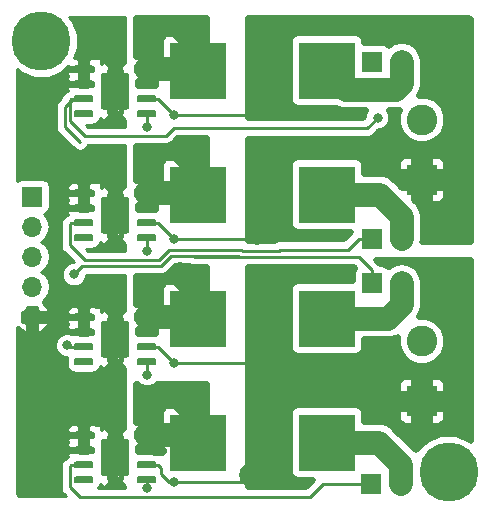
<source format=gbr>
G04 #@! TF.GenerationSoftware,KiCad,Pcbnew,(5.0.2)-1*
G04 #@! TF.CreationDate,2019-03-31T11:50:41+03:00*
G04 #@! TF.ProjectId,pwm_led_controller,70776d5f-6c65-4645-9f63-6f6e74726f6c,rev?*
G04 #@! TF.SameCoordinates,Original*
G04 #@! TF.FileFunction,Copper,L1,Top*
G04 #@! TF.FilePolarity,Positive*
%FSLAX46Y46*%
G04 Gerber Fmt 4.6, Leading zero omitted, Abs format (unit mm)*
G04 Created by KiCad (PCBNEW (5.0.2)-1) date 31.03.2019 11:50:41*
%MOMM*%
%LPD*%
G01*
G04 APERTURE LIST*
G04 #@! TA.AperFunction,ComponentPad*
%ADD10C,2.600000*%
G04 #@! TD*
G04 #@! TA.AperFunction,ComponentPad*
%ADD11R,2.600000X2.600000*%
G04 #@! TD*
G04 #@! TA.AperFunction,Conductor*
%ADD12C,0.100000*%
G04 #@! TD*
G04 #@! TA.AperFunction,SMDPad,CuDef*
%ADD13C,0.600000*%
G04 #@! TD*
G04 #@! TA.AperFunction,ViaPad*
%ADD14C,0.500000*%
G04 #@! TD*
G04 #@! TA.AperFunction,SMDPad,CuDef*
%ADD15C,2.410000*%
G04 #@! TD*
G04 #@! TA.AperFunction,ComponentPad*
%ADD16C,5.000000*%
G04 #@! TD*
G04 #@! TA.AperFunction,ComponentPad*
%ADD17O,1.700000X1.700000*%
G04 #@! TD*
G04 #@! TA.AperFunction,ComponentPad*
%ADD18R,1.700000X1.700000*%
G04 #@! TD*
G04 #@! TA.AperFunction,SMDPad,CuDef*
%ADD19R,4.800000X4.800000*%
G04 #@! TD*
G04 #@! TA.AperFunction,ViaPad*
%ADD20C,0.800000*%
G04 #@! TD*
G04 #@! TA.AperFunction,ViaPad*
%ADD21C,2.000000*%
G04 #@! TD*
G04 #@! TA.AperFunction,Conductor*
%ADD22C,0.250000*%
G04 #@! TD*
G04 #@! TA.AperFunction,Conductor*
%ADD23C,2.000000*%
G04 #@! TD*
G04 #@! TA.AperFunction,Conductor*
%ADD24C,0.650000*%
G04 #@! TD*
G04 #@! TA.AperFunction,Conductor*
%ADD25C,0.500000*%
G04 #@! TD*
G04 APERTURE END LIST*
D10*
G04 #@! TO.P,J3,2*
G04 #@! TO.N,GND*
X134500000Y-79170000D03*
D11*
G04 #@! TO.P,J3,1*
G04 #@! TO.N,+28V*
X134500000Y-84250000D03*
G04 #@! TD*
D10*
G04 #@! TO.P,J2,2*
G04 #@! TO.N,GND*
X134500000Y-60420000D03*
D11*
G04 #@! TO.P,J2,1*
G04 #@! TO.N,+15V*
X134500000Y-65500000D03*
G04 #@! TD*
D12*
G04 #@! TO.N,/SW_2*
G04 #@! TO.C,U3*
G36*
X111814703Y-76795722D02*
X111829264Y-76797882D01*
X111843543Y-76801459D01*
X111857403Y-76806418D01*
X111870710Y-76812712D01*
X111883336Y-76820280D01*
X111895159Y-76829048D01*
X111906066Y-76838934D01*
X111915952Y-76849841D01*
X111924720Y-76861664D01*
X111932288Y-76874290D01*
X111938582Y-76887597D01*
X111943541Y-76901457D01*
X111947118Y-76915736D01*
X111949278Y-76930297D01*
X111950000Y-76945000D01*
X111950000Y-77245000D01*
X111949278Y-77259703D01*
X111947118Y-77274264D01*
X111943541Y-77288543D01*
X111938582Y-77302403D01*
X111932288Y-77315710D01*
X111924720Y-77328336D01*
X111915952Y-77340159D01*
X111906066Y-77351066D01*
X111895159Y-77360952D01*
X111883336Y-77369720D01*
X111870710Y-77377288D01*
X111857403Y-77383582D01*
X111843543Y-77388541D01*
X111829264Y-77392118D01*
X111814703Y-77394278D01*
X111800000Y-77395000D01*
X110500000Y-77395000D01*
X110485297Y-77394278D01*
X110470736Y-77392118D01*
X110456457Y-77388541D01*
X110442597Y-77383582D01*
X110429290Y-77377288D01*
X110416664Y-77369720D01*
X110404841Y-77360952D01*
X110393934Y-77351066D01*
X110384048Y-77340159D01*
X110375280Y-77328336D01*
X110367712Y-77315710D01*
X110361418Y-77302403D01*
X110356459Y-77288543D01*
X110352882Y-77274264D01*
X110350722Y-77259703D01*
X110350000Y-77245000D01*
X110350000Y-76945000D01*
X110350722Y-76930297D01*
X110352882Y-76915736D01*
X110356459Y-76901457D01*
X110361418Y-76887597D01*
X110367712Y-76874290D01*
X110375280Y-76861664D01*
X110384048Y-76849841D01*
X110393934Y-76838934D01*
X110404841Y-76829048D01*
X110416664Y-76820280D01*
X110429290Y-76812712D01*
X110442597Y-76806418D01*
X110456457Y-76801459D01*
X110470736Y-76797882D01*
X110485297Y-76795722D01*
X110500000Y-76795000D01*
X111800000Y-76795000D01*
X111814703Y-76795722D01*
X111814703Y-76795722D01*
G37*
D13*
G04 #@! TD*
G04 #@! TO.P,U3,8*
G04 #@! TO.N,/SW_2*
X111150000Y-77095000D03*
D12*
G04 #@! TO.N,/SW_2*
G04 #@! TO.C,U3*
G36*
X111814703Y-78065722D02*
X111829264Y-78067882D01*
X111843543Y-78071459D01*
X111857403Y-78076418D01*
X111870710Y-78082712D01*
X111883336Y-78090280D01*
X111895159Y-78099048D01*
X111906066Y-78108934D01*
X111915952Y-78119841D01*
X111924720Y-78131664D01*
X111932288Y-78144290D01*
X111938582Y-78157597D01*
X111943541Y-78171457D01*
X111947118Y-78185736D01*
X111949278Y-78200297D01*
X111950000Y-78215000D01*
X111950000Y-78515000D01*
X111949278Y-78529703D01*
X111947118Y-78544264D01*
X111943541Y-78558543D01*
X111938582Y-78572403D01*
X111932288Y-78585710D01*
X111924720Y-78598336D01*
X111915952Y-78610159D01*
X111906066Y-78621066D01*
X111895159Y-78630952D01*
X111883336Y-78639720D01*
X111870710Y-78647288D01*
X111857403Y-78653582D01*
X111843543Y-78658541D01*
X111829264Y-78662118D01*
X111814703Y-78664278D01*
X111800000Y-78665000D01*
X110500000Y-78665000D01*
X110485297Y-78664278D01*
X110470736Y-78662118D01*
X110456457Y-78658541D01*
X110442597Y-78653582D01*
X110429290Y-78647288D01*
X110416664Y-78639720D01*
X110404841Y-78630952D01*
X110393934Y-78621066D01*
X110384048Y-78610159D01*
X110375280Y-78598336D01*
X110367712Y-78585710D01*
X110361418Y-78572403D01*
X110356459Y-78558543D01*
X110352882Y-78544264D01*
X110350722Y-78529703D01*
X110350000Y-78515000D01*
X110350000Y-78215000D01*
X110350722Y-78200297D01*
X110352882Y-78185736D01*
X110356459Y-78171457D01*
X110361418Y-78157597D01*
X110367712Y-78144290D01*
X110375280Y-78131664D01*
X110384048Y-78119841D01*
X110393934Y-78108934D01*
X110404841Y-78099048D01*
X110416664Y-78090280D01*
X110429290Y-78082712D01*
X110442597Y-78076418D01*
X110456457Y-78071459D01*
X110470736Y-78067882D01*
X110485297Y-78065722D01*
X110500000Y-78065000D01*
X111800000Y-78065000D01*
X111814703Y-78065722D01*
X111814703Y-78065722D01*
G37*
D13*
G04 #@! TD*
G04 #@! TO.P,U3,7*
G04 #@! TO.N,/SW_2*
X111150000Y-78365000D03*
D12*
G04 #@! TO.N,+28V*
G04 #@! TO.C,U3*
G36*
X111814703Y-79335722D02*
X111829264Y-79337882D01*
X111843543Y-79341459D01*
X111857403Y-79346418D01*
X111870710Y-79352712D01*
X111883336Y-79360280D01*
X111895159Y-79369048D01*
X111906066Y-79378934D01*
X111915952Y-79389841D01*
X111924720Y-79401664D01*
X111932288Y-79414290D01*
X111938582Y-79427597D01*
X111943541Y-79441457D01*
X111947118Y-79455736D01*
X111949278Y-79470297D01*
X111950000Y-79485000D01*
X111950000Y-79785000D01*
X111949278Y-79799703D01*
X111947118Y-79814264D01*
X111943541Y-79828543D01*
X111938582Y-79842403D01*
X111932288Y-79855710D01*
X111924720Y-79868336D01*
X111915952Y-79880159D01*
X111906066Y-79891066D01*
X111895159Y-79900952D01*
X111883336Y-79909720D01*
X111870710Y-79917288D01*
X111857403Y-79923582D01*
X111843543Y-79928541D01*
X111829264Y-79932118D01*
X111814703Y-79934278D01*
X111800000Y-79935000D01*
X110500000Y-79935000D01*
X110485297Y-79934278D01*
X110470736Y-79932118D01*
X110456457Y-79928541D01*
X110442597Y-79923582D01*
X110429290Y-79917288D01*
X110416664Y-79909720D01*
X110404841Y-79900952D01*
X110393934Y-79891066D01*
X110384048Y-79880159D01*
X110375280Y-79868336D01*
X110367712Y-79855710D01*
X110361418Y-79842403D01*
X110356459Y-79828543D01*
X110352882Y-79814264D01*
X110350722Y-79799703D01*
X110350000Y-79785000D01*
X110350000Y-79485000D01*
X110350722Y-79470297D01*
X110352882Y-79455736D01*
X110356459Y-79441457D01*
X110361418Y-79427597D01*
X110367712Y-79414290D01*
X110375280Y-79401664D01*
X110384048Y-79389841D01*
X110393934Y-79378934D01*
X110404841Y-79369048D01*
X110416664Y-79360280D01*
X110429290Y-79352712D01*
X110442597Y-79346418D01*
X110456457Y-79341459D01*
X110470736Y-79337882D01*
X110485297Y-79335722D01*
X110500000Y-79335000D01*
X111800000Y-79335000D01*
X111814703Y-79335722D01*
X111814703Y-79335722D01*
G37*
D13*
G04 #@! TD*
G04 #@! TO.P,U3,6*
G04 #@! TO.N,+28V*
X111150000Y-79635000D03*
D12*
G04 #@! TO.N,Net-(C7-Pad1)*
G04 #@! TO.C,U3*
G36*
X111814703Y-80605722D02*
X111829264Y-80607882D01*
X111843543Y-80611459D01*
X111857403Y-80616418D01*
X111870710Y-80622712D01*
X111883336Y-80630280D01*
X111895159Y-80639048D01*
X111906066Y-80648934D01*
X111915952Y-80659841D01*
X111924720Y-80671664D01*
X111932288Y-80684290D01*
X111938582Y-80697597D01*
X111943541Y-80711457D01*
X111947118Y-80725736D01*
X111949278Y-80740297D01*
X111950000Y-80755000D01*
X111950000Y-81055000D01*
X111949278Y-81069703D01*
X111947118Y-81084264D01*
X111943541Y-81098543D01*
X111938582Y-81112403D01*
X111932288Y-81125710D01*
X111924720Y-81138336D01*
X111915952Y-81150159D01*
X111906066Y-81161066D01*
X111895159Y-81170952D01*
X111883336Y-81179720D01*
X111870710Y-81187288D01*
X111857403Y-81193582D01*
X111843543Y-81198541D01*
X111829264Y-81202118D01*
X111814703Y-81204278D01*
X111800000Y-81205000D01*
X110500000Y-81205000D01*
X110485297Y-81204278D01*
X110470736Y-81202118D01*
X110456457Y-81198541D01*
X110442597Y-81193582D01*
X110429290Y-81187288D01*
X110416664Y-81179720D01*
X110404841Y-81170952D01*
X110393934Y-81161066D01*
X110384048Y-81150159D01*
X110375280Y-81138336D01*
X110367712Y-81125710D01*
X110361418Y-81112403D01*
X110356459Y-81098543D01*
X110352882Y-81084264D01*
X110350722Y-81069703D01*
X110350000Y-81055000D01*
X110350000Y-80755000D01*
X110350722Y-80740297D01*
X110352882Y-80725736D01*
X110356459Y-80711457D01*
X110361418Y-80697597D01*
X110367712Y-80684290D01*
X110375280Y-80671664D01*
X110384048Y-80659841D01*
X110393934Y-80648934D01*
X110404841Y-80639048D01*
X110416664Y-80630280D01*
X110429290Y-80622712D01*
X110442597Y-80616418D01*
X110456457Y-80611459D01*
X110470736Y-80607882D01*
X110485297Y-80605722D01*
X110500000Y-80605000D01*
X111800000Y-80605000D01*
X111814703Y-80605722D01*
X111814703Y-80605722D01*
G37*
D13*
G04 #@! TD*
G04 #@! TO.P,U3,5*
G04 #@! TO.N,Net-(C7-Pad1)*
X111150000Y-80905000D03*
D12*
G04 #@! TO.N,Net-(U3-Pad4)*
G04 #@! TO.C,U3*
G36*
X106514703Y-80605722D02*
X106529264Y-80607882D01*
X106543543Y-80611459D01*
X106557403Y-80616418D01*
X106570710Y-80622712D01*
X106583336Y-80630280D01*
X106595159Y-80639048D01*
X106606066Y-80648934D01*
X106615952Y-80659841D01*
X106624720Y-80671664D01*
X106632288Y-80684290D01*
X106638582Y-80697597D01*
X106643541Y-80711457D01*
X106647118Y-80725736D01*
X106649278Y-80740297D01*
X106650000Y-80755000D01*
X106650000Y-81055000D01*
X106649278Y-81069703D01*
X106647118Y-81084264D01*
X106643541Y-81098543D01*
X106638582Y-81112403D01*
X106632288Y-81125710D01*
X106624720Y-81138336D01*
X106615952Y-81150159D01*
X106606066Y-81161066D01*
X106595159Y-81170952D01*
X106583336Y-81179720D01*
X106570710Y-81187288D01*
X106557403Y-81193582D01*
X106543543Y-81198541D01*
X106529264Y-81202118D01*
X106514703Y-81204278D01*
X106500000Y-81205000D01*
X105200000Y-81205000D01*
X105185297Y-81204278D01*
X105170736Y-81202118D01*
X105156457Y-81198541D01*
X105142597Y-81193582D01*
X105129290Y-81187288D01*
X105116664Y-81179720D01*
X105104841Y-81170952D01*
X105093934Y-81161066D01*
X105084048Y-81150159D01*
X105075280Y-81138336D01*
X105067712Y-81125710D01*
X105061418Y-81112403D01*
X105056459Y-81098543D01*
X105052882Y-81084264D01*
X105050722Y-81069703D01*
X105050000Y-81055000D01*
X105050000Y-80755000D01*
X105050722Y-80740297D01*
X105052882Y-80725736D01*
X105056459Y-80711457D01*
X105061418Y-80697597D01*
X105067712Y-80684290D01*
X105075280Y-80671664D01*
X105084048Y-80659841D01*
X105093934Y-80648934D01*
X105104841Y-80639048D01*
X105116664Y-80630280D01*
X105129290Y-80622712D01*
X105142597Y-80616418D01*
X105156457Y-80611459D01*
X105170736Y-80607882D01*
X105185297Y-80605722D01*
X105200000Y-80605000D01*
X106500000Y-80605000D01*
X106514703Y-80605722D01*
X106514703Y-80605722D01*
G37*
D13*
G04 #@! TD*
G04 #@! TO.P,U3,4*
G04 #@! TO.N,Net-(U3-Pad4)*
X105850000Y-80905000D03*
D12*
G04 #@! TO.N,/Set_2*
G04 #@! TO.C,U3*
G36*
X106514703Y-79335722D02*
X106529264Y-79337882D01*
X106543543Y-79341459D01*
X106557403Y-79346418D01*
X106570710Y-79352712D01*
X106583336Y-79360280D01*
X106595159Y-79369048D01*
X106606066Y-79378934D01*
X106615952Y-79389841D01*
X106624720Y-79401664D01*
X106632288Y-79414290D01*
X106638582Y-79427597D01*
X106643541Y-79441457D01*
X106647118Y-79455736D01*
X106649278Y-79470297D01*
X106650000Y-79485000D01*
X106650000Y-79785000D01*
X106649278Y-79799703D01*
X106647118Y-79814264D01*
X106643541Y-79828543D01*
X106638582Y-79842403D01*
X106632288Y-79855710D01*
X106624720Y-79868336D01*
X106615952Y-79880159D01*
X106606066Y-79891066D01*
X106595159Y-79900952D01*
X106583336Y-79909720D01*
X106570710Y-79917288D01*
X106557403Y-79923582D01*
X106543543Y-79928541D01*
X106529264Y-79932118D01*
X106514703Y-79934278D01*
X106500000Y-79935000D01*
X105200000Y-79935000D01*
X105185297Y-79934278D01*
X105170736Y-79932118D01*
X105156457Y-79928541D01*
X105142597Y-79923582D01*
X105129290Y-79917288D01*
X105116664Y-79909720D01*
X105104841Y-79900952D01*
X105093934Y-79891066D01*
X105084048Y-79880159D01*
X105075280Y-79868336D01*
X105067712Y-79855710D01*
X105061418Y-79842403D01*
X105056459Y-79828543D01*
X105052882Y-79814264D01*
X105050722Y-79799703D01*
X105050000Y-79785000D01*
X105050000Y-79485000D01*
X105050722Y-79470297D01*
X105052882Y-79455736D01*
X105056459Y-79441457D01*
X105061418Y-79427597D01*
X105067712Y-79414290D01*
X105075280Y-79401664D01*
X105084048Y-79389841D01*
X105093934Y-79378934D01*
X105104841Y-79369048D01*
X105116664Y-79360280D01*
X105129290Y-79352712D01*
X105142597Y-79346418D01*
X105156457Y-79341459D01*
X105170736Y-79337882D01*
X105185297Y-79335722D01*
X105200000Y-79335000D01*
X106500000Y-79335000D01*
X106514703Y-79335722D01*
X106514703Y-79335722D01*
G37*
D13*
G04 #@! TD*
G04 #@! TO.P,U3,3*
G04 #@! TO.N,/Set_2*
X105850000Y-79635000D03*
D12*
G04 #@! TO.N,GND*
G04 #@! TO.C,U3*
G36*
X106514703Y-78065722D02*
X106529264Y-78067882D01*
X106543543Y-78071459D01*
X106557403Y-78076418D01*
X106570710Y-78082712D01*
X106583336Y-78090280D01*
X106595159Y-78099048D01*
X106606066Y-78108934D01*
X106615952Y-78119841D01*
X106624720Y-78131664D01*
X106632288Y-78144290D01*
X106638582Y-78157597D01*
X106643541Y-78171457D01*
X106647118Y-78185736D01*
X106649278Y-78200297D01*
X106650000Y-78215000D01*
X106650000Y-78515000D01*
X106649278Y-78529703D01*
X106647118Y-78544264D01*
X106643541Y-78558543D01*
X106638582Y-78572403D01*
X106632288Y-78585710D01*
X106624720Y-78598336D01*
X106615952Y-78610159D01*
X106606066Y-78621066D01*
X106595159Y-78630952D01*
X106583336Y-78639720D01*
X106570710Y-78647288D01*
X106557403Y-78653582D01*
X106543543Y-78658541D01*
X106529264Y-78662118D01*
X106514703Y-78664278D01*
X106500000Y-78665000D01*
X105200000Y-78665000D01*
X105185297Y-78664278D01*
X105170736Y-78662118D01*
X105156457Y-78658541D01*
X105142597Y-78653582D01*
X105129290Y-78647288D01*
X105116664Y-78639720D01*
X105104841Y-78630952D01*
X105093934Y-78621066D01*
X105084048Y-78610159D01*
X105075280Y-78598336D01*
X105067712Y-78585710D01*
X105061418Y-78572403D01*
X105056459Y-78558543D01*
X105052882Y-78544264D01*
X105050722Y-78529703D01*
X105050000Y-78515000D01*
X105050000Y-78215000D01*
X105050722Y-78200297D01*
X105052882Y-78185736D01*
X105056459Y-78171457D01*
X105061418Y-78157597D01*
X105067712Y-78144290D01*
X105075280Y-78131664D01*
X105084048Y-78119841D01*
X105093934Y-78108934D01*
X105104841Y-78099048D01*
X105116664Y-78090280D01*
X105129290Y-78082712D01*
X105142597Y-78076418D01*
X105156457Y-78071459D01*
X105170736Y-78067882D01*
X105185297Y-78065722D01*
X105200000Y-78065000D01*
X106500000Y-78065000D01*
X106514703Y-78065722D01*
X106514703Y-78065722D01*
G37*
D13*
G04 #@! TD*
G04 #@! TO.P,U3,2*
G04 #@! TO.N,GND*
X105850000Y-78365000D03*
D12*
G04 #@! TO.N,GND*
G04 #@! TO.C,U3*
G36*
X106514703Y-76795722D02*
X106529264Y-76797882D01*
X106543543Y-76801459D01*
X106557403Y-76806418D01*
X106570710Y-76812712D01*
X106583336Y-76820280D01*
X106595159Y-76829048D01*
X106606066Y-76838934D01*
X106615952Y-76849841D01*
X106624720Y-76861664D01*
X106632288Y-76874290D01*
X106638582Y-76887597D01*
X106643541Y-76901457D01*
X106647118Y-76915736D01*
X106649278Y-76930297D01*
X106650000Y-76945000D01*
X106650000Y-77245000D01*
X106649278Y-77259703D01*
X106647118Y-77274264D01*
X106643541Y-77288543D01*
X106638582Y-77302403D01*
X106632288Y-77315710D01*
X106624720Y-77328336D01*
X106615952Y-77340159D01*
X106606066Y-77351066D01*
X106595159Y-77360952D01*
X106583336Y-77369720D01*
X106570710Y-77377288D01*
X106557403Y-77383582D01*
X106543543Y-77388541D01*
X106529264Y-77392118D01*
X106514703Y-77394278D01*
X106500000Y-77395000D01*
X105200000Y-77395000D01*
X105185297Y-77394278D01*
X105170736Y-77392118D01*
X105156457Y-77388541D01*
X105142597Y-77383582D01*
X105129290Y-77377288D01*
X105116664Y-77369720D01*
X105104841Y-77360952D01*
X105093934Y-77351066D01*
X105084048Y-77340159D01*
X105075280Y-77328336D01*
X105067712Y-77315710D01*
X105061418Y-77302403D01*
X105056459Y-77288543D01*
X105052882Y-77274264D01*
X105050722Y-77259703D01*
X105050000Y-77245000D01*
X105050000Y-76945000D01*
X105050722Y-76930297D01*
X105052882Y-76915736D01*
X105056459Y-76901457D01*
X105061418Y-76887597D01*
X105067712Y-76874290D01*
X105075280Y-76861664D01*
X105084048Y-76849841D01*
X105093934Y-76838934D01*
X105104841Y-76829048D01*
X105116664Y-76820280D01*
X105129290Y-76812712D01*
X105142597Y-76806418D01*
X105156457Y-76801459D01*
X105170736Y-76797882D01*
X105185297Y-76795722D01*
X105200000Y-76795000D01*
X106500000Y-76795000D01*
X106514703Y-76795722D01*
X106514703Y-76795722D01*
G37*
D13*
G04 #@! TD*
G04 #@! TO.P,U3,1*
G04 #@! TO.N,GND*
X105850000Y-77095000D03*
D14*
G04 #@! TO.N,GND*
G04 #@! TO.C,U3*
X109455000Y-80300000D03*
X107545000Y-80300000D03*
X109455000Y-79000000D03*
X107545000Y-79000000D03*
X109455000Y-77700000D03*
X107545000Y-77700000D03*
D12*
G36*
X109479506Y-77451204D02*
X109503774Y-77454804D01*
X109527573Y-77460765D01*
X109550672Y-77469030D01*
X109572850Y-77479519D01*
X109593893Y-77492132D01*
X109613599Y-77506747D01*
X109631777Y-77523223D01*
X109648253Y-77541401D01*
X109662868Y-77561107D01*
X109675481Y-77582150D01*
X109685970Y-77604328D01*
X109694235Y-77627427D01*
X109700196Y-77651226D01*
X109703796Y-77675494D01*
X109705000Y-77699998D01*
X109705000Y-80300002D01*
X109703796Y-80324506D01*
X109700196Y-80348774D01*
X109694235Y-80372573D01*
X109685970Y-80395672D01*
X109675481Y-80417850D01*
X109662868Y-80438893D01*
X109648253Y-80458599D01*
X109631777Y-80476777D01*
X109613599Y-80493253D01*
X109593893Y-80507868D01*
X109572850Y-80520481D01*
X109550672Y-80530970D01*
X109527573Y-80539235D01*
X109503774Y-80545196D01*
X109479506Y-80548796D01*
X109455002Y-80550000D01*
X107544998Y-80550000D01*
X107520494Y-80548796D01*
X107496226Y-80545196D01*
X107472427Y-80539235D01*
X107449328Y-80530970D01*
X107427150Y-80520481D01*
X107406107Y-80507868D01*
X107386401Y-80493253D01*
X107368223Y-80476777D01*
X107351747Y-80458599D01*
X107337132Y-80438893D01*
X107324519Y-80417850D01*
X107314030Y-80395672D01*
X107305765Y-80372573D01*
X107299804Y-80348774D01*
X107296204Y-80324506D01*
X107295000Y-80300002D01*
X107295000Y-77699998D01*
X107296204Y-77675494D01*
X107299804Y-77651226D01*
X107305765Y-77627427D01*
X107314030Y-77604328D01*
X107324519Y-77582150D01*
X107337132Y-77561107D01*
X107351747Y-77541401D01*
X107368223Y-77523223D01*
X107386401Y-77506747D01*
X107406107Y-77492132D01*
X107427150Y-77479519D01*
X107449328Y-77469030D01*
X107472427Y-77460765D01*
X107496226Y-77454804D01*
X107520494Y-77451204D01*
X107544998Y-77450000D01*
X109455002Y-77450000D01*
X109479506Y-77451204D01*
X109479506Y-77451204D01*
G37*
D15*
G04 #@! TD*
G04 #@! TO.P,U3,9*
G04 #@! TO.N,GND*
X108500000Y-79000000D03*
D12*
G04 #@! TO.N,/SW_0*
G04 #@! TO.C,U1*
G36*
X111814703Y-55795722D02*
X111829264Y-55797882D01*
X111843543Y-55801459D01*
X111857403Y-55806418D01*
X111870710Y-55812712D01*
X111883336Y-55820280D01*
X111895159Y-55829048D01*
X111906066Y-55838934D01*
X111915952Y-55849841D01*
X111924720Y-55861664D01*
X111932288Y-55874290D01*
X111938582Y-55887597D01*
X111943541Y-55901457D01*
X111947118Y-55915736D01*
X111949278Y-55930297D01*
X111950000Y-55945000D01*
X111950000Y-56245000D01*
X111949278Y-56259703D01*
X111947118Y-56274264D01*
X111943541Y-56288543D01*
X111938582Y-56302403D01*
X111932288Y-56315710D01*
X111924720Y-56328336D01*
X111915952Y-56340159D01*
X111906066Y-56351066D01*
X111895159Y-56360952D01*
X111883336Y-56369720D01*
X111870710Y-56377288D01*
X111857403Y-56383582D01*
X111843543Y-56388541D01*
X111829264Y-56392118D01*
X111814703Y-56394278D01*
X111800000Y-56395000D01*
X110500000Y-56395000D01*
X110485297Y-56394278D01*
X110470736Y-56392118D01*
X110456457Y-56388541D01*
X110442597Y-56383582D01*
X110429290Y-56377288D01*
X110416664Y-56369720D01*
X110404841Y-56360952D01*
X110393934Y-56351066D01*
X110384048Y-56340159D01*
X110375280Y-56328336D01*
X110367712Y-56315710D01*
X110361418Y-56302403D01*
X110356459Y-56288543D01*
X110352882Y-56274264D01*
X110350722Y-56259703D01*
X110350000Y-56245000D01*
X110350000Y-55945000D01*
X110350722Y-55930297D01*
X110352882Y-55915736D01*
X110356459Y-55901457D01*
X110361418Y-55887597D01*
X110367712Y-55874290D01*
X110375280Y-55861664D01*
X110384048Y-55849841D01*
X110393934Y-55838934D01*
X110404841Y-55829048D01*
X110416664Y-55820280D01*
X110429290Y-55812712D01*
X110442597Y-55806418D01*
X110456457Y-55801459D01*
X110470736Y-55797882D01*
X110485297Y-55795722D01*
X110500000Y-55795000D01*
X111800000Y-55795000D01*
X111814703Y-55795722D01*
X111814703Y-55795722D01*
G37*
D13*
G04 #@! TD*
G04 #@! TO.P,U1,8*
G04 #@! TO.N,/SW_0*
X111150000Y-56095000D03*
D12*
G04 #@! TO.N,/SW_0*
G04 #@! TO.C,U1*
G36*
X111814703Y-57065722D02*
X111829264Y-57067882D01*
X111843543Y-57071459D01*
X111857403Y-57076418D01*
X111870710Y-57082712D01*
X111883336Y-57090280D01*
X111895159Y-57099048D01*
X111906066Y-57108934D01*
X111915952Y-57119841D01*
X111924720Y-57131664D01*
X111932288Y-57144290D01*
X111938582Y-57157597D01*
X111943541Y-57171457D01*
X111947118Y-57185736D01*
X111949278Y-57200297D01*
X111950000Y-57215000D01*
X111950000Y-57515000D01*
X111949278Y-57529703D01*
X111947118Y-57544264D01*
X111943541Y-57558543D01*
X111938582Y-57572403D01*
X111932288Y-57585710D01*
X111924720Y-57598336D01*
X111915952Y-57610159D01*
X111906066Y-57621066D01*
X111895159Y-57630952D01*
X111883336Y-57639720D01*
X111870710Y-57647288D01*
X111857403Y-57653582D01*
X111843543Y-57658541D01*
X111829264Y-57662118D01*
X111814703Y-57664278D01*
X111800000Y-57665000D01*
X110500000Y-57665000D01*
X110485297Y-57664278D01*
X110470736Y-57662118D01*
X110456457Y-57658541D01*
X110442597Y-57653582D01*
X110429290Y-57647288D01*
X110416664Y-57639720D01*
X110404841Y-57630952D01*
X110393934Y-57621066D01*
X110384048Y-57610159D01*
X110375280Y-57598336D01*
X110367712Y-57585710D01*
X110361418Y-57572403D01*
X110356459Y-57558543D01*
X110352882Y-57544264D01*
X110350722Y-57529703D01*
X110350000Y-57515000D01*
X110350000Y-57215000D01*
X110350722Y-57200297D01*
X110352882Y-57185736D01*
X110356459Y-57171457D01*
X110361418Y-57157597D01*
X110367712Y-57144290D01*
X110375280Y-57131664D01*
X110384048Y-57119841D01*
X110393934Y-57108934D01*
X110404841Y-57099048D01*
X110416664Y-57090280D01*
X110429290Y-57082712D01*
X110442597Y-57076418D01*
X110456457Y-57071459D01*
X110470736Y-57067882D01*
X110485297Y-57065722D01*
X110500000Y-57065000D01*
X111800000Y-57065000D01*
X111814703Y-57065722D01*
X111814703Y-57065722D01*
G37*
D13*
G04 #@! TD*
G04 #@! TO.P,U1,7*
G04 #@! TO.N,/SW_0*
X111150000Y-57365000D03*
D12*
G04 #@! TO.N,+15V*
G04 #@! TO.C,U1*
G36*
X111814703Y-58335722D02*
X111829264Y-58337882D01*
X111843543Y-58341459D01*
X111857403Y-58346418D01*
X111870710Y-58352712D01*
X111883336Y-58360280D01*
X111895159Y-58369048D01*
X111906066Y-58378934D01*
X111915952Y-58389841D01*
X111924720Y-58401664D01*
X111932288Y-58414290D01*
X111938582Y-58427597D01*
X111943541Y-58441457D01*
X111947118Y-58455736D01*
X111949278Y-58470297D01*
X111950000Y-58485000D01*
X111950000Y-58785000D01*
X111949278Y-58799703D01*
X111947118Y-58814264D01*
X111943541Y-58828543D01*
X111938582Y-58842403D01*
X111932288Y-58855710D01*
X111924720Y-58868336D01*
X111915952Y-58880159D01*
X111906066Y-58891066D01*
X111895159Y-58900952D01*
X111883336Y-58909720D01*
X111870710Y-58917288D01*
X111857403Y-58923582D01*
X111843543Y-58928541D01*
X111829264Y-58932118D01*
X111814703Y-58934278D01*
X111800000Y-58935000D01*
X110500000Y-58935000D01*
X110485297Y-58934278D01*
X110470736Y-58932118D01*
X110456457Y-58928541D01*
X110442597Y-58923582D01*
X110429290Y-58917288D01*
X110416664Y-58909720D01*
X110404841Y-58900952D01*
X110393934Y-58891066D01*
X110384048Y-58880159D01*
X110375280Y-58868336D01*
X110367712Y-58855710D01*
X110361418Y-58842403D01*
X110356459Y-58828543D01*
X110352882Y-58814264D01*
X110350722Y-58799703D01*
X110350000Y-58785000D01*
X110350000Y-58485000D01*
X110350722Y-58470297D01*
X110352882Y-58455736D01*
X110356459Y-58441457D01*
X110361418Y-58427597D01*
X110367712Y-58414290D01*
X110375280Y-58401664D01*
X110384048Y-58389841D01*
X110393934Y-58378934D01*
X110404841Y-58369048D01*
X110416664Y-58360280D01*
X110429290Y-58352712D01*
X110442597Y-58346418D01*
X110456457Y-58341459D01*
X110470736Y-58337882D01*
X110485297Y-58335722D01*
X110500000Y-58335000D01*
X111800000Y-58335000D01*
X111814703Y-58335722D01*
X111814703Y-58335722D01*
G37*
D13*
G04 #@! TD*
G04 #@! TO.P,U1,6*
G04 #@! TO.N,+15V*
X111150000Y-58635000D03*
D12*
G04 #@! TO.N,Net-(C5-Pad1)*
G04 #@! TO.C,U1*
G36*
X111814703Y-59605722D02*
X111829264Y-59607882D01*
X111843543Y-59611459D01*
X111857403Y-59616418D01*
X111870710Y-59622712D01*
X111883336Y-59630280D01*
X111895159Y-59639048D01*
X111906066Y-59648934D01*
X111915952Y-59659841D01*
X111924720Y-59671664D01*
X111932288Y-59684290D01*
X111938582Y-59697597D01*
X111943541Y-59711457D01*
X111947118Y-59725736D01*
X111949278Y-59740297D01*
X111950000Y-59755000D01*
X111950000Y-60055000D01*
X111949278Y-60069703D01*
X111947118Y-60084264D01*
X111943541Y-60098543D01*
X111938582Y-60112403D01*
X111932288Y-60125710D01*
X111924720Y-60138336D01*
X111915952Y-60150159D01*
X111906066Y-60161066D01*
X111895159Y-60170952D01*
X111883336Y-60179720D01*
X111870710Y-60187288D01*
X111857403Y-60193582D01*
X111843543Y-60198541D01*
X111829264Y-60202118D01*
X111814703Y-60204278D01*
X111800000Y-60205000D01*
X110500000Y-60205000D01*
X110485297Y-60204278D01*
X110470736Y-60202118D01*
X110456457Y-60198541D01*
X110442597Y-60193582D01*
X110429290Y-60187288D01*
X110416664Y-60179720D01*
X110404841Y-60170952D01*
X110393934Y-60161066D01*
X110384048Y-60150159D01*
X110375280Y-60138336D01*
X110367712Y-60125710D01*
X110361418Y-60112403D01*
X110356459Y-60098543D01*
X110352882Y-60084264D01*
X110350722Y-60069703D01*
X110350000Y-60055000D01*
X110350000Y-59755000D01*
X110350722Y-59740297D01*
X110352882Y-59725736D01*
X110356459Y-59711457D01*
X110361418Y-59697597D01*
X110367712Y-59684290D01*
X110375280Y-59671664D01*
X110384048Y-59659841D01*
X110393934Y-59648934D01*
X110404841Y-59639048D01*
X110416664Y-59630280D01*
X110429290Y-59622712D01*
X110442597Y-59616418D01*
X110456457Y-59611459D01*
X110470736Y-59607882D01*
X110485297Y-59605722D01*
X110500000Y-59605000D01*
X111800000Y-59605000D01*
X111814703Y-59605722D01*
X111814703Y-59605722D01*
G37*
D13*
G04 #@! TD*
G04 #@! TO.P,U1,5*
G04 #@! TO.N,Net-(C5-Pad1)*
X111150000Y-59905000D03*
D12*
G04 #@! TO.N,Net-(U1-Pad4)*
G04 #@! TO.C,U1*
G36*
X106514703Y-59605722D02*
X106529264Y-59607882D01*
X106543543Y-59611459D01*
X106557403Y-59616418D01*
X106570710Y-59622712D01*
X106583336Y-59630280D01*
X106595159Y-59639048D01*
X106606066Y-59648934D01*
X106615952Y-59659841D01*
X106624720Y-59671664D01*
X106632288Y-59684290D01*
X106638582Y-59697597D01*
X106643541Y-59711457D01*
X106647118Y-59725736D01*
X106649278Y-59740297D01*
X106650000Y-59755000D01*
X106650000Y-60055000D01*
X106649278Y-60069703D01*
X106647118Y-60084264D01*
X106643541Y-60098543D01*
X106638582Y-60112403D01*
X106632288Y-60125710D01*
X106624720Y-60138336D01*
X106615952Y-60150159D01*
X106606066Y-60161066D01*
X106595159Y-60170952D01*
X106583336Y-60179720D01*
X106570710Y-60187288D01*
X106557403Y-60193582D01*
X106543543Y-60198541D01*
X106529264Y-60202118D01*
X106514703Y-60204278D01*
X106500000Y-60205000D01*
X105200000Y-60205000D01*
X105185297Y-60204278D01*
X105170736Y-60202118D01*
X105156457Y-60198541D01*
X105142597Y-60193582D01*
X105129290Y-60187288D01*
X105116664Y-60179720D01*
X105104841Y-60170952D01*
X105093934Y-60161066D01*
X105084048Y-60150159D01*
X105075280Y-60138336D01*
X105067712Y-60125710D01*
X105061418Y-60112403D01*
X105056459Y-60098543D01*
X105052882Y-60084264D01*
X105050722Y-60069703D01*
X105050000Y-60055000D01*
X105050000Y-59755000D01*
X105050722Y-59740297D01*
X105052882Y-59725736D01*
X105056459Y-59711457D01*
X105061418Y-59697597D01*
X105067712Y-59684290D01*
X105075280Y-59671664D01*
X105084048Y-59659841D01*
X105093934Y-59648934D01*
X105104841Y-59639048D01*
X105116664Y-59630280D01*
X105129290Y-59622712D01*
X105142597Y-59616418D01*
X105156457Y-59611459D01*
X105170736Y-59607882D01*
X105185297Y-59605722D01*
X105200000Y-59605000D01*
X106500000Y-59605000D01*
X106514703Y-59605722D01*
X106514703Y-59605722D01*
G37*
D13*
G04 #@! TD*
G04 #@! TO.P,U1,4*
G04 #@! TO.N,Net-(U1-Pad4)*
X105850000Y-59905000D03*
D12*
G04 #@! TO.N,/Set_0*
G04 #@! TO.C,U1*
G36*
X106514703Y-58335722D02*
X106529264Y-58337882D01*
X106543543Y-58341459D01*
X106557403Y-58346418D01*
X106570710Y-58352712D01*
X106583336Y-58360280D01*
X106595159Y-58369048D01*
X106606066Y-58378934D01*
X106615952Y-58389841D01*
X106624720Y-58401664D01*
X106632288Y-58414290D01*
X106638582Y-58427597D01*
X106643541Y-58441457D01*
X106647118Y-58455736D01*
X106649278Y-58470297D01*
X106650000Y-58485000D01*
X106650000Y-58785000D01*
X106649278Y-58799703D01*
X106647118Y-58814264D01*
X106643541Y-58828543D01*
X106638582Y-58842403D01*
X106632288Y-58855710D01*
X106624720Y-58868336D01*
X106615952Y-58880159D01*
X106606066Y-58891066D01*
X106595159Y-58900952D01*
X106583336Y-58909720D01*
X106570710Y-58917288D01*
X106557403Y-58923582D01*
X106543543Y-58928541D01*
X106529264Y-58932118D01*
X106514703Y-58934278D01*
X106500000Y-58935000D01*
X105200000Y-58935000D01*
X105185297Y-58934278D01*
X105170736Y-58932118D01*
X105156457Y-58928541D01*
X105142597Y-58923582D01*
X105129290Y-58917288D01*
X105116664Y-58909720D01*
X105104841Y-58900952D01*
X105093934Y-58891066D01*
X105084048Y-58880159D01*
X105075280Y-58868336D01*
X105067712Y-58855710D01*
X105061418Y-58842403D01*
X105056459Y-58828543D01*
X105052882Y-58814264D01*
X105050722Y-58799703D01*
X105050000Y-58785000D01*
X105050000Y-58485000D01*
X105050722Y-58470297D01*
X105052882Y-58455736D01*
X105056459Y-58441457D01*
X105061418Y-58427597D01*
X105067712Y-58414290D01*
X105075280Y-58401664D01*
X105084048Y-58389841D01*
X105093934Y-58378934D01*
X105104841Y-58369048D01*
X105116664Y-58360280D01*
X105129290Y-58352712D01*
X105142597Y-58346418D01*
X105156457Y-58341459D01*
X105170736Y-58337882D01*
X105185297Y-58335722D01*
X105200000Y-58335000D01*
X106500000Y-58335000D01*
X106514703Y-58335722D01*
X106514703Y-58335722D01*
G37*
D13*
G04 #@! TD*
G04 #@! TO.P,U1,3*
G04 #@! TO.N,/Set_0*
X105850000Y-58635000D03*
D12*
G04 #@! TO.N,GND*
G04 #@! TO.C,U1*
G36*
X106514703Y-57065722D02*
X106529264Y-57067882D01*
X106543543Y-57071459D01*
X106557403Y-57076418D01*
X106570710Y-57082712D01*
X106583336Y-57090280D01*
X106595159Y-57099048D01*
X106606066Y-57108934D01*
X106615952Y-57119841D01*
X106624720Y-57131664D01*
X106632288Y-57144290D01*
X106638582Y-57157597D01*
X106643541Y-57171457D01*
X106647118Y-57185736D01*
X106649278Y-57200297D01*
X106650000Y-57215000D01*
X106650000Y-57515000D01*
X106649278Y-57529703D01*
X106647118Y-57544264D01*
X106643541Y-57558543D01*
X106638582Y-57572403D01*
X106632288Y-57585710D01*
X106624720Y-57598336D01*
X106615952Y-57610159D01*
X106606066Y-57621066D01*
X106595159Y-57630952D01*
X106583336Y-57639720D01*
X106570710Y-57647288D01*
X106557403Y-57653582D01*
X106543543Y-57658541D01*
X106529264Y-57662118D01*
X106514703Y-57664278D01*
X106500000Y-57665000D01*
X105200000Y-57665000D01*
X105185297Y-57664278D01*
X105170736Y-57662118D01*
X105156457Y-57658541D01*
X105142597Y-57653582D01*
X105129290Y-57647288D01*
X105116664Y-57639720D01*
X105104841Y-57630952D01*
X105093934Y-57621066D01*
X105084048Y-57610159D01*
X105075280Y-57598336D01*
X105067712Y-57585710D01*
X105061418Y-57572403D01*
X105056459Y-57558543D01*
X105052882Y-57544264D01*
X105050722Y-57529703D01*
X105050000Y-57515000D01*
X105050000Y-57215000D01*
X105050722Y-57200297D01*
X105052882Y-57185736D01*
X105056459Y-57171457D01*
X105061418Y-57157597D01*
X105067712Y-57144290D01*
X105075280Y-57131664D01*
X105084048Y-57119841D01*
X105093934Y-57108934D01*
X105104841Y-57099048D01*
X105116664Y-57090280D01*
X105129290Y-57082712D01*
X105142597Y-57076418D01*
X105156457Y-57071459D01*
X105170736Y-57067882D01*
X105185297Y-57065722D01*
X105200000Y-57065000D01*
X106500000Y-57065000D01*
X106514703Y-57065722D01*
X106514703Y-57065722D01*
G37*
D13*
G04 #@! TD*
G04 #@! TO.P,U1,2*
G04 #@! TO.N,GND*
X105850000Y-57365000D03*
D12*
G04 #@! TO.N,GND*
G04 #@! TO.C,U1*
G36*
X106514703Y-55795722D02*
X106529264Y-55797882D01*
X106543543Y-55801459D01*
X106557403Y-55806418D01*
X106570710Y-55812712D01*
X106583336Y-55820280D01*
X106595159Y-55829048D01*
X106606066Y-55838934D01*
X106615952Y-55849841D01*
X106624720Y-55861664D01*
X106632288Y-55874290D01*
X106638582Y-55887597D01*
X106643541Y-55901457D01*
X106647118Y-55915736D01*
X106649278Y-55930297D01*
X106650000Y-55945000D01*
X106650000Y-56245000D01*
X106649278Y-56259703D01*
X106647118Y-56274264D01*
X106643541Y-56288543D01*
X106638582Y-56302403D01*
X106632288Y-56315710D01*
X106624720Y-56328336D01*
X106615952Y-56340159D01*
X106606066Y-56351066D01*
X106595159Y-56360952D01*
X106583336Y-56369720D01*
X106570710Y-56377288D01*
X106557403Y-56383582D01*
X106543543Y-56388541D01*
X106529264Y-56392118D01*
X106514703Y-56394278D01*
X106500000Y-56395000D01*
X105200000Y-56395000D01*
X105185297Y-56394278D01*
X105170736Y-56392118D01*
X105156457Y-56388541D01*
X105142597Y-56383582D01*
X105129290Y-56377288D01*
X105116664Y-56369720D01*
X105104841Y-56360952D01*
X105093934Y-56351066D01*
X105084048Y-56340159D01*
X105075280Y-56328336D01*
X105067712Y-56315710D01*
X105061418Y-56302403D01*
X105056459Y-56288543D01*
X105052882Y-56274264D01*
X105050722Y-56259703D01*
X105050000Y-56245000D01*
X105050000Y-55945000D01*
X105050722Y-55930297D01*
X105052882Y-55915736D01*
X105056459Y-55901457D01*
X105061418Y-55887597D01*
X105067712Y-55874290D01*
X105075280Y-55861664D01*
X105084048Y-55849841D01*
X105093934Y-55838934D01*
X105104841Y-55829048D01*
X105116664Y-55820280D01*
X105129290Y-55812712D01*
X105142597Y-55806418D01*
X105156457Y-55801459D01*
X105170736Y-55797882D01*
X105185297Y-55795722D01*
X105200000Y-55795000D01*
X106500000Y-55795000D01*
X106514703Y-55795722D01*
X106514703Y-55795722D01*
G37*
D13*
G04 #@! TD*
G04 #@! TO.P,U1,1*
G04 #@! TO.N,GND*
X105850000Y-56095000D03*
D14*
G04 #@! TO.N,GND*
G04 #@! TO.C,U1*
X109455000Y-59300000D03*
X107545000Y-59300000D03*
X109455000Y-58000000D03*
X107545000Y-58000000D03*
X109455000Y-56700000D03*
X107545000Y-56700000D03*
D12*
G36*
X109479506Y-56451204D02*
X109503774Y-56454804D01*
X109527573Y-56460765D01*
X109550672Y-56469030D01*
X109572850Y-56479519D01*
X109593893Y-56492132D01*
X109613599Y-56506747D01*
X109631777Y-56523223D01*
X109648253Y-56541401D01*
X109662868Y-56561107D01*
X109675481Y-56582150D01*
X109685970Y-56604328D01*
X109694235Y-56627427D01*
X109700196Y-56651226D01*
X109703796Y-56675494D01*
X109705000Y-56699998D01*
X109705000Y-59300002D01*
X109703796Y-59324506D01*
X109700196Y-59348774D01*
X109694235Y-59372573D01*
X109685970Y-59395672D01*
X109675481Y-59417850D01*
X109662868Y-59438893D01*
X109648253Y-59458599D01*
X109631777Y-59476777D01*
X109613599Y-59493253D01*
X109593893Y-59507868D01*
X109572850Y-59520481D01*
X109550672Y-59530970D01*
X109527573Y-59539235D01*
X109503774Y-59545196D01*
X109479506Y-59548796D01*
X109455002Y-59550000D01*
X107544998Y-59550000D01*
X107520494Y-59548796D01*
X107496226Y-59545196D01*
X107472427Y-59539235D01*
X107449328Y-59530970D01*
X107427150Y-59520481D01*
X107406107Y-59507868D01*
X107386401Y-59493253D01*
X107368223Y-59476777D01*
X107351747Y-59458599D01*
X107337132Y-59438893D01*
X107324519Y-59417850D01*
X107314030Y-59395672D01*
X107305765Y-59372573D01*
X107299804Y-59348774D01*
X107296204Y-59324506D01*
X107295000Y-59300002D01*
X107295000Y-56699998D01*
X107296204Y-56675494D01*
X107299804Y-56651226D01*
X107305765Y-56627427D01*
X107314030Y-56604328D01*
X107324519Y-56582150D01*
X107337132Y-56561107D01*
X107351747Y-56541401D01*
X107368223Y-56523223D01*
X107386401Y-56506747D01*
X107406107Y-56492132D01*
X107427150Y-56479519D01*
X107449328Y-56469030D01*
X107472427Y-56460765D01*
X107496226Y-56454804D01*
X107520494Y-56451204D01*
X107544998Y-56450000D01*
X109455002Y-56450000D01*
X109479506Y-56451204D01*
X109479506Y-56451204D01*
G37*
D15*
G04 #@! TD*
G04 #@! TO.P,U1,9*
G04 #@! TO.N,GND*
X108500000Y-58000000D03*
D12*
G04 #@! TO.N,/SW_1*
G04 #@! TO.C,U2*
G36*
X111814703Y-66295722D02*
X111829264Y-66297882D01*
X111843543Y-66301459D01*
X111857403Y-66306418D01*
X111870710Y-66312712D01*
X111883336Y-66320280D01*
X111895159Y-66329048D01*
X111906066Y-66338934D01*
X111915952Y-66349841D01*
X111924720Y-66361664D01*
X111932288Y-66374290D01*
X111938582Y-66387597D01*
X111943541Y-66401457D01*
X111947118Y-66415736D01*
X111949278Y-66430297D01*
X111950000Y-66445000D01*
X111950000Y-66745000D01*
X111949278Y-66759703D01*
X111947118Y-66774264D01*
X111943541Y-66788543D01*
X111938582Y-66802403D01*
X111932288Y-66815710D01*
X111924720Y-66828336D01*
X111915952Y-66840159D01*
X111906066Y-66851066D01*
X111895159Y-66860952D01*
X111883336Y-66869720D01*
X111870710Y-66877288D01*
X111857403Y-66883582D01*
X111843543Y-66888541D01*
X111829264Y-66892118D01*
X111814703Y-66894278D01*
X111800000Y-66895000D01*
X110500000Y-66895000D01*
X110485297Y-66894278D01*
X110470736Y-66892118D01*
X110456457Y-66888541D01*
X110442597Y-66883582D01*
X110429290Y-66877288D01*
X110416664Y-66869720D01*
X110404841Y-66860952D01*
X110393934Y-66851066D01*
X110384048Y-66840159D01*
X110375280Y-66828336D01*
X110367712Y-66815710D01*
X110361418Y-66802403D01*
X110356459Y-66788543D01*
X110352882Y-66774264D01*
X110350722Y-66759703D01*
X110350000Y-66745000D01*
X110350000Y-66445000D01*
X110350722Y-66430297D01*
X110352882Y-66415736D01*
X110356459Y-66401457D01*
X110361418Y-66387597D01*
X110367712Y-66374290D01*
X110375280Y-66361664D01*
X110384048Y-66349841D01*
X110393934Y-66338934D01*
X110404841Y-66329048D01*
X110416664Y-66320280D01*
X110429290Y-66312712D01*
X110442597Y-66306418D01*
X110456457Y-66301459D01*
X110470736Y-66297882D01*
X110485297Y-66295722D01*
X110500000Y-66295000D01*
X111800000Y-66295000D01*
X111814703Y-66295722D01*
X111814703Y-66295722D01*
G37*
D13*
G04 #@! TD*
G04 #@! TO.P,U2,8*
G04 #@! TO.N,/SW_1*
X111150000Y-66595000D03*
D12*
G04 #@! TO.N,/SW_1*
G04 #@! TO.C,U2*
G36*
X111814703Y-67565722D02*
X111829264Y-67567882D01*
X111843543Y-67571459D01*
X111857403Y-67576418D01*
X111870710Y-67582712D01*
X111883336Y-67590280D01*
X111895159Y-67599048D01*
X111906066Y-67608934D01*
X111915952Y-67619841D01*
X111924720Y-67631664D01*
X111932288Y-67644290D01*
X111938582Y-67657597D01*
X111943541Y-67671457D01*
X111947118Y-67685736D01*
X111949278Y-67700297D01*
X111950000Y-67715000D01*
X111950000Y-68015000D01*
X111949278Y-68029703D01*
X111947118Y-68044264D01*
X111943541Y-68058543D01*
X111938582Y-68072403D01*
X111932288Y-68085710D01*
X111924720Y-68098336D01*
X111915952Y-68110159D01*
X111906066Y-68121066D01*
X111895159Y-68130952D01*
X111883336Y-68139720D01*
X111870710Y-68147288D01*
X111857403Y-68153582D01*
X111843543Y-68158541D01*
X111829264Y-68162118D01*
X111814703Y-68164278D01*
X111800000Y-68165000D01*
X110500000Y-68165000D01*
X110485297Y-68164278D01*
X110470736Y-68162118D01*
X110456457Y-68158541D01*
X110442597Y-68153582D01*
X110429290Y-68147288D01*
X110416664Y-68139720D01*
X110404841Y-68130952D01*
X110393934Y-68121066D01*
X110384048Y-68110159D01*
X110375280Y-68098336D01*
X110367712Y-68085710D01*
X110361418Y-68072403D01*
X110356459Y-68058543D01*
X110352882Y-68044264D01*
X110350722Y-68029703D01*
X110350000Y-68015000D01*
X110350000Y-67715000D01*
X110350722Y-67700297D01*
X110352882Y-67685736D01*
X110356459Y-67671457D01*
X110361418Y-67657597D01*
X110367712Y-67644290D01*
X110375280Y-67631664D01*
X110384048Y-67619841D01*
X110393934Y-67608934D01*
X110404841Y-67599048D01*
X110416664Y-67590280D01*
X110429290Y-67582712D01*
X110442597Y-67576418D01*
X110456457Y-67571459D01*
X110470736Y-67567882D01*
X110485297Y-67565722D01*
X110500000Y-67565000D01*
X111800000Y-67565000D01*
X111814703Y-67565722D01*
X111814703Y-67565722D01*
G37*
D13*
G04 #@! TD*
G04 #@! TO.P,U2,7*
G04 #@! TO.N,/SW_1*
X111150000Y-67865000D03*
D12*
G04 #@! TO.N,+15V*
G04 #@! TO.C,U2*
G36*
X111814703Y-68835722D02*
X111829264Y-68837882D01*
X111843543Y-68841459D01*
X111857403Y-68846418D01*
X111870710Y-68852712D01*
X111883336Y-68860280D01*
X111895159Y-68869048D01*
X111906066Y-68878934D01*
X111915952Y-68889841D01*
X111924720Y-68901664D01*
X111932288Y-68914290D01*
X111938582Y-68927597D01*
X111943541Y-68941457D01*
X111947118Y-68955736D01*
X111949278Y-68970297D01*
X111950000Y-68985000D01*
X111950000Y-69285000D01*
X111949278Y-69299703D01*
X111947118Y-69314264D01*
X111943541Y-69328543D01*
X111938582Y-69342403D01*
X111932288Y-69355710D01*
X111924720Y-69368336D01*
X111915952Y-69380159D01*
X111906066Y-69391066D01*
X111895159Y-69400952D01*
X111883336Y-69409720D01*
X111870710Y-69417288D01*
X111857403Y-69423582D01*
X111843543Y-69428541D01*
X111829264Y-69432118D01*
X111814703Y-69434278D01*
X111800000Y-69435000D01*
X110500000Y-69435000D01*
X110485297Y-69434278D01*
X110470736Y-69432118D01*
X110456457Y-69428541D01*
X110442597Y-69423582D01*
X110429290Y-69417288D01*
X110416664Y-69409720D01*
X110404841Y-69400952D01*
X110393934Y-69391066D01*
X110384048Y-69380159D01*
X110375280Y-69368336D01*
X110367712Y-69355710D01*
X110361418Y-69342403D01*
X110356459Y-69328543D01*
X110352882Y-69314264D01*
X110350722Y-69299703D01*
X110350000Y-69285000D01*
X110350000Y-68985000D01*
X110350722Y-68970297D01*
X110352882Y-68955736D01*
X110356459Y-68941457D01*
X110361418Y-68927597D01*
X110367712Y-68914290D01*
X110375280Y-68901664D01*
X110384048Y-68889841D01*
X110393934Y-68878934D01*
X110404841Y-68869048D01*
X110416664Y-68860280D01*
X110429290Y-68852712D01*
X110442597Y-68846418D01*
X110456457Y-68841459D01*
X110470736Y-68837882D01*
X110485297Y-68835722D01*
X110500000Y-68835000D01*
X111800000Y-68835000D01*
X111814703Y-68835722D01*
X111814703Y-68835722D01*
G37*
D13*
G04 #@! TD*
G04 #@! TO.P,U2,6*
G04 #@! TO.N,+15V*
X111150000Y-69135000D03*
D12*
G04 #@! TO.N,Net-(C6-Pad1)*
G04 #@! TO.C,U2*
G36*
X111814703Y-70105722D02*
X111829264Y-70107882D01*
X111843543Y-70111459D01*
X111857403Y-70116418D01*
X111870710Y-70122712D01*
X111883336Y-70130280D01*
X111895159Y-70139048D01*
X111906066Y-70148934D01*
X111915952Y-70159841D01*
X111924720Y-70171664D01*
X111932288Y-70184290D01*
X111938582Y-70197597D01*
X111943541Y-70211457D01*
X111947118Y-70225736D01*
X111949278Y-70240297D01*
X111950000Y-70255000D01*
X111950000Y-70555000D01*
X111949278Y-70569703D01*
X111947118Y-70584264D01*
X111943541Y-70598543D01*
X111938582Y-70612403D01*
X111932288Y-70625710D01*
X111924720Y-70638336D01*
X111915952Y-70650159D01*
X111906066Y-70661066D01*
X111895159Y-70670952D01*
X111883336Y-70679720D01*
X111870710Y-70687288D01*
X111857403Y-70693582D01*
X111843543Y-70698541D01*
X111829264Y-70702118D01*
X111814703Y-70704278D01*
X111800000Y-70705000D01*
X110500000Y-70705000D01*
X110485297Y-70704278D01*
X110470736Y-70702118D01*
X110456457Y-70698541D01*
X110442597Y-70693582D01*
X110429290Y-70687288D01*
X110416664Y-70679720D01*
X110404841Y-70670952D01*
X110393934Y-70661066D01*
X110384048Y-70650159D01*
X110375280Y-70638336D01*
X110367712Y-70625710D01*
X110361418Y-70612403D01*
X110356459Y-70598543D01*
X110352882Y-70584264D01*
X110350722Y-70569703D01*
X110350000Y-70555000D01*
X110350000Y-70255000D01*
X110350722Y-70240297D01*
X110352882Y-70225736D01*
X110356459Y-70211457D01*
X110361418Y-70197597D01*
X110367712Y-70184290D01*
X110375280Y-70171664D01*
X110384048Y-70159841D01*
X110393934Y-70148934D01*
X110404841Y-70139048D01*
X110416664Y-70130280D01*
X110429290Y-70122712D01*
X110442597Y-70116418D01*
X110456457Y-70111459D01*
X110470736Y-70107882D01*
X110485297Y-70105722D01*
X110500000Y-70105000D01*
X111800000Y-70105000D01*
X111814703Y-70105722D01*
X111814703Y-70105722D01*
G37*
D13*
G04 #@! TD*
G04 #@! TO.P,U2,5*
G04 #@! TO.N,Net-(C6-Pad1)*
X111150000Y-70405000D03*
D12*
G04 #@! TO.N,Net-(U2-Pad4)*
G04 #@! TO.C,U2*
G36*
X106514703Y-70105722D02*
X106529264Y-70107882D01*
X106543543Y-70111459D01*
X106557403Y-70116418D01*
X106570710Y-70122712D01*
X106583336Y-70130280D01*
X106595159Y-70139048D01*
X106606066Y-70148934D01*
X106615952Y-70159841D01*
X106624720Y-70171664D01*
X106632288Y-70184290D01*
X106638582Y-70197597D01*
X106643541Y-70211457D01*
X106647118Y-70225736D01*
X106649278Y-70240297D01*
X106650000Y-70255000D01*
X106650000Y-70555000D01*
X106649278Y-70569703D01*
X106647118Y-70584264D01*
X106643541Y-70598543D01*
X106638582Y-70612403D01*
X106632288Y-70625710D01*
X106624720Y-70638336D01*
X106615952Y-70650159D01*
X106606066Y-70661066D01*
X106595159Y-70670952D01*
X106583336Y-70679720D01*
X106570710Y-70687288D01*
X106557403Y-70693582D01*
X106543543Y-70698541D01*
X106529264Y-70702118D01*
X106514703Y-70704278D01*
X106500000Y-70705000D01*
X105200000Y-70705000D01*
X105185297Y-70704278D01*
X105170736Y-70702118D01*
X105156457Y-70698541D01*
X105142597Y-70693582D01*
X105129290Y-70687288D01*
X105116664Y-70679720D01*
X105104841Y-70670952D01*
X105093934Y-70661066D01*
X105084048Y-70650159D01*
X105075280Y-70638336D01*
X105067712Y-70625710D01*
X105061418Y-70612403D01*
X105056459Y-70598543D01*
X105052882Y-70584264D01*
X105050722Y-70569703D01*
X105050000Y-70555000D01*
X105050000Y-70255000D01*
X105050722Y-70240297D01*
X105052882Y-70225736D01*
X105056459Y-70211457D01*
X105061418Y-70197597D01*
X105067712Y-70184290D01*
X105075280Y-70171664D01*
X105084048Y-70159841D01*
X105093934Y-70148934D01*
X105104841Y-70139048D01*
X105116664Y-70130280D01*
X105129290Y-70122712D01*
X105142597Y-70116418D01*
X105156457Y-70111459D01*
X105170736Y-70107882D01*
X105185297Y-70105722D01*
X105200000Y-70105000D01*
X106500000Y-70105000D01*
X106514703Y-70105722D01*
X106514703Y-70105722D01*
G37*
D13*
G04 #@! TD*
G04 #@! TO.P,U2,4*
G04 #@! TO.N,Net-(U2-Pad4)*
X105850000Y-70405000D03*
D12*
G04 #@! TO.N,/Set_1*
G04 #@! TO.C,U2*
G36*
X106514703Y-68835722D02*
X106529264Y-68837882D01*
X106543543Y-68841459D01*
X106557403Y-68846418D01*
X106570710Y-68852712D01*
X106583336Y-68860280D01*
X106595159Y-68869048D01*
X106606066Y-68878934D01*
X106615952Y-68889841D01*
X106624720Y-68901664D01*
X106632288Y-68914290D01*
X106638582Y-68927597D01*
X106643541Y-68941457D01*
X106647118Y-68955736D01*
X106649278Y-68970297D01*
X106650000Y-68985000D01*
X106650000Y-69285000D01*
X106649278Y-69299703D01*
X106647118Y-69314264D01*
X106643541Y-69328543D01*
X106638582Y-69342403D01*
X106632288Y-69355710D01*
X106624720Y-69368336D01*
X106615952Y-69380159D01*
X106606066Y-69391066D01*
X106595159Y-69400952D01*
X106583336Y-69409720D01*
X106570710Y-69417288D01*
X106557403Y-69423582D01*
X106543543Y-69428541D01*
X106529264Y-69432118D01*
X106514703Y-69434278D01*
X106500000Y-69435000D01*
X105200000Y-69435000D01*
X105185297Y-69434278D01*
X105170736Y-69432118D01*
X105156457Y-69428541D01*
X105142597Y-69423582D01*
X105129290Y-69417288D01*
X105116664Y-69409720D01*
X105104841Y-69400952D01*
X105093934Y-69391066D01*
X105084048Y-69380159D01*
X105075280Y-69368336D01*
X105067712Y-69355710D01*
X105061418Y-69342403D01*
X105056459Y-69328543D01*
X105052882Y-69314264D01*
X105050722Y-69299703D01*
X105050000Y-69285000D01*
X105050000Y-68985000D01*
X105050722Y-68970297D01*
X105052882Y-68955736D01*
X105056459Y-68941457D01*
X105061418Y-68927597D01*
X105067712Y-68914290D01*
X105075280Y-68901664D01*
X105084048Y-68889841D01*
X105093934Y-68878934D01*
X105104841Y-68869048D01*
X105116664Y-68860280D01*
X105129290Y-68852712D01*
X105142597Y-68846418D01*
X105156457Y-68841459D01*
X105170736Y-68837882D01*
X105185297Y-68835722D01*
X105200000Y-68835000D01*
X106500000Y-68835000D01*
X106514703Y-68835722D01*
X106514703Y-68835722D01*
G37*
D13*
G04 #@! TD*
G04 #@! TO.P,U2,3*
G04 #@! TO.N,/Set_1*
X105850000Y-69135000D03*
D12*
G04 #@! TO.N,GND*
G04 #@! TO.C,U2*
G36*
X106514703Y-67565722D02*
X106529264Y-67567882D01*
X106543543Y-67571459D01*
X106557403Y-67576418D01*
X106570710Y-67582712D01*
X106583336Y-67590280D01*
X106595159Y-67599048D01*
X106606066Y-67608934D01*
X106615952Y-67619841D01*
X106624720Y-67631664D01*
X106632288Y-67644290D01*
X106638582Y-67657597D01*
X106643541Y-67671457D01*
X106647118Y-67685736D01*
X106649278Y-67700297D01*
X106650000Y-67715000D01*
X106650000Y-68015000D01*
X106649278Y-68029703D01*
X106647118Y-68044264D01*
X106643541Y-68058543D01*
X106638582Y-68072403D01*
X106632288Y-68085710D01*
X106624720Y-68098336D01*
X106615952Y-68110159D01*
X106606066Y-68121066D01*
X106595159Y-68130952D01*
X106583336Y-68139720D01*
X106570710Y-68147288D01*
X106557403Y-68153582D01*
X106543543Y-68158541D01*
X106529264Y-68162118D01*
X106514703Y-68164278D01*
X106500000Y-68165000D01*
X105200000Y-68165000D01*
X105185297Y-68164278D01*
X105170736Y-68162118D01*
X105156457Y-68158541D01*
X105142597Y-68153582D01*
X105129290Y-68147288D01*
X105116664Y-68139720D01*
X105104841Y-68130952D01*
X105093934Y-68121066D01*
X105084048Y-68110159D01*
X105075280Y-68098336D01*
X105067712Y-68085710D01*
X105061418Y-68072403D01*
X105056459Y-68058543D01*
X105052882Y-68044264D01*
X105050722Y-68029703D01*
X105050000Y-68015000D01*
X105050000Y-67715000D01*
X105050722Y-67700297D01*
X105052882Y-67685736D01*
X105056459Y-67671457D01*
X105061418Y-67657597D01*
X105067712Y-67644290D01*
X105075280Y-67631664D01*
X105084048Y-67619841D01*
X105093934Y-67608934D01*
X105104841Y-67599048D01*
X105116664Y-67590280D01*
X105129290Y-67582712D01*
X105142597Y-67576418D01*
X105156457Y-67571459D01*
X105170736Y-67567882D01*
X105185297Y-67565722D01*
X105200000Y-67565000D01*
X106500000Y-67565000D01*
X106514703Y-67565722D01*
X106514703Y-67565722D01*
G37*
D13*
G04 #@! TD*
G04 #@! TO.P,U2,2*
G04 #@! TO.N,GND*
X105850000Y-67865000D03*
D12*
G04 #@! TO.N,GND*
G04 #@! TO.C,U2*
G36*
X106514703Y-66295722D02*
X106529264Y-66297882D01*
X106543543Y-66301459D01*
X106557403Y-66306418D01*
X106570710Y-66312712D01*
X106583336Y-66320280D01*
X106595159Y-66329048D01*
X106606066Y-66338934D01*
X106615952Y-66349841D01*
X106624720Y-66361664D01*
X106632288Y-66374290D01*
X106638582Y-66387597D01*
X106643541Y-66401457D01*
X106647118Y-66415736D01*
X106649278Y-66430297D01*
X106650000Y-66445000D01*
X106650000Y-66745000D01*
X106649278Y-66759703D01*
X106647118Y-66774264D01*
X106643541Y-66788543D01*
X106638582Y-66802403D01*
X106632288Y-66815710D01*
X106624720Y-66828336D01*
X106615952Y-66840159D01*
X106606066Y-66851066D01*
X106595159Y-66860952D01*
X106583336Y-66869720D01*
X106570710Y-66877288D01*
X106557403Y-66883582D01*
X106543543Y-66888541D01*
X106529264Y-66892118D01*
X106514703Y-66894278D01*
X106500000Y-66895000D01*
X105200000Y-66895000D01*
X105185297Y-66894278D01*
X105170736Y-66892118D01*
X105156457Y-66888541D01*
X105142597Y-66883582D01*
X105129290Y-66877288D01*
X105116664Y-66869720D01*
X105104841Y-66860952D01*
X105093934Y-66851066D01*
X105084048Y-66840159D01*
X105075280Y-66828336D01*
X105067712Y-66815710D01*
X105061418Y-66802403D01*
X105056459Y-66788543D01*
X105052882Y-66774264D01*
X105050722Y-66759703D01*
X105050000Y-66745000D01*
X105050000Y-66445000D01*
X105050722Y-66430297D01*
X105052882Y-66415736D01*
X105056459Y-66401457D01*
X105061418Y-66387597D01*
X105067712Y-66374290D01*
X105075280Y-66361664D01*
X105084048Y-66349841D01*
X105093934Y-66338934D01*
X105104841Y-66329048D01*
X105116664Y-66320280D01*
X105129290Y-66312712D01*
X105142597Y-66306418D01*
X105156457Y-66301459D01*
X105170736Y-66297882D01*
X105185297Y-66295722D01*
X105200000Y-66295000D01*
X106500000Y-66295000D01*
X106514703Y-66295722D01*
X106514703Y-66295722D01*
G37*
D13*
G04 #@! TD*
G04 #@! TO.P,U2,1*
G04 #@! TO.N,GND*
X105850000Y-66595000D03*
D14*
G04 #@! TO.N,GND*
G04 #@! TO.C,U2*
X109455000Y-69800000D03*
X107545000Y-69800000D03*
X109455000Y-68500000D03*
X107545000Y-68500000D03*
X109455000Y-67200000D03*
X107545000Y-67200000D03*
D12*
G36*
X109479506Y-66951204D02*
X109503774Y-66954804D01*
X109527573Y-66960765D01*
X109550672Y-66969030D01*
X109572850Y-66979519D01*
X109593893Y-66992132D01*
X109613599Y-67006747D01*
X109631777Y-67023223D01*
X109648253Y-67041401D01*
X109662868Y-67061107D01*
X109675481Y-67082150D01*
X109685970Y-67104328D01*
X109694235Y-67127427D01*
X109700196Y-67151226D01*
X109703796Y-67175494D01*
X109705000Y-67199998D01*
X109705000Y-69800002D01*
X109703796Y-69824506D01*
X109700196Y-69848774D01*
X109694235Y-69872573D01*
X109685970Y-69895672D01*
X109675481Y-69917850D01*
X109662868Y-69938893D01*
X109648253Y-69958599D01*
X109631777Y-69976777D01*
X109613599Y-69993253D01*
X109593893Y-70007868D01*
X109572850Y-70020481D01*
X109550672Y-70030970D01*
X109527573Y-70039235D01*
X109503774Y-70045196D01*
X109479506Y-70048796D01*
X109455002Y-70050000D01*
X107544998Y-70050000D01*
X107520494Y-70048796D01*
X107496226Y-70045196D01*
X107472427Y-70039235D01*
X107449328Y-70030970D01*
X107427150Y-70020481D01*
X107406107Y-70007868D01*
X107386401Y-69993253D01*
X107368223Y-69976777D01*
X107351747Y-69958599D01*
X107337132Y-69938893D01*
X107324519Y-69917850D01*
X107314030Y-69895672D01*
X107305765Y-69872573D01*
X107299804Y-69848774D01*
X107296204Y-69824506D01*
X107295000Y-69800002D01*
X107295000Y-67199998D01*
X107296204Y-67175494D01*
X107299804Y-67151226D01*
X107305765Y-67127427D01*
X107314030Y-67104328D01*
X107324519Y-67082150D01*
X107337132Y-67061107D01*
X107351747Y-67041401D01*
X107368223Y-67023223D01*
X107386401Y-67006747D01*
X107406107Y-66992132D01*
X107427150Y-66979519D01*
X107449328Y-66969030D01*
X107472427Y-66960765D01*
X107496226Y-66954804D01*
X107520494Y-66951204D01*
X107544998Y-66950000D01*
X109455002Y-66950000D01*
X109479506Y-66951204D01*
X109479506Y-66951204D01*
G37*
D15*
G04 #@! TD*
G04 #@! TO.P,U2,9*
G04 #@! TO.N,GND*
X108500000Y-68500000D03*
D12*
G04 #@! TO.N,/SW_3*
G04 #@! TO.C,U4*
G36*
X111814703Y-86795722D02*
X111829264Y-86797882D01*
X111843543Y-86801459D01*
X111857403Y-86806418D01*
X111870710Y-86812712D01*
X111883336Y-86820280D01*
X111895159Y-86829048D01*
X111906066Y-86838934D01*
X111915952Y-86849841D01*
X111924720Y-86861664D01*
X111932288Y-86874290D01*
X111938582Y-86887597D01*
X111943541Y-86901457D01*
X111947118Y-86915736D01*
X111949278Y-86930297D01*
X111950000Y-86945000D01*
X111950000Y-87245000D01*
X111949278Y-87259703D01*
X111947118Y-87274264D01*
X111943541Y-87288543D01*
X111938582Y-87302403D01*
X111932288Y-87315710D01*
X111924720Y-87328336D01*
X111915952Y-87340159D01*
X111906066Y-87351066D01*
X111895159Y-87360952D01*
X111883336Y-87369720D01*
X111870710Y-87377288D01*
X111857403Y-87383582D01*
X111843543Y-87388541D01*
X111829264Y-87392118D01*
X111814703Y-87394278D01*
X111800000Y-87395000D01*
X110500000Y-87395000D01*
X110485297Y-87394278D01*
X110470736Y-87392118D01*
X110456457Y-87388541D01*
X110442597Y-87383582D01*
X110429290Y-87377288D01*
X110416664Y-87369720D01*
X110404841Y-87360952D01*
X110393934Y-87351066D01*
X110384048Y-87340159D01*
X110375280Y-87328336D01*
X110367712Y-87315710D01*
X110361418Y-87302403D01*
X110356459Y-87288543D01*
X110352882Y-87274264D01*
X110350722Y-87259703D01*
X110350000Y-87245000D01*
X110350000Y-86945000D01*
X110350722Y-86930297D01*
X110352882Y-86915736D01*
X110356459Y-86901457D01*
X110361418Y-86887597D01*
X110367712Y-86874290D01*
X110375280Y-86861664D01*
X110384048Y-86849841D01*
X110393934Y-86838934D01*
X110404841Y-86829048D01*
X110416664Y-86820280D01*
X110429290Y-86812712D01*
X110442597Y-86806418D01*
X110456457Y-86801459D01*
X110470736Y-86797882D01*
X110485297Y-86795722D01*
X110500000Y-86795000D01*
X111800000Y-86795000D01*
X111814703Y-86795722D01*
X111814703Y-86795722D01*
G37*
D13*
G04 #@! TD*
G04 #@! TO.P,U4,8*
G04 #@! TO.N,/SW_3*
X111150000Y-87095000D03*
D12*
G04 #@! TO.N,/SW_3*
G04 #@! TO.C,U4*
G36*
X111814703Y-88065722D02*
X111829264Y-88067882D01*
X111843543Y-88071459D01*
X111857403Y-88076418D01*
X111870710Y-88082712D01*
X111883336Y-88090280D01*
X111895159Y-88099048D01*
X111906066Y-88108934D01*
X111915952Y-88119841D01*
X111924720Y-88131664D01*
X111932288Y-88144290D01*
X111938582Y-88157597D01*
X111943541Y-88171457D01*
X111947118Y-88185736D01*
X111949278Y-88200297D01*
X111950000Y-88215000D01*
X111950000Y-88515000D01*
X111949278Y-88529703D01*
X111947118Y-88544264D01*
X111943541Y-88558543D01*
X111938582Y-88572403D01*
X111932288Y-88585710D01*
X111924720Y-88598336D01*
X111915952Y-88610159D01*
X111906066Y-88621066D01*
X111895159Y-88630952D01*
X111883336Y-88639720D01*
X111870710Y-88647288D01*
X111857403Y-88653582D01*
X111843543Y-88658541D01*
X111829264Y-88662118D01*
X111814703Y-88664278D01*
X111800000Y-88665000D01*
X110500000Y-88665000D01*
X110485297Y-88664278D01*
X110470736Y-88662118D01*
X110456457Y-88658541D01*
X110442597Y-88653582D01*
X110429290Y-88647288D01*
X110416664Y-88639720D01*
X110404841Y-88630952D01*
X110393934Y-88621066D01*
X110384048Y-88610159D01*
X110375280Y-88598336D01*
X110367712Y-88585710D01*
X110361418Y-88572403D01*
X110356459Y-88558543D01*
X110352882Y-88544264D01*
X110350722Y-88529703D01*
X110350000Y-88515000D01*
X110350000Y-88215000D01*
X110350722Y-88200297D01*
X110352882Y-88185736D01*
X110356459Y-88171457D01*
X110361418Y-88157597D01*
X110367712Y-88144290D01*
X110375280Y-88131664D01*
X110384048Y-88119841D01*
X110393934Y-88108934D01*
X110404841Y-88099048D01*
X110416664Y-88090280D01*
X110429290Y-88082712D01*
X110442597Y-88076418D01*
X110456457Y-88071459D01*
X110470736Y-88067882D01*
X110485297Y-88065722D01*
X110500000Y-88065000D01*
X111800000Y-88065000D01*
X111814703Y-88065722D01*
X111814703Y-88065722D01*
G37*
D13*
G04 #@! TD*
G04 #@! TO.P,U4,7*
G04 #@! TO.N,/SW_3*
X111150000Y-88365000D03*
D12*
G04 #@! TO.N,+28V*
G04 #@! TO.C,U4*
G36*
X111814703Y-89335722D02*
X111829264Y-89337882D01*
X111843543Y-89341459D01*
X111857403Y-89346418D01*
X111870710Y-89352712D01*
X111883336Y-89360280D01*
X111895159Y-89369048D01*
X111906066Y-89378934D01*
X111915952Y-89389841D01*
X111924720Y-89401664D01*
X111932288Y-89414290D01*
X111938582Y-89427597D01*
X111943541Y-89441457D01*
X111947118Y-89455736D01*
X111949278Y-89470297D01*
X111950000Y-89485000D01*
X111950000Y-89785000D01*
X111949278Y-89799703D01*
X111947118Y-89814264D01*
X111943541Y-89828543D01*
X111938582Y-89842403D01*
X111932288Y-89855710D01*
X111924720Y-89868336D01*
X111915952Y-89880159D01*
X111906066Y-89891066D01*
X111895159Y-89900952D01*
X111883336Y-89909720D01*
X111870710Y-89917288D01*
X111857403Y-89923582D01*
X111843543Y-89928541D01*
X111829264Y-89932118D01*
X111814703Y-89934278D01*
X111800000Y-89935000D01*
X110500000Y-89935000D01*
X110485297Y-89934278D01*
X110470736Y-89932118D01*
X110456457Y-89928541D01*
X110442597Y-89923582D01*
X110429290Y-89917288D01*
X110416664Y-89909720D01*
X110404841Y-89900952D01*
X110393934Y-89891066D01*
X110384048Y-89880159D01*
X110375280Y-89868336D01*
X110367712Y-89855710D01*
X110361418Y-89842403D01*
X110356459Y-89828543D01*
X110352882Y-89814264D01*
X110350722Y-89799703D01*
X110350000Y-89785000D01*
X110350000Y-89485000D01*
X110350722Y-89470297D01*
X110352882Y-89455736D01*
X110356459Y-89441457D01*
X110361418Y-89427597D01*
X110367712Y-89414290D01*
X110375280Y-89401664D01*
X110384048Y-89389841D01*
X110393934Y-89378934D01*
X110404841Y-89369048D01*
X110416664Y-89360280D01*
X110429290Y-89352712D01*
X110442597Y-89346418D01*
X110456457Y-89341459D01*
X110470736Y-89337882D01*
X110485297Y-89335722D01*
X110500000Y-89335000D01*
X111800000Y-89335000D01*
X111814703Y-89335722D01*
X111814703Y-89335722D01*
G37*
D13*
G04 #@! TD*
G04 #@! TO.P,U4,6*
G04 #@! TO.N,+28V*
X111150000Y-89635000D03*
D12*
G04 #@! TO.N,Net-(C8-Pad1)*
G04 #@! TO.C,U4*
G36*
X111814703Y-90605722D02*
X111829264Y-90607882D01*
X111843543Y-90611459D01*
X111857403Y-90616418D01*
X111870710Y-90622712D01*
X111883336Y-90630280D01*
X111895159Y-90639048D01*
X111906066Y-90648934D01*
X111915952Y-90659841D01*
X111924720Y-90671664D01*
X111932288Y-90684290D01*
X111938582Y-90697597D01*
X111943541Y-90711457D01*
X111947118Y-90725736D01*
X111949278Y-90740297D01*
X111950000Y-90755000D01*
X111950000Y-91055000D01*
X111949278Y-91069703D01*
X111947118Y-91084264D01*
X111943541Y-91098543D01*
X111938582Y-91112403D01*
X111932288Y-91125710D01*
X111924720Y-91138336D01*
X111915952Y-91150159D01*
X111906066Y-91161066D01*
X111895159Y-91170952D01*
X111883336Y-91179720D01*
X111870710Y-91187288D01*
X111857403Y-91193582D01*
X111843543Y-91198541D01*
X111829264Y-91202118D01*
X111814703Y-91204278D01*
X111800000Y-91205000D01*
X110500000Y-91205000D01*
X110485297Y-91204278D01*
X110470736Y-91202118D01*
X110456457Y-91198541D01*
X110442597Y-91193582D01*
X110429290Y-91187288D01*
X110416664Y-91179720D01*
X110404841Y-91170952D01*
X110393934Y-91161066D01*
X110384048Y-91150159D01*
X110375280Y-91138336D01*
X110367712Y-91125710D01*
X110361418Y-91112403D01*
X110356459Y-91098543D01*
X110352882Y-91084264D01*
X110350722Y-91069703D01*
X110350000Y-91055000D01*
X110350000Y-90755000D01*
X110350722Y-90740297D01*
X110352882Y-90725736D01*
X110356459Y-90711457D01*
X110361418Y-90697597D01*
X110367712Y-90684290D01*
X110375280Y-90671664D01*
X110384048Y-90659841D01*
X110393934Y-90648934D01*
X110404841Y-90639048D01*
X110416664Y-90630280D01*
X110429290Y-90622712D01*
X110442597Y-90616418D01*
X110456457Y-90611459D01*
X110470736Y-90607882D01*
X110485297Y-90605722D01*
X110500000Y-90605000D01*
X111800000Y-90605000D01*
X111814703Y-90605722D01*
X111814703Y-90605722D01*
G37*
D13*
G04 #@! TD*
G04 #@! TO.P,U4,5*
G04 #@! TO.N,Net-(C8-Pad1)*
X111150000Y-90905000D03*
D12*
G04 #@! TO.N,Net-(U4-Pad4)*
G04 #@! TO.C,U4*
G36*
X106514703Y-90605722D02*
X106529264Y-90607882D01*
X106543543Y-90611459D01*
X106557403Y-90616418D01*
X106570710Y-90622712D01*
X106583336Y-90630280D01*
X106595159Y-90639048D01*
X106606066Y-90648934D01*
X106615952Y-90659841D01*
X106624720Y-90671664D01*
X106632288Y-90684290D01*
X106638582Y-90697597D01*
X106643541Y-90711457D01*
X106647118Y-90725736D01*
X106649278Y-90740297D01*
X106650000Y-90755000D01*
X106650000Y-91055000D01*
X106649278Y-91069703D01*
X106647118Y-91084264D01*
X106643541Y-91098543D01*
X106638582Y-91112403D01*
X106632288Y-91125710D01*
X106624720Y-91138336D01*
X106615952Y-91150159D01*
X106606066Y-91161066D01*
X106595159Y-91170952D01*
X106583336Y-91179720D01*
X106570710Y-91187288D01*
X106557403Y-91193582D01*
X106543543Y-91198541D01*
X106529264Y-91202118D01*
X106514703Y-91204278D01*
X106500000Y-91205000D01*
X105200000Y-91205000D01*
X105185297Y-91204278D01*
X105170736Y-91202118D01*
X105156457Y-91198541D01*
X105142597Y-91193582D01*
X105129290Y-91187288D01*
X105116664Y-91179720D01*
X105104841Y-91170952D01*
X105093934Y-91161066D01*
X105084048Y-91150159D01*
X105075280Y-91138336D01*
X105067712Y-91125710D01*
X105061418Y-91112403D01*
X105056459Y-91098543D01*
X105052882Y-91084264D01*
X105050722Y-91069703D01*
X105050000Y-91055000D01*
X105050000Y-90755000D01*
X105050722Y-90740297D01*
X105052882Y-90725736D01*
X105056459Y-90711457D01*
X105061418Y-90697597D01*
X105067712Y-90684290D01*
X105075280Y-90671664D01*
X105084048Y-90659841D01*
X105093934Y-90648934D01*
X105104841Y-90639048D01*
X105116664Y-90630280D01*
X105129290Y-90622712D01*
X105142597Y-90616418D01*
X105156457Y-90611459D01*
X105170736Y-90607882D01*
X105185297Y-90605722D01*
X105200000Y-90605000D01*
X106500000Y-90605000D01*
X106514703Y-90605722D01*
X106514703Y-90605722D01*
G37*
D13*
G04 #@! TD*
G04 #@! TO.P,U4,4*
G04 #@! TO.N,Net-(U4-Pad4)*
X105850000Y-90905000D03*
D12*
G04 #@! TO.N,/Set_3*
G04 #@! TO.C,U4*
G36*
X106514703Y-89335722D02*
X106529264Y-89337882D01*
X106543543Y-89341459D01*
X106557403Y-89346418D01*
X106570710Y-89352712D01*
X106583336Y-89360280D01*
X106595159Y-89369048D01*
X106606066Y-89378934D01*
X106615952Y-89389841D01*
X106624720Y-89401664D01*
X106632288Y-89414290D01*
X106638582Y-89427597D01*
X106643541Y-89441457D01*
X106647118Y-89455736D01*
X106649278Y-89470297D01*
X106650000Y-89485000D01*
X106650000Y-89785000D01*
X106649278Y-89799703D01*
X106647118Y-89814264D01*
X106643541Y-89828543D01*
X106638582Y-89842403D01*
X106632288Y-89855710D01*
X106624720Y-89868336D01*
X106615952Y-89880159D01*
X106606066Y-89891066D01*
X106595159Y-89900952D01*
X106583336Y-89909720D01*
X106570710Y-89917288D01*
X106557403Y-89923582D01*
X106543543Y-89928541D01*
X106529264Y-89932118D01*
X106514703Y-89934278D01*
X106500000Y-89935000D01*
X105200000Y-89935000D01*
X105185297Y-89934278D01*
X105170736Y-89932118D01*
X105156457Y-89928541D01*
X105142597Y-89923582D01*
X105129290Y-89917288D01*
X105116664Y-89909720D01*
X105104841Y-89900952D01*
X105093934Y-89891066D01*
X105084048Y-89880159D01*
X105075280Y-89868336D01*
X105067712Y-89855710D01*
X105061418Y-89842403D01*
X105056459Y-89828543D01*
X105052882Y-89814264D01*
X105050722Y-89799703D01*
X105050000Y-89785000D01*
X105050000Y-89485000D01*
X105050722Y-89470297D01*
X105052882Y-89455736D01*
X105056459Y-89441457D01*
X105061418Y-89427597D01*
X105067712Y-89414290D01*
X105075280Y-89401664D01*
X105084048Y-89389841D01*
X105093934Y-89378934D01*
X105104841Y-89369048D01*
X105116664Y-89360280D01*
X105129290Y-89352712D01*
X105142597Y-89346418D01*
X105156457Y-89341459D01*
X105170736Y-89337882D01*
X105185297Y-89335722D01*
X105200000Y-89335000D01*
X106500000Y-89335000D01*
X106514703Y-89335722D01*
X106514703Y-89335722D01*
G37*
D13*
G04 #@! TD*
G04 #@! TO.P,U4,3*
G04 #@! TO.N,/Set_3*
X105850000Y-89635000D03*
D12*
G04 #@! TO.N,GND*
G04 #@! TO.C,U4*
G36*
X106514703Y-88065722D02*
X106529264Y-88067882D01*
X106543543Y-88071459D01*
X106557403Y-88076418D01*
X106570710Y-88082712D01*
X106583336Y-88090280D01*
X106595159Y-88099048D01*
X106606066Y-88108934D01*
X106615952Y-88119841D01*
X106624720Y-88131664D01*
X106632288Y-88144290D01*
X106638582Y-88157597D01*
X106643541Y-88171457D01*
X106647118Y-88185736D01*
X106649278Y-88200297D01*
X106650000Y-88215000D01*
X106650000Y-88515000D01*
X106649278Y-88529703D01*
X106647118Y-88544264D01*
X106643541Y-88558543D01*
X106638582Y-88572403D01*
X106632288Y-88585710D01*
X106624720Y-88598336D01*
X106615952Y-88610159D01*
X106606066Y-88621066D01*
X106595159Y-88630952D01*
X106583336Y-88639720D01*
X106570710Y-88647288D01*
X106557403Y-88653582D01*
X106543543Y-88658541D01*
X106529264Y-88662118D01*
X106514703Y-88664278D01*
X106500000Y-88665000D01*
X105200000Y-88665000D01*
X105185297Y-88664278D01*
X105170736Y-88662118D01*
X105156457Y-88658541D01*
X105142597Y-88653582D01*
X105129290Y-88647288D01*
X105116664Y-88639720D01*
X105104841Y-88630952D01*
X105093934Y-88621066D01*
X105084048Y-88610159D01*
X105075280Y-88598336D01*
X105067712Y-88585710D01*
X105061418Y-88572403D01*
X105056459Y-88558543D01*
X105052882Y-88544264D01*
X105050722Y-88529703D01*
X105050000Y-88515000D01*
X105050000Y-88215000D01*
X105050722Y-88200297D01*
X105052882Y-88185736D01*
X105056459Y-88171457D01*
X105061418Y-88157597D01*
X105067712Y-88144290D01*
X105075280Y-88131664D01*
X105084048Y-88119841D01*
X105093934Y-88108934D01*
X105104841Y-88099048D01*
X105116664Y-88090280D01*
X105129290Y-88082712D01*
X105142597Y-88076418D01*
X105156457Y-88071459D01*
X105170736Y-88067882D01*
X105185297Y-88065722D01*
X105200000Y-88065000D01*
X106500000Y-88065000D01*
X106514703Y-88065722D01*
X106514703Y-88065722D01*
G37*
D13*
G04 #@! TD*
G04 #@! TO.P,U4,2*
G04 #@! TO.N,GND*
X105850000Y-88365000D03*
D12*
G04 #@! TO.N,GND*
G04 #@! TO.C,U4*
G36*
X106514703Y-86795722D02*
X106529264Y-86797882D01*
X106543543Y-86801459D01*
X106557403Y-86806418D01*
X106570710Y-86812712D01*
X106583336Y-86820280D01*
X106595159Y-86829048D01*
X106606066Y-86838934D01*
X106615952Y-86849841D01*
X106624720Y-86861664D01*
X106632288Y-86874290D01*
X106638582Y-86887597D01*
X106643541Y-86901457D01*
X106647118Y-86915736D01*
X106649278Y-86930297D01*
X106650000Y-86945000D01*
X106650000Y-87245000D01*
X106649278Y-87259703D01*
X106647118Y-87274264D01*
X106643541Y-87288543D01*
X106638582Y-87302403D01*
X106632288Y-87315710D01*
X106624720Y-87328336D01*
X106615952Y-87340159D01*
X106606066Y-87351066D01*
X106595159Y-87360952D01*
X106583336Y-87369720D01*
X106570710Y-87377288D01*
X106557403Y-87383582D01*
X106543543Y-87388541D01*
X106529264Y-87392118D01*
X106514703Y-87394278D01*
X106500000Y-87395000D01*
X105200000Y-87395000D01*
X105185297Y-87394278D01*
X105170736Y-87392118D01*
X105156457Y-87388541D01*
X105142597Y-87383582D01*
X105129290Y-87377288D01*
X105116664Y-87369720D01*
X105104841Y-87360952D01*
X105093934Y-87351066D01*
X105084048Y-87340159D01*
X105075280Y-87328336D01*
X105067712Y-87315710D01*
X105061418Y-87302403D01*
X105056459Y-87288543D01*
X105052882Y-87274264D01*
X105050722Y-87259703D01*
X105050000Y-87245000D01*
X105050000Y-86945000D01*
X105050722Y-86930297D01*
X105052882Y-86915736D01*
X105056459Y-86901457D01*
X105061418Y-86887597D01*
X105067712Y-86874290D01*
X105075280Y-86861664D01*
X105084048Y-86849841D01*
X105093934Y-86838934D01*
X105104841Y-86829048D01*
X105116664Y-86820280D01*
X105129290Y-86812712D01*
X105142597Y-86806418D01*
X105156457Y-86801459D01*
X105170736Y-86797882D01*
X105185297Y-86795722D01*
X105200000Y-86795000D01*
X106500000Y-86795000D01*
X106514703Y-86795722D01*
X106514703Y-86795722D01*
G37*
D13*
G04 #@! TD*
G04 #@! TO.P,U4,1*
G04 #@! TO.N,GND*
X105850000Y-87095000D03*
D14*
G04 #@! TO.N,GND*
G04 #@! TO.C,U4*
X109455000Y-90300000D03*
X107545000Y-90300000D03*
X109455000Y-89000000D03*
X107545000Y-89000000D03*
X109455000Y-87700000D03*
X107545000Y-87700000D03*
D12*
G36*
X109479506Y-87451204D02*
X109503774Y-87454804D01*
X109527573Y-87460765D01*
X109550672Y-87469030D01*
X109572850Y-87479519D01*
X109593893Y-87492132D01*
X109613599Y-87506747D01*
X109631777Y-87523223D01*
X109648253Y-87541401D01*
X109662868Y-87561107D01*
X109675481Y-87582150D01*
X109685970Y-87604328D01*
X109694235Y-87627427D01*
X109700196Y-87651226D01*
X109703796Y-87675494D01*
X109705000Y-87699998D01*
X109705000Y-90300002D01*
X109703796Y-90324506D01*
X109700196Y-90348774D01*
X109694235Y-90372573D01*
X109685970Y-90395672D01*
X109675481Y-90417850D01*
X109662868Y-90438893D01*
X109648253Y-90458599D01*
X109631777Y-90476777D01*
X109613599Y-90493253D01*
X109593893Y-90507868D01*
X109572850Y-90520481D01*
X109550672Y-90530970D01*
X109527573Y-90539235D01*
X109503774Y-90545196D01*
X109479506Y-90548796D01*
X109455002Y-90550000D01*
X107544998Y-90550000D01*
X107520494Y-90548796D01*
X107496226Y-90545196D01*
X107472427Y-90539235D01*
X107449328Y-90530970D01*
X107427150Y-90520481D01*
X107406107Y-90507868D01*
X107386401Y-90493253D01*
X107368223Y-90476777D01*
X107351747Y-90458599D01*
X107337132Y-90438893D01*
X107324519Y-90417850D01*
X107314030Y-90395672D01*
X107305765Y-90372573D01*
X107299804Y-90348774D01*
X107296204Y-90324506D01*
X107295000Y-90300002D01*
X107295000Y-87699998D01*
X107296204Y-87675494D01*
X107299804Y-87651226D01*
X107305765Y-87627427D01*
X107314030Y-87604328D01*
X107324519Y-87582150D01*
X107337132Y-87561107D01*
X107351747Y-87541401D01*
X107368223Y-87523223D01*
X107386401Y-87506747D01*
X107406107Y-87492132D01*
X107427150Y-87479519D01*
X107449328Y-87469030D01*
X107472427Y-87460765D01*
X107496226Y-87454804D01*
X107520494Y-87451204D01*
X107544998Y-87450000D01*
X109455002Y-87450000D01*
X109479506Y-87451204D01*
X109479506Y-87451204D01*
G37*
D15*
G04 #@! TD*
G04 #@! TO.P,U4,9*
G04 #@! TO.N,GND*
X108500000Y-89000000D03*
D16*
G04 #@! TO.P,REF\002A\002A,1*
G04 #@! TO.N,N/C*
X102250000Y-53750000D03*
G04 #@! TD*
D17*
G04 #@! TO.P,J4,2*
G04 #@! TO.N,/Led_0-*
X132790000Y-55500000D03*
D18*
G04 #@! TO.P,J4,1*
G04 #@! TO.N,/Set_0*
X130250000Y-55500000D03*
G04 #@! TD*
G04 #@! TO.P,J5,1*
G04 #@! TO.N,/Set_1*
X130250000Y-70500000D03*
D17*
G04 #@! TO.P,J5,2*
G04 #@! TO.N,/Led_1-*
X132790000Y-70500000D03*
G04 #@! TD*
D18*
G04 #@! TO.P,J6,1*
G04 #@! TO.N,/Set_2*
X130250000Y-74250000D03*
D17*
G04 #@! TO.P,J6,2*
G04 #@! TO.N,/Led_2-*
X132790000Y-74250000D03*
G04 #@! TD*
G04 #@! TO.P,J7,2*
G04 #@! TO.N,/Led_3-*
X132750000Y-91250000D03*
D18*
G04 #@! TO.P,J7,1*
G04 #@! TO.N,/Set_3*
X130210000Y-91250000D03*
G04 #@! TD*
G04 #@! TO.P,J1,1*
G04 #@! TO.N,/PWM_1*
X101500000Y-66920000D03*
D17*
G04 #@! TO.P,J1,2*
G04 #@! TO.N,/PWM_2*
X101500000Y-69460000D03*
G04 #@! TO.P,J1,3*
G04 #@! TO.N,/PWM_3*
X101500000Y-72000000D03*
G04 #@! TO.P,J1,4*
G04 #@! TO.N,/PWM_4*
X101500000Y-74540000D03*
G04 #@! TO.P,J1,5*
G04 #@! TO.N,GND*
X101500000Y-77080000D03*
G04 #@! TD*
D19*
G04 #@! TO.P,L1,1*
G04 #@! TO.N,/SW_0*
X115550000Y-56250000D03*
G04 #@! TO.P,L1,2*
G04 #@! TO.N,/Led_0-*
X126450000Y-56250000D03*
G04 #@! TD*
G04 #@! TO.P,L2,1*
G04 #@! TO.N,/SW_1*
X115550000Y-66750000D03*
G04 #@! TO.P,L2,2*
G04 #@! TO.N,/Led_1-*
X126450000Y-66750000D03*
G04 #@! TD*
G04 #@! TO.P,L3,2*
G04 #@! TO.N,/Led_2-*
X126450000Y-77250000D03*
G04 #@! TO.P,L3,1*
G04 #@! TO.N,/SW_2*
X115550000Y-77250000D03*
G04 #@! TD*
G04 #@! TO.P,L4,1*
G04 #@! TO.N,/SW_3*
X115550000Y-87750000D03*
G04 #@! TO.P,L4,2*
G04 #@! TO.N,/Led_3-*
X126450000Y-87750000D03*
G04 #@! TD*
D16*
G04 #@! TO.P,REF\002A\002A,1*
G04 #@! TO.N,N/C*
X136750000Y-90250000D03*
G04 #@! TD*
D20*
G04 #@! TO.N,GND*
X101500000Y-84500000D03*
X101500000Y-86000000D03*
X101500000Y-87500000D03*
X101500000Y-89000000D03*
X108750000Y-52250000D03*
X107500000Y-52250000D03*
X106250000Y-52250000D03*
X102500000Y-58500000D03*
X102500000Y-59750000D03*
X102500000Y-61000000D03*
G04 #@! TO.N,Net-(C6-Pad1)*
X111250000Y-71500000D03*
G04 #@! TO.N,Net-(C7-Pad1)*
X111250000Y-82000000D03*
G04 #@! TO.N,Net-(C8-Pad1)*
X111250000Y-91600001D03*
D21*
G04 #@! TO.N,/SW_0*
X114000000Y-52575000D03*
G04 #@! TO.N,/SW_1*
X114000000Y-63000000D03*
G04 #@! TO.N,/SW_2*
X114000000Y-73500000D03*
G04 #@! TO.N,/SW_3*
X114000000Y-84000000D03*
D20*
G04 #@! TO.N,/Set_0*
X130750000Y-60250000D03*
G04 #@! TO.N,/Set_2*
X105000000Y-73500000D03*
X104475000Y-79500000D03*
D21*
G04 #@! TO.N,+15V*
X120500000Y-70000000D03*
X120500000Y-59500000D03*
X135750000Y-53500000D03*
X130500000Y-64000000D03*
D20*
X113500000Y-60000000D03*
X113500000Y-70500000D03*
D21*
G04 #@! TO.N,+28V*
X120500000Y-80500000D03*
D20*
X113500000Y-81000000D03*
X113500000Y-91050002D03*
D21*
X120500000Y-77750000D03*
X120000000Y-90500000D03*
X131250000Y-85000000D03*
D20*
G04 #@! TO.N,Net-(C5-Pad1)*
X111250000Y-61000000D03*
G04 #@! TD*
D22*
G04 #@! TO.N,Net-(C6-Pad1)*
X111200000Y-70405000D02*
X111200000Y-71450000D01*
X111200000Y-71450000D02*
X111250000Y-71500000D01*
G04 #@! TO.N,Net-(C7-Pad1)*
X111200000Y-80905000D02*
X111200000Y-81950000D01*
X111200000Y-81950000D02*
X111250000Y-82000000D01*
G04 #@! TO.N,Net-(C8-Pad1)*
X111200000Y-90905000D02*
X111200000Y-91550001D01*
X111200000Y-91550001D02*
X111250000Y-91600001D01*
D23*
G04 #@! TO.N,/SW_0*
X115550000Y-56250000D02*
X115550000Y-54125000D01*
X115550000Y-54125000D02*
X114000000Y-52575000D01*
X115395000Y-56095000D02*
X115550000Y-56250000D01*
X111150000Y-56095000D02*
X115395000Y-56095000D01*
G04 #@! TO.N,/SW_1*
X115550000Y-66750000D02*
X115550000Y-64550000D01*
X115550000Y-64550000D02*
X114000000Y-63000000D01*
X115395000Y-66595000D02*
X115550000Y-66750000D01*
X111150000Y-66595000D02*
X115395000Y-66595000D01*
G04 #@! TO.N,/SW_2*
X115550000Y-77250000D02*
X115550000Y-75050000D01*
X115550000Y-75050000D02*
X114000000Y-73500000D01*
X115395000Y-77095000D02*
X115550000Y-77250000D01*
X111150000Y-77095000D02*
X115395000Y-77095000D01*
G04 #@! TO.N,/SW_3*
X115550000Y-87750000D02*
X115550000Y-85550000D01*
X115550000Y-85550000D02*
X114000000Y-84000000D01*
X114895000Y-87095000D02*
X115550000Y-87750000D01*
X111150000Y-87095000D02*
X114895000Y-87095000D01*
G04 #@! TO.N,/Led_0-*
X132790000Y-57360002D02*
X132790000Y-55500000D01*
X132300001Y-57850001D02*
X132790000Y-57360002D01*
X128050001Y-57850001D02*
X132300001Y-57850001D01*
X126450000Y-56250000D02*
X128050001Y-57850001D01*
D22*
G04 #@! TO.N,/Set_0*
X104950000Y-58635000D02*
X104250000Y-59335000D01*
X105850000Y-58635000D02*
X104950000Y-58635000D01*
X104250000Y-59335000D02*
X104250000Y-61000000D01*
X105800000Y-58635000D02*
X104800000Y-58635000D01*
X104800000Y-58635000D02*
X104674999Y-58760001D01*
X104674999Y-58760001D02*
X104674999Y-60530001D01*
X104674999Y-60530001D02*
X105919999Y-61775001D01*
X105919999Y-61775001D02*
X112000000Y-61775001D01*
X104250000Y-61000000D02*
X105500000Y-62250000D01*
X129874999Y-61125001D02*
X130750000Y-60250000D01*
X113469997Y-61125001D02*
X129874999Y-61125001D01*
X112819997Y-61775001D02*
X113469997Y-61125001D01*
X105919999Y-61775001D02*
X112819997Y-61775001D01*
G04 #@! TO.N,/Set_1*
X129150000Y-70500000D02*
X130250000Y-70500000D01*
X122500000Y-71400000D02*
X128250000Y-71400000D01*
X122374999Y-71525001D02*
X122500000Y-71400000D01*
X119300000Y-71525001D02*
X122374999Y-71525001D01*
X119200000Y-71425001D02*
X119300000Y-71525001D01*
X113050000Y-71425001D02*
X119200000Y-71425001D01*
X105800000Y-69135000D02*
X104800000Y-69135000D01*
X104800000Y-69135000D02*
X104674999Y-69260001D01*
X128250000Y-71400000D02*
X129150000Y-70500000D01*
X104674999Y-69260001D02*
X104674999Y-71030001D01*
X104674999Y-71030001D02*
X105919999Y-72275001D01*
X105919999Y-72275001D02*
X112200000Y-72275001D01*
X112200000Y-72275001D02*
X113050000Y-71425001D01*
D23*
G04 #@! TO.N,/Led_1-*
X132790000Y-68639998D02*
X132790000Y-70500000D01*
X130900002Y-66750000D02*
X132790000Y-68639998D01*
X126450000Y-66750000D02*
X130900002Y-66750000D01*
D22*
G04 #@! TO.N,/Set_2*
X119025011Y-72025011D02*
X118925011Y-71925011D01*
X119600000Y-72025011D02*
X119025011Y-72025011D01*
X119600000Y-72025011D02*
X115174989Y-72025011D01*
X113257110Y-71925011D02*
X112382121Y-72800000D01*
X118925011Y-71925011D02*
X113257110Y-71925011D01*
X112382121Y-72800000D02*
X110400000Y-72800000D01*
X110400000Y-72800000D02*
X105700000Y-72800000D01*
X105700000Y-72800000D02*
X105000000Y-73500000D01*
X104610000Y-79635000D02*
X104475000Y-79500000D01*
X105850000Y-79635000D02*
X104610000Y-79635000D01*
X130250000Y-73150000D02*
X130250000Y-74250000D01*
X129125011Y-72025011D02*
X130250000Y-73150000D01*
X119600000Y-72025011D02*
X129125011Y-72025011D01*
D23*
G04 #@! TO.N,/Led_2-*
X132790000Y-76110002D02*
X132790000Y-74250000D01*
X131650002Y-77250000D02*
X132790000Y-76110002D01*
X126450000Y-77250000D02*
X131650002Y-77250000D01*
G04 #@! TO.N,/Led_3-*
X132750000Y-90047919D02*
X132750000Y-91250000D01*
X132750000Y-89650000D02*
X132750000Y-90047919D01*
X130850000Y-87750000D02*
X132750000Y-89650000D01*
X126450000Y-87750000D02*
X130850000Y-87750000D01*
D22*
G04 #@! TO.N,/Set_3*
X126125001Y-91250000D02*
X130210000Y-91250000D01*
X104800000Y-89635000D02*
X104674999Y-89760001D01*
X105800000Y-89635000D02*
X104800000Y-89635000D01*
X104674999Y-89760001D02*
X104674999Y-91530001D01*
X104674999Y-91530001D02*
X105519999Y-92375001D01*
X105519999Y-92375001D02*
X125000000Y-92375001D01*
X125000000Y-92375001D02*
X126125001Y-91250000D01*
G04 #@! TO.N,+15V*
X120000000Y-60000000D02*
X120500000Y-59500000D01*
X113500000Y-60000000D02*
X120000000Y-60000000D01*
X120000000Y-70500000D02*
X120500000Y-70000000D01*
X113500000Y-70500000D02*
X120000000Y-70500000D01*
X112135000Y-58635000D02*
X113500000Y-60000000D01*
X111150000Y-58635000D02*
X112135000Y-58635000D01*
X112135000Y-69135000D02*
X113500000Y-70500000D01*
X111150000Y-69135000D02*
X112135000Y-69135000D01*
G04 #@! TO.N,+28V*
X113500000Y-81000000D02*
X119000000Y-81000000D01*
X120000000Y-81000000D02*
X120500000Y-80500000D01*
X113500000Y-81000000D02*
X120000000Y-81000000D01*
X119449998Y-91050002D02*
X120000000Y-90500000D01*
X113500000Y-91050002D02*
X119449998Y-91050002D01*
X112135000Y-79635000D02*
X113500000Y-81000000D01*
X111150000Y-79635000D02*
X112135000Y-79635000D01*
X113049612Y-91050002D02*
X112400000Y-90400390D01*
X113500000Y-91050002D02*
X113049612Y-91050002D01*
X112400000Y-90400390D02*
X112400000Y-89900000D01*
X112135000Y-89635000D02*
X111150000Y-89635000D01*
X112400000Y-89900000D02*
X112135000Y-89635000D01*
G04 #@! TO.N,Net-(C5-Pad1)*
X111200000Y-60950000D02*
X111250000Y-61000000D01*
X111200000Y-59905000D02*
X111200000Y-60950000D01*
G04 #@! TD*
D24*
G04 #@! TO.N,/SW_1*
G36*
X116175000Y-67445000D02*
X114875000Y-67445000D01*
X114875000Y-67425000D01*
X114855000Y-67425000D01*
X114855000Y-66075000D01*
X114875000Y-66075000D01*
X114875000Y-63731250D01*
X114668750Y-63525000D01*
X112985897Y-63525000D01*
X112682675Y-63650599D01*
X112450599Y-63882675D01*
X112325000Y-64185898D01*
X112325000Y-65557357D01*
X112114103Y-65470000D01*
X111756250Y-65470000D01*
X111550000Y-65676250D01*
X111550000Y-66445000D01*
X112325000Y-66445000D01*
X112325000Y-66745000D01*
X112126174Y-66745000D01*
X112114103Y-66740000D01*
X111756250Y-66740000D01*
X111751250Y-66745000D01*
X111550000Y-66745000D01*
X111550000Y-67715000D01*
X111751250Y-67715000D01*
X111756250Y-67720000D01*
X111845000Y-67720000D01*
X111845000Y-67925000D01*
X110546162Y-67925000D01*
X110546162Y-67717588D01*
X110548750Y-67715000D01*
X110750000Y-67715000D01*
X110750000Y-66745000D01*
X110548750Y-66745000D01*
X110543750Y-66740000D01*
X110455000Y-66740000D01*
X110455000Y-66445000D01*
X110750000Y-66445000D01*
X110750000Y-65676250D01*
X110543750Y-65470000D01*
X110325000Y-65470000D01*
X110325000Y-62725001D01*
X112726438Y-62725001D01*
X112819997Y-62743611D01*
X112913556Y-62725001D01*
X112913561Y-62725001D01*
X113190668Y-62669881D01*
X113504908Y-62459912D01*
X113557908Y-62380592D01*
X113863500Y-62075001D01*
X116175000Y-62075001D01*
X116175000Y-67445000D01*
X116175000Y-67445000D01*
G37*
X116175000Y-67445000D02*
X114875000Y-67445000D01*
X114875000Y-67425000D01*
X114855000Y-67425000D01*
X114855000Y-66075000D01*
X114875000Y-66075000D01*
X114875000Y-63731250D01*
X114668750Y-63525000D01*
X112985897Y-63525000D01*
X112682675Y-63650599D01*
X112450599Y-63882675D01*
X112325000Y-64185898D01*
X112325000Y-65557357D01*
X112114103Y-65470000D01*
X111756250Y-65470000D01*
X111550000Y-65676250D01*
X111550000Y-66445000D01*
X112325000Y-66445000D01*
X112325000Y-66745000D01*
X112126174Y-66745000D01*
X112114103Y-66740000D01*
X111756250Y-66740000D01*
X111751250Y-66745000D01*
X111550000Y-66745000D01*
X111550000Y-67715000D01*
X111751250Y-67715000D01*
X111756250Y-67720000D01*
X111845000Y-67720000D01*
X111845000Y-67925000D01*
X110546162Y-67925000D01*
X110546162Y-67717588D01*
X110548750Y-67715000D01*
X110750000Y-67715000D01*
X110750000Y-66745000D01*
X110548750Y-66745000D01*
X110543750Y-66740000D01*
X110455000Y-66740000D01*
X110455000Y-66445000D01*
X110750000Y-66445000D01*
X110750000Y-65676250D01*
X110543750Y-65470000D01*
X110325000Y-65470000D01*
X110325000Y-62725001D01*
X112726438Y-62725001D01*
X112819997Y-62743611D01*
X112913556Y-62725001D01*
X112913561Y-62725001D01*
X113190668Y-62669881D01*
X113504908Y-62459912D01*
X113557908Y-62380592D01*
X113863500Y-62075001D01*
X116175000Y-62075001D01*
X116175000Y-67445000D01*
G04 #@! TO.N,/SW_3*
G36*
X110556093Y-83038505D02*
X111006332Y-83225000D01*
X111493668Y-83225000D01*
X111943907Y-83038505D01*
X112157412Y-82825000D01*
X116175000Y-82825000D01*
X116175000Y-88445000D01*
X114875000Y-88445000D01*
X114875000Y-88425000D01*
X114855000Y-88425000D01*
X114855000Y-87075000D01*
X114875000Y-87075000D01*
X114875000Y-84731250D01*
X114668750Y-84525000D01*
X112985897Y-84525000D01*
X112682675Y-84650599D01*
X112450599Y-84882675D01*
X112325000Y-85185898D01*
X112325000Y-86057357D01*
X112114103Y-85970000D01*
X111756250Y-85970000D01*
X111550000Y-86176250D01*
X111550000Y-86945000D01*
X112401250Y-86945000D01*
X112531248Y-87074998D01*
X112325000Y-87074998D01*
X112325000Y-87245000D01*
X112126174Y-87245000D01*
X112114103Y-87240000D01*
X111756250Y-87240000D01*
X111751250Y-87245000D01*
X111550000Y-87245000D01*
X111550000Y-88215000D01*
X111751250Y-88215000D01*
X111756250Y-88220000D01*
X112114103Y-88220000D01*
X112126174Y-88215000D01*
X112325000Y-88215000D01*
X112325000Y-88425002D01*
X112531248Y-88425002D01*
X112441250Y-88515000D01*
X111906388Y-88515000D01*
X111800000Y-88493838D01*
X110546162Y-88493838D01*
X110546162Y-88217588D01*
X110548750Y-88215000D01*
X110750000Y-88215000D01*
X110750000Y-87245000D01*
X110548750Y-87245000D01*
X110543750Y-87240000D01*
X110455000Y-87240000D01*
X110455000Y-86945000D01*
X110750000Y-86945000D01*
X110750000Y-86176250D01*
X110543750Y-85970000D01*
X110325000Y-85970000D01*
X110325000Y-82825000D01*
X110342588Y-82825000D01*
X110556093Y-83038505D01*
X110556093Y-83038505D01*
G37*
X110556093Y-83038505D02*
X111006332Y-83225000D01*
X111493668Y-83225000D01*
X111943907Y-83038505D01*
X112157412Y-82825000D01*
X116175000Y-82825000D01*
X116175000Y-88445000D01*
X114875000Y-88445000D01*
X114875000Y-88425000D01*
X114855000Y-88425000D01*
X114855000Y-87075000D01*
X114875000Y-87075000D01*
X114875000Y-84731250D01*
X114668750Y-84525000D01*
X112985897Y-84525000D01*
X112682675Y-84650599D01*
X112450599Y-84882675D01*
X112325000Y-85185898D01*
X112325000Y-86057357D01*
X112114103Y-85970000D01*
X111756250Y-85970000D01*
X111550000Y-86176250D01*
X111550000Y-86945000D01*
X112401250Y-86945000D01*
X112531248Y-87074998D01*
X112325000Y-87074998D01*
X112325000Y-87245000D01*
X112126174Y-87245000D01*
X112114103Y-87240000D01*
X111756250Y-87240000D01*
X111751250Y-87245000D01*
X111550000Y-87245000D01*
X111550000Y-88215000D01*
X111751250Y-88215000D01*
X111756250Y-88220000D01*
X112114103Y-88220000D01*
X112126174Y-88215000D01*
X112325000Y-88215000D01*
X112325000Y-88425002D01*
X112531248Y-88425002D01*
X112441250Y-88515000D01*
X111906388Y-88515000D01*
X111800000Y-88493838D01*
X110546162Y-88493838D01*
X110546162Y-88217588D01*
X110548750Y-88215000D01*
X110750000Y-88215000D01*
X110750000Y-87245000D01*
X110548750Y-87245000D01*
X110543750Y-87240000D01*
X110455000Y-87240000D01*
X110455000Y-86945000D01*
X110750000Y-86945000D01*
X110750000Y-86176250D01*
X110543750Y-85970000D01*
X110325000Y-85970000D01*
X110325000Y-82825000D01*
X110342588Y-82825000D01*
X110556093Y-83038505D01*
G04 #@! TO.N,GND*
G36*
X104225000Y-68329102D02*
X104240425Y-68366342D01*
X104115089Y-68450089D01*
X104065021Y-68525022D01*
X103990088Y-68575090D01*
X103780119Y-68889331D01*
X103724999Y-69166438D01*
X103724999Y-69166442D01*
X103706389Y-69260001D01*
X103724999Y-69353560D01*
X103725000Y-70425000D01*
X102869713Y-70425000D01*
X103077815Y-70113553D01*
X103207815Y-69460000D01*
X103077815Y-68806447D01*
X102832738Y-68439663D01*
X102944791Y-68364791D01*
X103127132Y-68091899D01*
X103130493Y-68075000D01*
X104225000Y-68075000D01*
X104225000Y-68329102D01*
X104225000Y-68329102D01*
G37*
X104225000Y-68329102D02*
X104240425Y-68366342D01*
X104115089Y-68450089D01*
X104065021Y-68525022D01*
X103990088Y-68575090D01*
X103780119Y-68889331D01*
X103724999Y-69166438D01*
X103724999Y-69166442D01*
X103706389Y-69260001D01*
X103724999Y-69353560D01*
X103725000Y-70425000D01*
X102869713Y-70425000D01*
X103077815Y-70113553D01*
X103207815Y-69460000D01*
X103077815Y-68806447D01*
X102832738Y-68439663D01*
X102944791Y-68364791D01*
X103127132Y-68091899D01*
X103130493Y-68075000D01*
X104225000Y-68075000D01*
X104225000Y-68329102D01*
D25*
G04 #@! TO.N,+15V*
G36*
X138560785Y-51853253D02*
X138612314Y-51887684D01*
X138646747Y-51939216D01*
X138675000Y-52081255D01*
X138675000Y-70750000D01*
X134524556Y-70750000D01*
X134540000Y-70672357D01*
X134540000Y-68812351D01*
X134574283Y-68639998D01*
X134540000Y-68467645D01*
X134540000Y-68467641D01*
X134438463Y-67957182D01*
X134051679Y-67378319D01*
X133905562Y-67280687D01*
X133850000Y-67225125D01*
X133850000Y-66150000D01*
X135150000Y-66150000D01*
X135150000Y-67362500D01*
X135337500Y-67550000D01*
X135949185Y-67550000D01*
X136224841Y-67435819D01*
X136435819Y-67224841D01*
X136550000Y-66949184D01*
X136550000Y-66337500D01*
X136362500Y-66150000D01*
X135150000Y-66150000D01*
X133850000Y-66150000D01*
X132774875Y-66150000D01*
X132259314Y-65634439D01*
X132161681Y-65488321D01*
X131582818Y-65101537D01*
X131072359Y-65000000D01*
X131072355Y-65000000D01*
X130900002Y-64965717D01*
X130727649Y-65000000D01*
X129614693Y-65000000D01*
X129614693Y-64350000D01*
X129556484Y-64057365D01*
X129552109Y-64050816D01*
X132450000Y-64050816D01*
X132450000Y-64662500D01*
X132637500Y-64850000D01*
X133850000Y-64850000D01*
X133850000Y-63637500D01*
X135150000Y-63637500D01*
X135150000Y-64850000D01*
X136362500Y-64850000D01*
X136550000Y-64662500D01*
X136550000Y-64050816D01*
X136435819Y-63775159D01*
X136224841Y-63564181D01*
X135949185Y-63450000D01*
X135337500Y-63450000D01*
X135150000Y-63637500D01*
X133850000Y-63637500D01*
X133662500Y-63450000D01*
X133050815Y-63450000D01*
X132775159Y-63564181D01*
X132564181Y-63775159D01*
X132450000Y-64050816D01*
X129552109Y-64050816D01*
X129390720Y-63809280D01*
X129142635Y-63643516D01*
X128850000Y-63585307D01*
X124050000Y-63585307D01*
X123757365Y-63643516D01*
X123509280Y-63809280D01*
X123343516Y-64057365D01*
X123285307Y-64350000D01*
X123285307Y-69150000D01*
X123343516Y-69442635D01*
X123509280Y-69690720D01*
X123757365Y-69856484D01*
X124050000Y-69914693D01*
X128488736Y-69914693D01*
X128470343Y-69942221D01*
X127887564Y-70525000D01*
X122586177Y-70525000D01*
X122499999Y-70507858D01*
X122413822Y-70525000D01*
X122413821Y-70525000D01*
X122158592Y-70575768D01*
X122047494Y-70650001D01*
X119750000Y-70650001D01*
X119750000Y-62000001D01*
X129788821Y-62000001D01*
X129874999Y-62017143D01*
X129961177Y-62000001D01*
X129961178Y-62000001D01*
X130216407Y-61949233D01*
X130505839Y-61755841D01*
X130554658Y-61682778D01*
X130837436Y-61400000D01*
X130978749Y-61400000D01*
X131401423Y-61224923D01*
X131724923Y-60901423D01*
X131900000Y-60478749D01*
X131900000Y-60021251D01*
X131725513Y-59600001D01*
X132127648Y-59600001D01*
X132300001Y-59634284D01*
X132472354Y-59600001D01*
X132472358Y-59600001D01*
X132634075Y-59567833D01*
X132450000Y-60012230D01*
X132450000Y-60827770D01*
X132762094Y-61581232D01*
X133338768Y-62157906D01*
X134092230Y-62470000D01*
X134907770Y-62470000D01*
X135661232Y-62157906D01*
X136237906Y-61581232D01*
X136550000Y-60827770D01*
X136550000Y-60012230D01*
X136237906Y-59258768D01*
X135661232Y-58682094D01*
X134907770Y-58370000D01*
X134219847Y-58370000D01*
X134438463Y-58042818D01*
X134540000Y-57532359D01*
X134540000Y-57532355D01*
X134574283Y-57360003D01*
X134540000Y-57187650D01*
X134540000Y-55327643D01*
X134438463Y-54817184D01*
X134051679Y-54238321D01*
X133472816Y-53851537D01*
X132790000Y-53715716D01*
X132107185Y-53851537D01*
X131665636Y-54146570D01*
X131640720Y-54109280D01*
X131392635Y-53943516D01*
X131100000Y-53885307D01*
X129614693Y-53885307D01*
X129614693Y-53850000D01*
X129556484Y-53557365D01*
X129390720Y-53309280D01*
X129142635Y-53143516D01*
X128850000Y-53085307D01*
X124050000Y-53085307D01*
X123757365Y-53143516D01*
X123509280Y-53309280D01*
X123343516Y-53557365D01*
X123285307Y-53850000D01*
X123285307Y-58650000D01*
X123343516Y-58942635D01*
X123509280Y-59190720D01*
X123757365Y-59356484D01*
X124050000Y-59414693D01*
X127241813Y-59414693D01*
X127367185Y-59498464D01*
X127877644Y-59600001D01*
X127877647Y-59600001D01*
X128050000Y-59634284D01*
X128222353Y-59600001D01*
X129774487Y-59600001D01*
X129600000Y-60021251D01*
X129600000Y-60162564D01*
X129512563Y-60250001D01*
X119750000Y-60250001D01*
X119750000Y-51825000D01*
X138418745Y-51825000D01*
X138560785Y-51853253D01*
X138560785Y-51853253D01*
G37*
X138560785Y-51853253D02*
X138612314Y-51887684D01*
X138646747Y-51939216D01*
X138675000Y-52081255D01*
X138675000Y-70750000D01*
X134524556Y-70750000D01*
X134540000Y-70672357D01*
X134540000Y-68812351D01*
X134574283Y-68639998D01*
X134540000Y-68467645D01*
X134540000Y-68467641D01*
X134438463Y-67957182D01*
X134051679Y-67378319D01*
X133905562Y-67280687D01*
X133850000Y-67225125D01*
X133850000Y-66150000D01*
X135150000Y-66150000D01*
X135150000Y-67362500D01*
X135337500Y-67550000D01*
X135949185Y-67550000D01*
X136224841Y-67435819D01*
X136435819Y-67224841D01*
X136550000Y-66949184D01*
X136550000Y-66337500D01*
X136362500Y-66150000D01*
X135150000Y-66150000D01*
X133850000Y-66150000D01*
X132774875Y-66150000D01*
X132259314Y-65634439D01*
X132161681Y-65488321D01*
X131582818Y-65101537D01*
X131072359Y-65000000D01*
X131072355Y-65000000D01*
X130900002Y-64965717D01*
X130727649Y-65000000D01*
X129614693Y-65000000D01*
X129614693Y-64350000D01*
X129556484Y-64057365D01*
X129552109Y-64050816D01*
X132450000Y-64050816D01*
X132450000Y-64662500D01*
X132637500Y-64850000D01*
X133850000Y-64850000D01*
X133850000Y-63637500D01*
X135150000Y-63637500D01*
X135150000Y-64850000D01*
X136362500Y-64850000D01*
X136550000Y-64662500D01*
X136550000Y-64050816D01*
X136435819Y-63775159D01*
X136224841Y-63564181D01*
X135949185Y-63450000D01*
X135337500Y-63450000D01*
X135150000Y-63637500D01*
X133850000Y-63637500D01*
X133662500Y-63450000D01*
X133050815Y-63450000D01*
X132775159Y-63564181D01*
X132564181Y-63775159D01*
X132450000Y-64050816D01*
X129552109Y-64050816D01*
X129390720Y-63809280D01*
X129142635Y-63643516D01*
X128850000Y-63585307D01*
X124050000Y-63585307D01*
X123757365Y-63643516D01*
X123509280Y-63809280D01*
X123343516Y-64057365D01*
X123285307Y-64350000D01*
X123285307Y-69150000D01*
X123343516Y-69442635D01*
X123509280Y-69690720D01*
X123757365Y-69856484D01*
X124050000Y-69914693D01*
X128488736Y-69914693D01*
X128470343Y-69942221D01*
X127887564Y-70525000D01*
X122586177Y-70525000D01*
X122499999Y-70507858D01*
X122413822Y-70525000D01*
X122413821Y-70525000D01*
X122158592Y-70575768D01*
X122047494Y-70650001D01*
X119750000Y-70650001D01*
X119750000Y-62000001D01*
X129788821Y-62000001D01*
X129874999Y-62017143D01*
X129961177Y-62000001D01*
X129961178Y-62000001D01*
X130216407Y-61949233D01*
X130505839Y-61755841D01*
X130554658Y-61682778D01*
X130837436Y-61400000D01*
X130978749Y-61400000D01*
X131401423Y-61224923D01*
X131724923Y-60901423D01*
X131900000Y-60478749D01*
X131900000Y-60021251D01*
X131725513Y-59600001D01*
X132127648Y-59600001D01*
X132300001Y-59634284D01*
X132472354Y-59600001D01*
X132472358Y-59600001D01*
X132634075Y-59567833D01*
X132450000Y-60012230D01*
X132450000Y-60827770D01*
X132762094Y-61581232D01*
X133338768Y-62157906D01*
X134092230Y-62470000D01*
X134907770Y-62470000D01*
X135661232Y-62157906D01*
X136237906Y-61581232D01*
X136550000Y-60827770D01*
X136550000Y-60012230D01*
X136237906Y-59258768D01*
X135661232Y-58682094D01*
X134907770Y-58370000D01*
X134219847Y-58370000D01*
X134438463Y-58042818D01*
X134540000Y-57532359D01*
X134540000Y-57532355D01*
X134574283Y-57360003D01*
X134540000Y-57187650D01*
X134540000Y-55327643D01*
X134438463Y-54817184D01*
X134051679Y-54238321D01*
X133472816Y-53851537D01*
X132790000Y-53715716D01*
X132107185Y-53851537D01*
X131665636Y-54146570D01*
X131640720Y-54109280D01*
X131392635Y-53943516D01*
X131100000Y-53885307D01*
X129614693Y-53885307D01*
X129614693Y-53850000D01*
X129556484Y-53557365D01*
X129390720Y-53309280D01*
X129142635Y-53143516D01*
X128850000Y-53085307D01*
X124050000Y-53085307D01*
X123757365Y-53143516D01*
X123509280Y-53309280D01*
X123343516Y-53557365D01*
X123285307Y-53850000D01*
X123285307Y-58650000D01*
X123343516Y-58942635D01*
X123509280Y-59190720D01*
X123757365Y-59356484D01*
X124050000Y-59414693D01*
X127241813Y-59414693D01*
X127367185Y-59498464D01*
X127877644Y-59600001D01*
X127877647Y-59600001D01*
X128050000Y-59634284D01*
X128222353Y-59600001D01*
X129774487Y-59600001D01*
X129600000Y-60021251D01*
X129600000Y-60162564D01*
X129512563Y-60250001D01*
X119750000Y-60250001D01*
X119750000Y-51825000D01*
X138418745Y-51825000D01*
X138560785Y-51853253D01*
G04 #@! TO.N,+28V*
G36*
X132790000Y-72284284D02*
X132962357Y-72250000D01*
X138675001Y-72250000D01*
X138675001Y-87578807D01*
X138590977Y-87494783D01*
X137396465Y-87000000D01*
X136103535Y-87000000D01*
X134909023Y-87494783D01*
X134013203Y-88390603D01*
X134011679Y-88388321D01*
X133865562Y-88290689D01*
X132209312Y-86634439D01*
X132111679Y-86488321D01*
X131532816Y-86101537D01*
X131022357Y-86000000D01*
X131022353Y-86000000D01*
X130850000Y-85965717D01*
X130677647Y-86000000D01*
X129614693Y-86000000D01*
X129614693Y-85350000D01*
X129562479Y-85087500D01*
X132450000Y-85087500D01*
X132450000Y-85699184D01*
X132564181Y-85974841D01*
X132775159Y-86185819D01*
X133050815Y-86300000D01*
X133662500Y-86300000D01*
X133850000Y-86112500D01*
X133850000Y-84900000D01*
X135150000Y-84900000D01*
X135150000Y-86112500D01*
X135337500Y-86300000D01*
X135949185Y-86300000D01*
X136224841Y-86185819D01*
X136435819Y-85974841D01*
X136550000Y-85699184D01*
X136550000Y-85087500D01*
X136362500Y-84900000D01*
X135150000Y-84900000D01*
X133850000Y-84900000D01*
X132637500Y-84900000D01*
X132450000Y-85087500D01*
X129562479Y-85087500D01*
X129556484Y-85057365D01*
X129390720Y-84809280D01*
X129142635Y-84643516D01*
X128850000Y-84585307D01*
X124050000Y-84585307D01*
X123757365Y-84643516D01*
X123509280Y-84809280D01*
X123343516Y-85057365D01*
X123285307Y-85350000D01*
X123285307Y-90150000D01*
X123343516Y-90442635D01*
X123509280Y-90690720D01*
X123757365Y-90856484D01*
X124050000Y-90914693D01*
X125222871Y-90914693D01*
X124637564Y-91500001D01*
X119750000Y-91500001D01*
X119750000Y-82800816D01*
X132450000Y-82800816D01*
X132450000Y-83412500D01*
X132637500Y-83600000D01*
X133850000Y-83600000D01*
X133850000Y-82387500D01*
X135150000Y-82387500D01*
X135150000Y-83600000D01*
X136362500Y-83600000D01*
X136550000Y-83412500D01*
X136550000Y-82800816D01*
X136435819Y-82525159D01*
X136224841Y-82314181D01*
X135949185Y-82200000D01*
X135337500Y-82200000D01*
X135150000Y-82387500D01*
X133850000Y-82387500D01*
X133662500Y-82200000D01*
X133050815Y-82200000D01*
X132775159Y-82314181D01*
X132564181Y-82525159D01*
X132450000Y-82800816D01*
X119750000Y-82800816D01*
X119750000Y-72900011D01*
X128762575Y-72900011D01*
X128804231Y-72941667D01*
X128693516Y-73107365D01*
X128635307Y-73400000D01*
X128635307Y-74085307D01*
X124050000Y-74085307D01*
X123757365Y-74143516D01*
X123509280Y-74309280D01*
X123343516Y-74557365D01*
X123285307Y-74850000D01*
X123285307Y-79650000D01*
X123343516Y-79942635D01*
X123509280Y-80190720D01*
X123757365Y-80356484D01*
X124050000Y-80414693D01*
X128850000Y-80414693D01*
X129142635Y-80356484D01*
X129390720Y-80190720D01*
X129556484Y-79942635D01*
X129614693Y-79650000D01*
X129614693Y-79000000D01*
X131477649Y-79000000D01*
X131650002Y-79034283D01*
X131822355Y-79000000D01*
X131822359Y-79000000D01*
X132332818Y-78898463D01*
X132450000Y-78820164D01*
X132450000Y-79577770D01*
X132762094Y-80331232D01*
X133338768Y-80907906D01*
X134092230Y-81220000D01*
X134907770Y-81220000D01*
X135661232Y-80907906D01*
X136237906Y-80331232D01*
X136550000Y-79577770D01*
X136550000Y-78762230D01*
X136237906Y-78008768D01*
X135661232Y-77432094D01*
X134907770Y-77120000D01*
X134219847Y-77120000D01*
X134438463Y-76792818D01*
X134540000Y-76282359D01*
X134540000Y-76282355D01*
X134574283Y-76110002D01*
X134540000Y-75937649D01*
X134540000Y-74077643D01*
X134438463Y-73567184D01*
X134051679Y-72988321D01*
X133472816Y-72601537D01*
X132790000Y-72465716D01*
X132107185Y-72601537D01*
X131665636Y-72896570D01*
X131640720Y-72859280D01*
X131392635Y-72693516D01*
X131100000Y-72635307D01*
X130958447Y-72635307D01*
X130929656Y-72592219D01*
X130880840Y-72519160D01*
X130807780Y-72470343D01*
X130587437Y-72250000D01*
X132617644Y-72250000D01*
X132790000Y-72284284D01*
X132790000Y-72284284D01*
G37*
X132790000Y-72284284D02*
X132962357Y-72250000D01*
X138675001Y-72250000D01*
X138675001Y-87578807D01*
X138590977Y-87494783D01*
X137396465Y-87000000D01*
X136103535Y-87000000D01*
X134909023Y-87494783D01*
X134013203Y-88390603D01*
X134011679Y-88388321D01*
X133865562Y-88290689D01*
X132209312Y-86634439D01*
X132111679Y-86488321D01*
X131532816Y-86101537D01*
X131022357Y-86000000D01*
X131022353Y-86000000D01*
X130850000Y-85965717D01*
X130677647Y-86000000D01*
X129614693Y-86000000D01*
X129614693Y-85350000D01*
X129562479Y-85087500D01*
X132450000Y-85087500D01*
X132450000Y-85699184D01*
X132564181Y-85974841D01*
X132775159Y-86185819D01*
X133050815Y-86300000D01*
X133662500Y-86300000D01*
X133850000Y-86112500D01*
X133850000Y-84900000D01*
X135150000Y-84900000D01*
X135150000Y-86112500D01*
X135337500Y-86300000D01*
X135949185Y-86300000D01*
X136224841Y-86185819D01*
X136435819Y-85974841D01*
X136550000Y-85699184D01*
X136550000Y-85087500D01*
X136362500Y-84900000D01*
X135150000Y-84900000D01*
X133850000Y-84900000D01*
X132637500Y-84900000D01*
X132450000Y-85087500D01*
X129562479Y-85087500D01*
X129556484Y-85057365D01*
X129390720Y-84809280D01*
X129142635Y-84643516D01*
X128850000Y-84585307D01*
X124050000Y-84585307D01*
X123757365Y-84643516D01*
X123509280Y-84809280D01*
X123343516Y-85057365D01*
X123285307Y-85350000D01*
X123285307Y-90150000D01*
X123343516Y-90442635D01*
X123509280Y-90690720D01*
X123757365Y-90856484D01*
X124050000Y-90914693D01*
X125222871Y-90914693D01*
X124637564Y-91500001D01*
X119750000Y-91500001D01*
X119750000Y-82800816D01*
X132450000Y-82800816D01*
X132450000Y-83412500D01*
X132637500Y-83600000D01*
X133850000Y-83600000D01*
X133850000Y-82387500D01*
X135150000Y-82387500D01*
X135150000Y-83600000D01*
X136362500Y-83600000D01*
X136550000Y-83412500D01*
X136550000Y-82800816D01*
X136435819Y-82525159D01*
X136224841Y-82314181D01*
X135949185Y-82200000D01*
X135337500Y-82200000D01*
X135150000Y-82387500D01*
X133850000Y-82387500D01*
X133662500Y-82200000D01*
X133050815Y-82200000D01*
X132775159Y-82314181D01*
X132564181Y-82525159D01*
X132450000Y-82800816D01*
X119750000Y-82800816D01*
X119750000Y-72900011D01*
X128762575Y-72900011D01*
X128804231Y-72941667D01*
X128693516Y-73107365D01*
X128635307Y-73400000D01*
X128635307Y-74085307D01*
X124050000Y-74085307D01*
X123757365Y-74143516D01*
X123509280Y-74309280D01*
X123343516Y-74557365D01*
X123285307Y-74850000D01*
X123285307Y-79650000D01*
X123343516Y-79942635D01*
X123509280Y-80190720D01*
X123757365Y-80356484D01*
X124050000Y-80414693D01*
X128850000Y-80414693D01*
X129142635Y-80356484D01*
X129390720Y-80190720D01*
X129556484Y-79942635D01*
X129614693Y-79650000D01*
X129614693Y-79000000D01*
X131477649Y-79000000D01*
X131650002Y-79034283D01*
X131822355Y-79000000D01*
X131822359Y-79000000D01*
X132332818Y-78898463D01*
X132450000Y-78820164D01*
X132450000Y-79577770D01*
X132762094Y-80331232D01*
X133338768Y-80907906D01*
X134092230Y-81220000D01*
X134907770Y-81220000D01*
X135661232Y-80907906D01*
X136237906Y-80331232D01*
X136550000Y-79577770D01*
X136550000Y-78762230D01*
X136237906Y-78008768D01*
X135661232Y-77432094D01*
X134907770Y-77120000D01*
X134219847Y-77120000D01*
X134438463Y-76792818D01*
X134540000Y-76282359D01*
X134540000Y-76282355D01*
X134574283Y-76110002D01*
X134540000Y-75937649D01*
X134540000Y-74077643D01*
X134438463Y-73567184D01*
X134051679Y-72988321D01*
X133472816Y-72601537D01*
X132790000Y-72465716D01*
X132107185Y-72601537D01*
X131665636Y-72896570D01*
X131640720Y-72859280D01*
X131392635Y-72693516D01*
X131100000Y-72635307D01*
X130958447Y-72635307D01*
X130929656Y-72592219D01*
X130880840Y-72519160D01*
X130807780Y-72470343D01*
X130587437Y-72250000D01*
X132617644Y-72250000D01*
X132790000Y-72284284D01*
D22*
G04 #@! TO.N,GND*
G36*
X109375000Y-55542560D02*
X109013057Y-55904503D01*
X109036374Y-55927820D01*
X109030596Y-56098819D01*
X109102500Y-56170723D01*
X109102500Y-56524277D01*
X108853819Y-56275596D01*
X108666888Y-56281912D01*
X108566884Y-56615335D01*
X108602088Y-56961646D01*
X108666888Y-57118088D01*
X108853819Y-57124404D01*
X109102500Y-56875723D01*
X109102500Y-57115060D01*
X109013057Y-57204503D01*
X109036374Y-57227820D01*
X109034010Y-57297767D01*
X109030596Y-57301181D01*
X109032245Y-57350000D01*
X109030596Y-57398819D01*
X109034010Y-57402233D01*
X109036374Y-57472180D01*
X109013057Y-57495497D01*
X109375000Y-57857440D01*
X109375000Y-58142560D01*
X109013057Y-58504503D01*
X109036374Y-58527820D01*
X109034010Y-58597767D01*
X109030596Y-58601181D01*
X109032245Y-58650000D01*
X109030596Y-58698819D01*
X109034010Y-58702233D01*
X109036374Y-58772180D01*
X109013057Y-58795497D01*
X109102500Y-58884940D01*
X109102500Y-59124277D01*
X108853819Y-58875596D01*
X108666888Y-58881912D01*
X108566884Y-59215335D01*
X108602088Y-59561646D01*
X108666888Y-59718088D01*
X108853819Y-59724404D01*
X109102500Y-59475723D01*
X109102500Y-59829277D01*
X109030596Y-59901181D01*
X109036374Y-60072180D01*
X109013057Y-60095497D01*
X109375000Y-60457440D01*
X109375000Y-61025001D01*
X106230659Y-61025001D01*
X106047902Y-60842244D01*
X106500000Y-60842244D01*
X106801265Y-60782319D01*
X107056666Y-60611666D01*
X107227319Y-60356265D01*
X107246520Y-60259736D01*
X107534612Y-60547828D01*
X107986943Y-60095497D01*
X107963626Y-60072180D01*
X107969404Y-59901181D01*
X107897500Y-59829277D01*
X107897500Y-59475723D01*
X108146181Y-59724404D01*
X108333112Y-59718088D01*
X108433116Y-59384665D01*
X108397912Y-59038354D01*
X108333112Y-58881912D01*
X108146181Y-58875596D01*
X107897500Y-59124277D01*
X107897500Y-58884940D01*
X107986943Y-58795497D01*
X107963626Y-58772180D01*
X107965990Y-58702233D01*
X107969404Y-58698819D01*
X107967755Y-58650000D01*
X107969404Y-58601181D01*
X107965990Y-58597767D01*
X107963626Y-58527820D01*
X107986943Y-58504503D01*
X107605000Y-58122560D01*
X107605000Y-58000000D01*
X107721777Y-58000000D01*
X108146181Y-58424404D01*
X108333112Y-58418088D01*
X108433116Y-58084665D01*
X108415903Y-57915335D01*
X108566884Y-57915335D01*
X108602088Y-58261646D01*
X108666888Y-58418088D01*
X108853819Y-58424404D01*
X109278223Y-58000000D01*
X108853819Y-57575596D01*
X108666888Y-57581912D01*
X108566884Y-57915335D01*
X108415903Y-57915335D01*
X108397912Y-57738354D01*
X108333112Y-57581912D01*
X108146181Y-57575596D01*
X107721777Y-58000000D01*
X107605000Y-58000000D01*
X107605000Y-57763223D01*
X107821438Y-57546785D01*
X107963088Y-57488112D01*
X107965990Y-57402233D01*
X107969404Y-57398819D01*
X107967755Y-57350000D01*
X107969404Y-57301181D01*
X107965990Y-57297767D01*
X107963088Y-57211888D01*
X107897500Y-57192216D01*
X107897500Y-56875723D01*
X108146181Y-57124404D01*
X108333112Y-57118088D01*
X108433116Y-56784665D01*
X108397912Y-56438354D01*
X108333112Y-56281912D01*
X108146181Y-56275596D01*
X107897500Y-56524277D01*
X107897500Y-56170723D01*
X107969404Y-56098819D01*
X107963626Y-55927820D01*
X107986943Y-55904503D01*
X107534612Y-55452172D01*
X107275000Y-55711784D01*
X107275000Y-55219998D01*
X106895027Y-55219998D01*
X106774320Y-55170000D01*
X106406250Y-55170000D01*
X106250000Y-55326250D01*
X106250000Y-55945000D01*
X106650000Y-55945000D01*
X106650000Y-56245000D01*
X106250000Y-56245000D01*
X106250000Y-57215000D01*
X106650000Y-57215000D01*
X106650000Y-57515000D01*
X106250000Y-57515000D01*
X106250000Y-57665000D01*
X105450000Y-57665000D01*
X105450000Y-57515000D01*
X104581250Y-57515000D01*
X104425000Y-57671250D01*
X104425000Y-57789320D01*
X104488013Y-57941446D01*
X104259280Y-58094280D01*
X104217436Y-58156905D01*
X104196904Y-58177437D01*
X104134279Y-58219281D01*
X103968515Y-58467367D01*
X103946550Y-58577790D01*
X103771906Y-58752435D01*
X103709280Y-58794280D01*
X103543516Y-59042366D01*
X103516990Y-59175720D01*
X103485307Y-59335000D01*
X103500000Y-59408865D01*
X103500001Y-60926130D01*
X103485307Y-61000000D01*
X103532348Y-61236485D01*
X103543517Y-61292635D01*
X103709281Y-61540720D01*
X103771904Y-61582563D01*
X105021901Y-62832561D01*
X105207364Y-62956483D01*
X105500000Y-63014693D01*
X105792635Y-62956483D01*
X106040719Y-62790719D01*
X106206483Y-62542635D01*
X106209991Y-62525001D01*
X109375000Y-62525001D01*
X109375000Y-66042560D01*
X109013057Y-66404503D01*
X109036374Y-66427820D01*
X109030596Y-66598819D01*
X109102500Y-66670723D01*
X109102500Y-67024277D01*
X108853819Y-66775596D01*
X108666888Y-66781912D01*
X108566884Y-67115335D01*
X108602088Y-67461646D01*
X108666888Y-67618088D01*
X108853819Y-67624404D01*
X109102500Y-67375723D01*
X109102500Y-67615060D01*
X109013057Y-67704503D01*
X109036374Y-67727820D01*
X109034010Y-67797767D01*
X109030596Y-67801181D01*
X109032245Y-67850000D01*
X109030596Y-67898819D01*
X109034010Y-67902233D01*
X109036374Y-67972180D01*
X109013057Y-67995497D01*
X109375000Y-68357440D01*
X109375000Y-68642560D01*
X109013057Y-69004503D01*
X109036374Y-69027820D01*
X109034010Y-69097767D01*
X109030596Y-69101181D01*
X109032245Y-69150000D01*
X109030596Y-69198819D01*
X109034010Y-69202233D01*
X109036374Y-69272180D01*
X109013057Y-69295497D01*
X109102500Y-69384940D01*
X109102500Y-69624277D01*
X108853819Y-69375596D01*
X108666888Y-69381912D01*
X108566884Y-69715335D01*
X108602088Y-70061646D01*
X108666888Y-70218088D01*
X108853819Y-70224404D01*
X109102500Y-69975723D01*
X109102500Y-70329277D01*
X109030596Y-70401181D01*
X109036374Y-70572180D01*
X109013057Y-70595497D01*
X109375000Y-70957440D01*
X109375000Y-71525001D01*
X106230659Y-71525001D01*
X106047902Y-71342244D01*
X106500000Y-71342244D01*
X106801265Y-71282319D01*
X107056666Y-71111666D01*
X107227319Y-70856265D01*
X107246520Y-70759736D01*
X107534612Y-71047828D01*
X107986943Y-70595497D01*
X107963626Y-70572180D01*
X107969404Y-70401181D01*
X107897500Y-70329277D01*
X107897500Y-69975723D01*
X108146181Y-70224404D01*
X108333112Y-70218088D01*
X108433116Y-69884665D01*
X108397912Y-69538354D01*
X108333112Y-69381912D01*
X108146181Y-69375596D01*
X107897500Y-69624277D01*
X107897500Y-69384940D01*
X107986943Y-69295497D01*
X107963626Y-69272180D01*
X107965990Y-69202233D01*
X107969404Y-69198819D01*
X107967755Y-69150000D01*
X107969404Y-69101181D01*
X107965990Y-69097767D01*
X107963626Y-69027820D01*
X107986943Y-69004503D01*
X107605000Y-68622560D01*
X107605000Y-68500000D01*
X107721777Y-68500000D01*
X108146181Y-68924404D01*
X108333112Y-68918088D01*
X108433116Y-68584665D01*
X108415903Y-68415335D01*
X108566884Y-68415335D01*
X108602088Y-68761646D01*
X108666888Y-68918088D01*
X108853819Y-68924404D01*
X109278223Y-68500000D01*
X108853819Y-68075596D01*
X108666888Y-68081912D01*
X108566884Y-68415335D01*
X108415903Y-68415335D01*
X108397912Y-68238354D01*
X108333112Y-68081912D01*
X108146181Y-68075596D01*
X107721777Y-68500000D01*
X107605000Y-68500000D01*
X107605000Y-68263223D01*
X107821438Y-68046785D01*
X107963088Y-67988112D01*
X107965990Y-67902233D01*
X107969404Y-67898819D01*
X107967755Y-67850000D01*
X107969404Y-67801181D01*
X107965990Y-67797767D01*
X107963088Y-67711888D01*
X107897500Y-67692216D01*
X107897500Y-67375723D01*
X108146181Y-67624404D01*
X108333112Y-67618088D01*
X108433116Y-67284665D01*
X108397912Y-66938354D01*
X108333112Y-66781912D01*
X108146181Y-66775596D01*
X107897500Y-67024277D01*
X107897500Y-66670723D01*
X107969404Y-66598819D01*
X107963626Y-66427820D01*
X107986943Y-66404503D01*
X107534612Y-65952172D01*
X107275000Y-66211784D01*
X107275000Y-65719998D01*
X106895027Y-65719998D01*
X106774320Y-65670000D01*
X106406250Y-65670000D01*
X106250000Y-65826250D01*
X106250000Y-66445000D01*
X106650000Y-66445000D01*
X106650000Y-66745000D01*
X106250000Y-66745000D01*
X106250000Y-67715000D01*
X106650000Y-67715000D01*
X106650000Y-68015000D01*
X106250000Y-68015000D01*
X106250000Y-68165000D01*
X105450000Y-68165000D01*
X105450000Y-68015000D01*
X104581250Y-68015000D01*
X104425000Y-68171250D01*
X104425000Y-68289320D01*
X104488013Y-68441446D01*
X104259280Y-68594280D01*
X104217436Y-68656905D01*
X104196904Y-68677437D01*
X104134279Y-68719281D01*
X103968515Y-68967367D01*
X103925802Y-69182101D01*
X103910306Y-69260001D01*
X103924999Y-69333866D01*
X103925000Y-70956131D01*
X103910306Y-71030001D01*
X103926551Y-71111666D01*
X103968516Y-71322636D01*
X104134280Y-71570721D01*
X104196903Y-71612564D01*
X105011839Y-72427501D01*
X104964340Y-72475000D01*
X104796115Y-72475000D01*
X104419384Y-72631047D01*
X104131047Y-72919384D01*
X103975000Y-73296115D01*
X103975000Y-73703885D01*
X104131047Y-74080616D01*
X104419384Y-74368953D01*
X104796115Y-74525000D01*
X105203885Y-74525000D01*
X105580616Y-74368953D01*
X105868953Y-74080616D01*
X106025000Y-73703885D01*
X106025000Y-73550000D01*
X109375000Y-73550000D01*
X109375000Y-76542560D01*
X109013057Y-76904503D01*
X109036374Y-76927820D01*
X109030596Y-77098819D01*
X109102500Y-77170723D01*
X109102500Y-77524277D01*
X108853819Y-77275596D01*
X108666888Y-77281912D01*
X108566884Y-77615335D01*
X108602088Y-77961646D01*
X108666888Y-78118088D01*
X108853819Y-78124404D01*
X109102500Y-77875723D01*
X109102500Y-78115060D01*
X109013057Y-78204503D01*
X109036374Y-78227820D01*
X109034010Y-78297767D01*
X109030596Y-78301181D01*
X109032245Y-78350000D01*
X109030596Y-78398819D01*
X109034010Y-78402233D01*
X109036374Y-78472180D01*
X109013057Y-78495497D01*
X109375000Y-78857440D01*
X109375000Y-79142560D01*
X109013057Y-79504503D01*
X109036374Y-79527820D01*
X109034010Y-79597767D01*
X109030596Y-79601181D01*
X109032245Y-79650000D01*
X109030596Y-79698819D01*
X109034010Y-79702233D01*
X109036374Y-79772180D01*
X109013057Y-79795497D01*
X109102500Y-79884940D01*
X109102500Y-80124277D01*
X108853819Y-79875596D01*
X108666888Y-79881912D01*
X108566884Y-80215335D01*
X108602088Y-80561646D01*
X108666888Y-80718088D01*
X108853819Y-80724404D01*
X109102500Y-80475723D01*
X109102500Y-80829277D01*
X109030596Y-80901181D01*
X109036374Y-81072180D01*
X109013057Y-81095497D01*
X109375000Y-81457440D01*
X109375000Y-86542560D01*
X109013057Y-86904503D01*
X109036374Y-86927820D01*
X109030596Y-87098819D01*
X109102500Y-87170723D01*
X109102500Y-87524277D01*
X108853819Y-87275596D01*
X108666888Y-87281912D01*
X108566884Y-87615335D01*
X108602088Y-87961646D01*
X108666888Y-88118088D01*
X108853819Y-88124404D01*
X109102500Y-87875723D01*
X109102500Y-88115060D01*
X109013057Y-88204503D01*
X109036374Y-88227820D01*
X109034010Y-88297767D01*
X109030596Y-88301181D01*
X109032245Y-88350000D01*
X109030596Y-88398819D01*
X109034010Y-88402233D01*
X109036374Y-88472180D01*
X109013057Y-88495497D01*
X109375000Y-88857440D01*
X109375000Y-89142560D01*
X109013057Y-89504503D01*
X109036374Y-89527820D01*
X109034010Y-89597767D01*
X109030596Y-89601181D01*
X109032245Y-89650000D01*
X109030596Y-89698819D01*
X109034010Y-89702233D01*
X109036374Y-89772180D01*
X109013057Y-89795497D01*
X109102500Y-89884940D01*
X109102500Y-90124277D01*
X108853819Y-89875596D01*
X108666888Y-89881912D01*
X108566884Y-90215335D01*
X108602088Y-90561646D01*
X108666888Y-90718088D01*
X108853819Y-90724404D01*
X109102500Y-90475723D01*
X109102500Y-90829277D01*
X109030596Y-90901181D01*
X109036374Y-91072180D01*
X109013057Y-91095497D01*
X109375000Y-91457440D01*
X109375000Y-91625001D01*
X107036709Y-91625001D01*
X107056666Y-91611666D01*
X107227319Y-91356265D01*
X107246520Y-91259736D01*
X107534612Y-91547828D01*
X107986943Y-91095497D01*
X107963626Y-91072180D01*
X107969404Y-90901181D01*
X107897500Y-90829277D01*
X107897500Y-90475723D01*
X108146181Y-90724404D01*
X108333112Y-90718088D01*
X108433116Y-90384665D01*
X108397912Y-90038354D01*
X108333112Y-89881912D01*
X108146181Y-89875596D01*
X107897500Y-90124277D01*
X107897500Y-89884940D01*
X107986943Y-89795497D01*
X107963626Y-89772180D01*
X107965990Y-89702233D01*
X107969404Y-89698819D01*
X107967755Y-89650000D01*
X107969404Y-89601181D01*
X107965990Y-89597767D01*
X107963626Y-89527820D01*
X107986943Y-89504503D01*
X107605000Y-89122560D01*
X107605000Y-89000000D01*
X107721777Y-89000000D01*
X108146181Y-89424404D01*
X108333112Y-89418088D01*
X108433116Y-89084665D01*
X108415903Y-88915335D01*
X108566884Y-88915335D01*
X108602088Y-89261646D01*
X108666888Y-89418088D01*
X108853819Y-89424404D01*
X109278223Y-89000000D01*
X108853819Y-88575596D01*
X108666888Y-88581912D01*
X108566884Y-88915335D01*
X108415903Y-88915335D01*
X108397912Y-88738354D01*
X108333112Y-88581912D01*
X108146181Y-88575596D01*
X107721777Y-89000000D01*
X107605000Y-89000000D01*
X107605000Y-88763223D01*
X107821438Y-88546785D01*
X107963088Y-88488112D01*
X107965990Y-88402233D01*
X107969404Y-88398819D01*
X107967755Y-88350000D01*
X107969404Y-88301181D01*
X107965990Y-88297767D01*
X107963088Y-88211888D01*
X107897500Y-88192216D01*
X107897500Y-87875723D01*
X108146181Y-88124404D01*
X108333112Y-88118088D01*
X108433116Y-87784665D01*
X108397912Y-87438354D01*
X108333112Y-87281912D01*
X108146181Y-87275596D01*
X107897500Y-87524277D01*
X107897500Y-87170723D01*
X107969404Y-87098819D01*
X107963626Y-86927820D01*
X107986943Y-86904503D01*
X107534612Y-86452172D01*
X107275000Y-86711784D01*
X107275000Y-86219998D01*
X106895027Y-86219998D01*
X106774320Y-86170000D01*
X106406250Y-86170000D01*
X106250000Y-86326250D01*
X106250000Y-86945000D01*
X106650000Y-86945000D01*
X106650000Y-87245000D01*
X106250000Y-87245000D01*
X106250000Y-88215000D01*
X106650000Y-88215000D01*
X106650000Y-88515000D01*
X106250000Y-88515000D01*
X106250000Y-88665000D01*
X105450000Y-88665000D01*
X105450000Y-88515000D01*
X104581250Y-88515000D01*
X104425000Y-88671250D01*
X104425000Y-88789320D01*
X104488013Y-88941446D01*
X104259280Y-89094280D01*
X104217436Y-89156905D01*
X104196904Y-89177437D01*
X104134279Y-89219281D01*
X103968515Y-89467367D01*
X103925802Y-89682101D01*
X103910306Y-89760001D01*
X103924999Y-89833866D01*
X103925000Y-91456131D01*
X103910306Y-91530001D01*
X103960496Y-91782319D01*
X103968516Y-91822636D01*
X104134280Y-92070721D01*
X104196903Y-92112564D01*
X104384339Y-92300000D01*
X100568944Y-92300000D01*
X100390443Y-92264494D01*
X100297565Y-92202435D01*
X100235506Y-92109557D01*
X100200000Y-91931055D01*
X100200000Y-87401250D01*
X104425000Y-87401250D01*
X104425000Y-87519320D01*
X104512267Y-87730000D01*
X104425000Y-87940680D01*
X104425000Y-88058750D01*
X104581250Y-88215000D01*
X105450000Y-88215000D01*
X105450000Y-87245000D01*
X104581250Y-87245000D01*
X104425000Y-87401250D01*
X100200000Y-87401250D01*
X100200000Y-86670680D01*
X104425000Y-86670680D01*
X104425000Y-86788750D01*
X104581250Y-86945000D01*
X105450000Y-86945000D01*
X105450000Y-86326250D01*
X105293750Y-86170000D01*
X104925680Y-86170000D01*
X104695966Y-86265150D01*
X104520151Y-86440966D01*
X104425000Y-86670680D01*
X100200000Y-86670680D01*
X100200000Y-79296115D01*
X103450000Y-79296115D01*
X103450000Y-79703885D01*
X103606047Y-80080616D01*
X103894384Y-80368953D01*
X104271115Y-80525000D01*
X104458506Y-80525000D01*
X104412756Y-80755000D01*
X104412756Y-81055000D01*
X104472681Y-81356265D01*
X104643334Y-81611666D01*
X104898735Y-81782319D01*
X105200000Y-81842244D01*
X106500000Y-81842244D01*
X106801265Y-81782319D01*
X107056666Y-81611666D01*
X107227319Y-81356265D01*
X107246520Y-81259736D01*
X107534612Y-81547828D01*
X107986943Y-81095497D01*
X107963626Y-81072180D01*
X107969404Y-80901181D01*
X107897500Y-80829277D01*
X107897500Y-80475723D01*
X108146181Y-80724404D01*
X108333112Y-80718088D01*
X108433116Y-80384665D01*
X108397912Y-80038354D01*
X108333112Y-79881912D01*
X108146181Y-79875596D01*
X107897500Y-80124277D01*
X107897500Y-79884940D01*
X107986943Y-79795497D01*
X107963626Y-79772180D01*
X107965990Y-79702233D01*
X107969404Y-79698819D01*
X107967755Y-79650000D01*
X107969404Y-79601181D01*
X107965990Y-79597767D01*
X107963626Y-79527820D01*
X107986943Y-79504503D01*
X107605000Y-79122560D01*
X107605000Y-79000000D01*
X107721777Y-79000000D01*
X108146181Y-79424404D01*
X108333112Y-79418088D01*
X108433116Y-79084665D01*
X108415903Y-78915335D01*
X108566884Y-78915335D01*
X108602088Y-79261646D01*
X108666888Y-79418088D01*
X108853819Y-79424404D01*
X109278223Y-79000000D01*
X108853819Y-78575596D01*
X108666888Y-78581912D01*
X108566884Y-78915335D01*
X108415903Y-78915335D01*
X108397912Y-78738354D01*
X108333112Y-78581912D01*
X108146181Y-78575596D01*
X107721777Y-79000000D01*
X107605000Y-79000000D01*
X107605000Y-78763223D01*
X107821438Y-78546785D01*
X107963088Y-78488112D01*
X107965990Y-78402233D01*
X107969404Y-78398819D01*
X107967755Y-78350000D01*
X107969404Y-78301181D01*
X107965990Y-78297767D01*
X107963088Y-78211888D01*
X107897500Y-78192216D01*
X107897500Y-77875723D01*
X108146181Y-78124404D01*
X108333112Y-78118088D01*
X108433116Y-77784665D01*
X108397912Y-77438354D01*
X108333112Y-77281912D01*
X108146181Y-77275596D01*
X107897500Y-77524277D01*
X107897500Y-77170723D01*
X107969404Y-77098819D01*
X107963626Y-76927820D01*
X107986943Y-76904503D01*
X107534612Y-76452172D01*
X107275000Y-76711784D01*
X107275000Y-76219998D01*
X106895027Y-76219998D01*
X106774320Y-76170000D01*
X106406250Y-76170000D01*
X106250000Y-76326250D01*
X106250000Y-76945000D01*
X106650000Y-76945000D01*
X106650000Y-77245000D01*
X106250000Y-77245000D01*
X106250000Y-78215000D01*
X106650000Y-78215000D01*
X106650000Y-78515000D01*
X106250000Y-78515000D01*
X106250000Y-78665000D01*
X105450000Y-78665000D01*
X105450000Y-78515000D01*
X104775454Y-78515000D01*
X104678885Y-78475000D01*
X104271115Y-78475000D01*
X103894384Y-78631047D01*
X103606047Y-78919384D01*
X103450000Y-79296115D01*
X100200000Y-79296115D01*
X100200000Y-77955002D01*
X100327945Y-77955002D01*
X100399610Y-78062274D01*
X100859272Y-78408604D01*
X101075000Y-78336229D01*
X101075000Y-77505000D01*
X101925000Y-77505000D01*
X101925000Y-78336229D01*
X102140728Y-78408604D01*
X102600390Y-78062274D01*
X102828571Y-77720723D01*
X102748390Y-77505000D01*
X101925000Y-77505000D01*
X101075000Y-77505000D01*
X100650000Y-77505000D01*
X100650000Y-77401250D01*
X104425000Y-77401250D01*
X104425000Y-77519320D01*
X104512267Y-77730000D01*
X104425000Y-77940680D01*
X104425000Y-78058750D01*
X104581250Y-78215000D01*
X105450000Y-78215000D01*
X105450000Y-77245000D01*
X104581250Y-77245000D01*
X104425000Y-77401250D01*
X100650000Y-77401250D01*
X100650000Y-76670680D01*
X104425000Y-76670680D01*
X104425000Y-76788750D01*
X104581250Y-76945000D01*
X105450000Y-76945000D01*
X105450000Y-76326250D01*
X105293750Y-76170000D01*
X104925680Y-76170000D01*
X104695966Y-76265150D01*
X104520151Y-76440966D01*
X104425000Y-76670680D01*
X100650000Y-76670680D01*
X100650000Y-76655000D01*
X101075000Y-76655000D01*
X101075000Y-76230000D01*
X101925000Y-76230000D01*
X101925000Y-76655000D01*
X102748390Y-76655000D01*
X102828571Y-76439277D01*
X102600390Y-76097726D01*
X102375002Y-75927909D01*
X102375002Y-75729309D01*
X102563415Y-75603415D01*
X102889419Y-75115516D01*
X103003896Y-74540000D01*
X102889419Y-73964484D01*
X102563415Y-73476585D01*
X102254239Y-73270000D01*
X102563415Y-73063415D01*
X102889419Y-72575516D01*
X103003896Y-72000000D01*
X102889419Y-71424484D01*
X102563415Y-70936585D01*
X102254239Y-70730000D01*
X102563415Y-70523415D01*
X102889419Y-70035516D01*
X103003896Y-69460000D01*
X102889419Y-68884484D01*
X102563415Y-68396585D01*
X102526750Y-68372086D01*
X102593863Y-68358737D01*
X102800600Y-68220600D01*
X102938737Y-68013863D01*
X102987244Y-67770000D01*
X102987244Y-66901250D01*
X104425000Y-66901250D01*
X104425000Y-67019320D01*
X104512267Y-67230000D01*
X104425000Y-67440680D01*
X104425000Y-67558750D01*
X104581250Y-67715000D01*
X105450000Y-67715000D01*
X105450000Y-66745000D01*
X104581250Y-66745000D01*
X104425000Y-66901250D01*
X102987244Y-66901250D01*
X102987244Y-66170680D01*
X104425000Y-66170680D01*
X104425000Y-66288750D01*
X104581250Y-66445000D01*
X105450000Y-66445000D01*
X105450000Y-65826250D01*
X105293750Y-65670000D01*
X104925680Y-65670000D01*
X104695966Y-65765150D01*
X104520151Y-65940966D01*
X104425000Y-66170680D01*
X102987244Y-66170680D01*
X102987244Y-66070000D01*
X102938737Y-65826137D01*
X102800600Y-65619400D01*
X102593863Y-65481263D01*
X102350000Y-65432756D01*
X100650000Y-65432756D01*
X100406137Y-65481263D01*
X100200000Y-65618999D01*
X100200000Y-56119417D01*
X100479830Y-56399247D01*
X101628399Y-56875000D01*
X102871601Y-56875000D01*
X104015334Y-56401250D01*
X104425000Y-56401250D01*
X104425000Y-56519320D01*
X104512267Y-56730000D01*
X104425000Y-56940680D01*
X104425000Y-57058750D01*
X104581250Y-57215000D01*
X105450000Y-57215000D01*
X105450000Y-56245000D01*
X104581250Y-56245000D01*
X104425000Y-56401250D01*
X104015334Y-56401250D01*
X104020170Y-56399247D01*
X104527834Y-55891584D01*
X104581250Y-55945000D01*
X105450000Y-55945000D01*
X105450000Y-55326250D01*
X105293750Y-55170000D01*
X105044292Y-55170000D01*
X105375000Y-54371601D01*
X105375000Y-53128399D01*
X104899247Y-51979830D01*
X104619417Y-51700000D01*
X109375000Y-51700000D01*
X109375000Y-55542560D01*
X109375000Y-55542560D01*
G37*
X109375000Y-55542560D02*
X109013057Y-55904503D01*
X109036374Y-55927820D01*
X109030596Y-56098819D01*
X109102500Y-56170723D01*
X109102500Y-56524277D01*
X108853819Y-56275596D01*
X108666888Y-56281912D01*
X108566884Y-56615335D01*
X108602088Y-56961646D01*
X108666888Y-57118088D01*
X108853819Y-57124404D01*
X109102500Y-56875723D01*
X109102500Y-57115060D01*
X109013057Y-57204503D01*
X109036374Y-57227820D01*
X109034010Y-57297767D01*
X109030596Y-57301181D01*
X109032245Y-57350000D01*
X109030596Y-57398819D01*
X109034010Y-57402233D01*
X109036374Y-57472180D01*
X109013057Y-57495497D01*
X109375000Y-57857440D01*
X109375000Y-58142560D01*
X109013057Y-58504503D01*
X109036374Y-58527820D01*
X109034010Y-58597767D01*
X109030596Y-58601181D01*
X109032245Y-58650000D01*
X109030596Y-58698819D01*
X109034010Y-58702233D01*
X109036374Y-58772180D01*
X109013057Y-58795497D01*
X109102500Y-58884940D01*
X109102500Y-59124277D01*
X108853819Y-58875596D01*
X108666888Y-58881912D01*
X108566884Y-59215335D01*
X108602088Y-59561646D01*
X108666888Y-59718088D01*
X108853819Y-59724404D01*
X109102500Y-59475723D01*
X109102500Y-59829277D01*
X109030596Y-59901181D01*
X109036374Y-60072180D01*
X109013057Y-60095497D01*
X109375000Y-60457440D01*
X109375000Y-61025001D01*
X106230659Y-61025001D01*
X106047902Y-60842244D01*
X106500000Y-60842244D01*
X106801265Y-60782319D01*
X107056666Y-60611666D01*
X107227319Y-60356265D01*
X107246520Y-60259736D01*
X107534612Y-60547828D01*
X107986943Y-60095497D01*
X107963626Y-60072180D01*
X107969404Y-59901181D01*
X107897500Y-59829277D01*
X107897500Y-59475723D01*
X108146181Y-59724404D01*
X108333112Y-59718088D01*
X108433116Y-59384665D01*
X108397912Y-59038354D01*
X108333112Y-58881912D01*
X108146181Y-58875596D01*
X107897500Y-59124277D01*
X107897500Y-58884940D01*
X107986943Y-58795497D01*
X107963626Y-58772180D01*
X107965990Y-58702233D01*
X107969404Y-58698819D01*
X107967755Y-58650000D01*
X107969404Y-58601181D01*
X107965990Y-58597767D01*
X107963626Y-58527820D01*
X107986943Y-58504503D01*
X107605000Y-58122560D01*
X107605000Y-58000000D01*
X107721777Y-58000000D01*
X108146181Y-58424404D01*
X108333112Y-58418088D01*
X108433116Y-58084665D01*
X108415903Y-57915335D01*
X108566884Y-57915335D01*
X108602088Y-58261646D01*
X108666888Y-58418088D01*
X108853819Y-58424404D01*
X109278223Y-58000000D01*
X108853819Y-57575596D01*
X108666888Y-57581912D01*
X108566884Y-57915335D01*
X108415903Y-57915335D01*
X108397912Y-57738354D01*
X108333112Y-57581912D01*
X108146181Y-57575596D01*
X107721777Y-58000000D01*
X107605000Y-58000000D01*
X107605000Y-57763223D01*
X107821438Y-57546785D01*
X107963088Y-57488112D01*
X107965990Y-57402233D01*
X107969404Y-57398819D01*
X107967755Y-57350000D01*
X107969404Y-57301181D01*
X107965990Y-57297767D01*
X107963088Y-57211888D01*
X107897500Y-57192216D01*
X107897500Y-56875723D01*
X108146181Y-57124404D01*
X108333112Y-57118088D01*
X108433116Y-56784665D01*
X108397912Y-56438354D01*
X108333112Y-56281912D01*
X108146181Y-56275596D01*
X107897500Y-56524277D01*
X107897500Y-56170723D01*
X107969404Y-56098819D01*
X107963626Y-55927820D01*
X107986943Y-55904503D01*
X107534612Y-55452172D01*
X107275000Y-55711784D01*
X107275000Y-55219998D01*
X106895027Y-55219998D01*
X106774320Y-55170000D01*
X106406250Y-55170000D01*
X106250000Y-55326250D01*
X106250000Y-55945000D01*
X106650000Y-55945000D01*
X106650000Y-56245000D01*
X106250000Y-56245000D01*
X106250000Y-57215000D01*
X106650000Y-57215000D01*
X106650000Y-57515000D01*
X106250000Y-57515000D01*
X106250000Y-57665000D01*
X105450000Y-57665000D01*
X105450000Y-57515000D01*
X104581250Y-57515000D01*
X104425000Y-57671250D01*
X104425000Y-57789320D01*
X104488013Y-57941446D01*
X104259280Y-58094280D01*
X104217436Y-58156905D01*
X104196904Y-58177437D01*
X104134279Y-58219281D01*
X103968515Y-58467367D01*
X103946550Y-58577790D01*
X103771906Y-58752435D01*
X103709280Y-58794280D01*
X103543516Y-59042366D01*
X103516990Y-59175720D01*
X103485307Y-59335000D01*
X103500000Y-59408865D01*
X103500001Y-60926130D01*
X103485307Y-61000000D01*
X103532348Y-61236485D01*
X103543517Y-61292635D01*
X103709281Y-61540720D01*
X103771904Y-61582563D01*
X105021901Y-62832561D01*
X105207364Y-62956483D01*
X105500000Y-63014693D01*
X105792635Y-62956483D01*
X106040719Y-62790719D01*
X106206483Y-62542635D01*
X106209991Y-62525001D01*
X109375000Y-62525001D01*
X109375000Y-66042560D01*
X109013057Y-66404503D01*
X109036374Y-66427820D01*
X109030596Y-66598819D01*
X109102500Y-66670723D01*
X109102500Y-67024277D01*
X108853819Y-66775596D01*
X108666888Y-66781912D01*
X108566884Y-67115335D01*
X108602088Y-67461646D01*
X108666888Y-67618088D01*
X108853819Y-67624404D01*
X109102500Y-67375723D01*
X109102500Y-67615060D01*
X109013057Y-67704503D01*
X109036374Y-67727820D01*
X109034010Y-67797767D01*
X109030596Y-67801181D01*
X109032245Y-67850000D01*
X109030596Y-67898819D01*
X109034010Y-67902233D01*
X109036374Y-67972180D01*
X109013057Y-67995497D01*
X109375000Y-68357440D01*
X109375000Y-68642560D01*
X109013057Y-69004503D01*
X109036374Y-69027820D01*
X109034010Y-69097767D01*
X109030596Y-69101181D01*
X109032245Y-69150000D01*
X109030596Y-69198819D01*
X109034010Y-69202233D01*
X109036374Y-69272180D01*
X109013057Y-69295497D01*
X109102500Y-69384940D01*
X109102500Y-69624277D01*
X108853819Y-69375596D01*
X108666888Y-69381912D01*
X108566884Y-69715335D01*
X108602088Y-70061646D01*
X108666888Y-70218088D01*
X108853819Y-70224404D01*
X109102500Y-69975723D01*
X109102500Y-70329277D01*
X109030596Y-70401181D01*
X109036374Y-70572180D01*
X109013057Y-70595497D01*
X109375000Y-70957440D01*
X109375000Y-71525001D01*
X106230659Y-71525001D01*
X106047902Y-71342244D01*
X106500000Y-71342244D01*
X106801265Y-71282319D01*
X107056666Y-71111666D01*
X107227319Y-70856265D01*
X107246520Y-70759736D01*
X107534612Y-71047828D01*
X107986943Y-70595497D01*
X107963626Y-70572180D01*
X107969404Y-70401181D01*
X107897500Y-70329277D01*
X107897500Y-69975723D01*
X108146181Y-70224404D01*
X108333112Y-70218088D01*
X108433116Y-69884665D01*
X108397912Y-69538354D01*
X108333112Y-69381912D01*
X108146181Y-69375596D01*
X107897500Y-69624277D01*
X107897500Y-69384940D01*
X107986943Y-69295497D01*
X107963626Y-69272180D01*
X107965990Y-69202233D01*
X107969404Y-69198819D01*
X107967755Y-69150000D01*
X107969404Y-69101181D01*
X107965990Y-69097767D01*
X107963626Y-69027820D01*
X107986943Y-69004503D01*
X107605000Y-68622560D01*
X107605000Y-68500000D01*
X107721777Y-68500000D01*
X108146181Y-68924404D01*
X108333112Y-68918088D01*
X108433116Y-68584665D01*
X108415903Y-68415335D01*
X108566884Y-68415335D01*
X108602088Y-68761646D01*
X108666888Y-68918088D01*
X108853819Y-68924404D01*
X109278223Y-68500000D01*
X108853819Y-68075596D01*
X108666888Y-68081912D01*
X108566884Y-68415335D01*
X108415903Y-68415335D01*
X108397912Y-68238354D01*
X108333112Y-68081912D01*
X108146181Y-68075596D01*
X107721777Y-68500000D01*
X107605000Y-68500000D01*
X107605000Y-68263223D01*
X107821438Y-68046785D01*
X107963088Y-67988112D01*
X107965990Y-67902233D01*
X107969404Y-67898819D01*
X107967755Y-67850000D01*
X107969404Y-67801181D01*
X107965990Y-67797767D01*
X107963088Y-67711888D01*
X107897500Y-67692216D01*
X107897500Y-67375723D01*
X108146181Y-67624404D01*
X108333112Y-67618088D01*
X108433116Y-67284665D01*
X108397912Y-66938354D01*
X108333112Y-66781912D01*
X108146181Y-66775596D01*
X107897500Y-67024277D01*
X107897500Y-66670723D01*
X107969404Y-66598819D01*
X107963626Y-66427820D01*
X107986943Y-66404503D01*
X107534612Y-65952172D01*
X107275000Y-66211784D01*
X107275000Y-65719998D01*
X106895027Y-65719998D01*
X106774320Y-65670000D01*
X106406250Y-65670000D01*
X106250000Y-65826250D01*
X106250000Y-66445000D01*
X106650000Y-66445000D01*
X106650000Y-66745000D01*
X106250000Y-66745000D01*
X106250000Y-67715000D01*
X106650000Y-67715000D01*
X106650000Y-68015000D01*
X106250000Y-68015000D01*
X106250000Y-68165000D01*
X105450000Y-68165000D01*
X105450000Y-68015000D01*
X104581250Y-68015000D01*
X104425000Y-68171250D01*
X104425000Y-68289320D01*
X104488013Y-68441446D01*
X104259280Y-68594280D01*
X104217436Y-68656905D01*
X104196904Y-68677437D01*
X104134279Y-68719281D01*
X103968515Y-68967367D01*
X103925802Y-69182101D01*
X103910306Y-69260001D01*
X103924999Y-69333866D01*
X103925000Y-70956131D01*
X103910306Y-71030001D01*
X103926551Y-71111666D01*
X103968516Y-71322636D01*
X104134280Y-71570721D01*
X104196903Y-71612564D01*
X105011839Y-72427501D01*
X104964340Y-72475000D01*
X104796115Y-72475000D01*
X104419384Y-72631047D01*
X104131047Y-72919384D01*
X103975000Y-73296115D01*
X103975000Y-73703885D01*
X104131047Y-74080616D01*
X104419384Y-74368953D01*
X104796115Y-74525000D01*
X105203885Y-74525000D01*
X105580616Y-74368953D01*
X105868953Y-74080616D01*
X106025000Y-73703885D01*
X106025000Y-73550000D01*
X109375000Y-73550000D01*
X109375000Y-76542560D01*
X109013057Y-76904503D01*
X109036374Y-76927820D01*
X109030596Y-77098819D01*
X109102500Y-77170723D01*
X109102500Y-77524277D01*
X108853819Y-77275596D01*
X108666888Y-77281912D01*
X108566884Y-77615335D01*
X108602088Y-77961646D01*
X108666888Y-78118088D01*
X108853819Y-78124404D01*
X109102500Y-77875723D01*
X109102500Y-78115060D01*
X109013057Y-78204503D01*
X109036374Y-78227820D01*
X109034010Y-78297767D01*
X109030596Y-78301181D01*
X109032245Y-78350000D01*
X109030596Y-78398819D01*
X109034010Y-78402233D01*
X109036374Y-78472180D01*
X109013057Y-78495497D01*
X109375000Y-78857440D01*
X109375000Y-79142560D01*
X109013057Y-79504503D01*
X109036374Y-79527820D01*
X109034010Y-79597767D01*
X109030596Y-79601181D01*
X109032245Y-79650000D01*
X109030596Y-79698819D01*
X109034010Y-79702233D01*
X109036374Y-79772180D01*
X109013057Y-79795497D01*
X109102500Y-79884940D01*
X109102500Y-80124277D01*
X108853819Y-79875596D01*
X108666888Y-79881912D01*
X108566884Y-80215335D01*
X108602088Y-80561646D01*
X108666888Y-80718088D01*
X108853819Y-80724404D01*
X109102500Y-80475723D01*
X109102500Y-80829277D01*
X109030596Y-80901181D01*
X109036374Y-81072180D01*
X109013057Y-81095497D01*
X109375000Y-81457440D01*
X109375000Y-86542560D01*
X109013057Y-86904503D01*
X109036374Y-86927820D01*
X109030596Y-87098819D01*
X109102500Y-87170723D01*
X109102500Y-87524277D01*
X108853819Y-87275596D01*
X108666888Y-87281912D01*
X108566884Y-87615335D01*
X108602088Y-87961646D01*
X108666888Y-88118088D01*
X108853819Y-88124404D01*
X109102500Y-87875723D01*
X109102500Y-88115060D01*
X109013057Y-88204503D01*
X109036374Y-88227820D01*
X109034010Y-88297767D01*
X109030596Y-88301181D01*
X109032245Y-88350000D01*
X109030596Y-88398819D01*
X109034010Y-88402233D01*
X109036374Y-88472180D01*
X109013057Y-88495497D01*
X109375000Y-88857440D01*
X109375000Y-89142560D01*
X109013057Y-89504503D01*
X109036374Y-89527820D01*
X109034010Y-89597767D01*
X109030596Y-89601181D01*
X109032245Y-89650000D01*
X109030596Y-89698819D01*
X109034010Y-89702233D01*
X109036374Y-89772180D01*
X109013057Y-89795497D01*
X109102500Y-89884940D01*
X109102500Y-90124277D01*
X108853819Y-89875596D01*
X108666888Y-89881912D01*
X108566884Y-90215335D01*
X108602088Y-90561646D01*
X108666888Y-90718088D01*
X108853819Y-90724404D01*
X109102500Y-90475723D01*
X109102500Y-90829277D01*
X109030596Y-90901181D01*
X109036374Y-91072180D01*
X109013057Y-91095497D01*
X109375000Y-91457440D01*
X109375000Y-91625001D01*
X107036709Y-91625001D01*
X107056666Y-91611666D01*
X107227319Y-91356265D01*
X107246520Y-91259736D01*
X107534612Y-91547828D01*
X107986943Y-91095497D01*
X107963626Y-91072180D01*
X107969404Y-90901181D01*
X107897500Y-90829277D01*
X107897500Y-90475723D01*
X108146181Y-90724404D01*
X108333112Y-90718088D01*
X108433116Y-90384665D01*
X108397912Y-90038354D01*
X108333112Y-89881912D01*
X108146181Y-89875596D01*
X107897500Y-90124277D01*
X107897500Y-89884940D01*
X107986943Y-89795497D01*
X107963626Y-89772180D01*
X107965990Y-89702233D01*
X107969404Y-89698819D01*
X107967755Y-89650000D01*
X107969404Y-89601181D01*
X107965990Y-89597767D01*
X107963626Y-89527820D01*
X107986943Y-89504503D01*
X107605000Y-89122560D01*
X107605000Y-89000000D01*
X107721777Y-89000000D01*
X108146181Y-89424404D01*
X108333112Y-89418088D01*
X108433116Y-89084665D01*
X108415903Y-88915335D01*
X108566884Y-88915335D01*
X108602088Y-89261646D01*
X108666888Y-89418088D01*
X108853819Y-89424404D01*
X109278223Y-89000000D01*
X108853819Y-88575596D01*
X108666888Y-88581912D01*
X108566884Y-88915335D01*
X108415903Y-88915335D01*
X108397912Y-88738354D01*
X108333112Y-88581912D01*
X108146181Y-88575596D01*
X107721777Y-89000000D01*
X107605000Y-89000000D01*
X107605000Y-88763223D01*
X107821438Y-88546785D01*
X107963088Y-88488112D01*
X107965990Y-88402233D01*
X107969404Y-88398819D01*
X107967755Y-88350000D01*
X107969404Y-88301181D01*
X107965990Y-88297767D01*
X107963088Y-88211888D01*
X107897500Y-88192216D01*
X107897500Y-87875723D01*
X108146181Y-88124404D01*
X108333112Y-88118088D01*
X108433116Y-87784665D01*
X108397912Y-87438354D01*
X108333112Y-87281912D01*
X108146181Y-87275596D01*
X107897500Y-87524277D01*
X107897500Y-87170723D01*
X107969404Y-87098819D01*
X107963626Y-86927820D01*
X107986943Y-86904503D01*
X107534612Y-86452172D01*
X107275000Y-86711784D01*
X107275000Y-86219998D01*
X106895027Y-86219998D01*
X106774320Y-86170000D01*
X106406250Y-86170000D01*
X106250000Y-86326250D01*
X106250000Y-86945000D01*
X106650000Y-86945000D01*
X106650000Y-87245000D01*
X106250000Y-87245000D01*
X106250000Y-88215000D01*
X106650000Y-88215000D01*
X106650000Y-88515000D01*
X106250000Y-88515000D01*
X106250000Y-88665000D01*
X105450000Y-88665000D01*
X105450000Y-88515000D01*
X104581250Y-88515000D01*
X104425000Y-88671250D01*
X104425000Y-88789320D01*
X104488013Y-88941446D01*
X104259280Y-89094280D01*
X104217436Y-89156905D01*
X104196904Y-89177437D01*
X104134279Y-89219281D01*
X103968515Y-89467367D01*
X103925802Y-89682101D01*
X103910306Y-89760001D01*
X103924999Y-89833866D01*
X103925000Y-91456131D01*
X103910306Y-91530001D01*
X103960496Y-91782319D01*
X103968516Y-91822636D01*
X104134280Y-92070721D01*
X104196903Y-92112564D01*
X104384339Y-92300000D01*
X100568944Y-92300000D01*
X100390443Y-92264494D01*
X100297565Y-92202435D01*
X100235506Y-92109557D01*
X100200000Y-91931055D01*
X100200000Y-87401250D01*
X104425000Y-87401250D01*
X104425000Y-87519320D01*
X104512267Y-87730000D01*
X104425000Y-87940680D01*
X104425000Y-88058750D01*
X104581250Y-88215000D01*
X105450000Y-88215000D01*
X105450000Y-87245000D01*
X104581250Y-87245000D01*
X104425000Y-87401250D01*
X100200000Y-87401250D01*
X100200000Y-86670680D01*
X104425000Y-86670680D01*
X104425000Y-86788750D01*
X104581250Y-86945000D01*
X105450000Y-86945000D01*
X105450000Y-86326250D01*
X105293750Y-86170000D01*
X104925680Y-86170000D01*
X104695966Y-86265150D01*
X104520151Y-86440966D01*
X104425000Y-86670680D01*
X100200000Y-86670680D01*
X100200000Y-79296115D01*
X103450000Y-79296115D01*
X103450000Y-79703885D01*
X103606047Y-80080616D01*
X103894384Y-80368953D01*
X104271115Y-80525000D01*
X104458506Y-80525000D01*
X104412756Y-80755000D01*
X104412756Y-81055000D01*
X104472681Y-81356265D01*
X104643334Y-81611666D01*
X104898735Y-81782319D01*
X105200000Y-81842244D01*
X106500000Y-81842244D01*
X106801265Y-81782319D01*
X107056666Y-81611666D01*
X107227319Y-81356265D01*
X107246520Y-81259736D01*
X107534612Y-81547828D01*
X107986943Y-81095497D01*
X107963626Y-81072180D01*
X107969404Y-80901181D01*
X107897500Y-80829277D01*
X107897500Y-80475723D01*
X108146181Y-80724404D01*
X108333112Y-80718088D01*
X108433116Y-80384665D01*
X108397912Y-80038354D01*
X108333112Y-79881912D01*
X108146181Y-79875596D01*
X107897500Y-80124277D01*
X107897500Y-79884940D01*
X107986943Y-79795497D01*
X107963626Y-79772180D01*
X107965990Y-79702233D01*
X107969404Y-79698819D01*
X107967755Y-79650000D01*
X107969404Y-79601181D01*
X107965990Y-79597767D01*
X107963626Y-79527820D01*
X107986943Y-79504503D01*
X107605000Y-79122560D01*
X107605000Y-79000000D01*
X107721777Y-79000000D01*
X108146181Y-79424404D01*
X108333112Y-79418088D01*
X108433116Y-79084665D01*
X108415903Y-78915335D01*
X108566884Y-78915335D01*
X108602088Y-79261646D01*
X108666888Y-79418088D01*
X108853819Y-79424404D01*
X109278223Y-79000000D01*
X108853819Y-78575596D01*
X108666888Y-78581912D01*
X108566884Y-78915335D01*
X108415903Y-78915335D01*
X108397912Y-78738354D01*
X108333112Y-78581912D01*
X108146181Y-78575596D01*
X107721777Y-79000000D01*
X107605000Y-79000000D01*
X107605000Y-78763223D01*
X107821438Y-78546785D01*
X107963088Y-78488112D01*
X107965990Y-78402233D01*
X107969404Y-78398819D01*
X107967755Y-78350000D01*
X107969404Y-78301181D01*
X107965990Y-78297767D01*
X107963088Y-78211888D01*
X107897500Y-78192216D01*
X107897500Y-77875723D01*
X108146181Y-78124404D01*
X108333112Y-78118088D01*
X108433116Y-77784665D01*
X108397912Y-77438354D01*
X108333112Y-77281912D01*
X108146181Y-77275596D01*
X107897500Y-77524277D01*
X107897500Y-77170723D01*
X107969404Y-77098819D01*
X107963626Y-76927820D01*
X107986943Y-76904503D01*
X107534612Y-76452172D01*
X107275000Y-76711784D01*
X107275000Y-76219998D01*
X106895027Y-76219998D01*
X106774320Y-76170000D01*
X106406250Y-76170000D01*
X106250000Y-76326250D01*
X106250000Y-76945000D01*
X106650000Y-76945000D01*
X106650000Y-77245000D01*
X106250000Y-77245000D01*
X106250000Y-78215000D01*
X106650000Y-78215000D01*
X106650000Y-78515000D01*
X106250000Y-78515000D01*
X106250000Y-78665000D01*
X105450000Y-78665000D01*
X105450000Y-78515000D01*
X104775454Y-78515000D01*
X104678885Y-78475000D01*
X104271115Y-78475000D01*
X103894384Y-78631047D01*
X103606047Y-78919384D01*
X103450000Y-79296115D01*
X100200000Y-79296115D01*
X100200000Y-77955002D01*
X100327945Y-77955002D01*
X100399610Y-78062274D01*
X100859272Y-78408604D01*
X101075000Y-78336229D01*
X101075000Y-77505000D01*
X101925000Y-77505000D01*
X101925000Y-78336229D01*
X102140728Y-78408604D01*
X102600390Y-78062274D01*
X102828571Y-77720723D01*
X102748390Y-77505000D01*
X101925000Y-77505000D01*
X101075000Y-77505000D01*
X100650000Y-77505000D01*
X100650000Y-77401250D01*
X104425000Y-77401250D01*
X104425000Y-77519320D01*
X104512267Y-77730000D01*
X104425000Y-77940680D01*
X104425000Y-78058750D01*
X104581250Y-78215000D01*
X105450000Y-78215000D01*
X105450000Y-77245000D01*
X104581250Y-77245000D01*
X104425000Y-77401250D01*
X100650000Y-77401250D01*
X100650000Y-76670680D01*
X104425000Y-76670680D01*
X104425000Y-76788750D01*
X104581250Y-76945000D01*
X105450000Y-76945000D01*
X105450000Y-76326250D01*
X105293750Y-76170000D01*
X104925680Y-76170000D01*
X104695966Y-76265150D01*
X104520151Y-76440966D01*
X104425000Y-76670680D01*
X100650000Y-76670680D01*
X100650000Y-76655000D01*
X101075000Y-76655000D01*
X101075000Y-76230000D01*
X101925000Y-76230000D01*
X101925000Y-76655000D01*
X102748390Y-76655000D01*
X102828571Y-76439277D01*
X102600390Y-76097726D01*
X102375002Y-75927909D01*
X102375002Y-75729309D01*
X102563415Y-75603415D01*
X102889419Y-75115516D01*
X103003896Y-74540000D01*
X102889419Y-73964484D01*
X102563415Y-73476585D01*
X102254239Y-73270000D01*
X102563415Y-73063415D01*
X102889419Y-72575516D01*
X103003896Y-72000000D01*
X102889419Y-71424484D01*
X102563415Y-70936585D01*
X102254239Y-70730000D01*
X102563415Y-70523415D01*
X102889419Y-70035516D01*
X103003896Y-69460000D01*
X102889419Y-68884484D01*
X102563415Y-68396585D01*
X102526750Y-68372086D01*
X102593863Y-68358737D01*
X102800600Y-68220600D01*
X102938737Y-68013863D01*
X102987244Y-67770000D01*
X102987244Y-66901250D01*
X104425000Y-66901250D01*
X104425000Y-67019320D01*
X104512267Y-67230000D01*
X104425000Y-67440680D01*
X104425000Y-67558750D01*
X104581250Y-67715000D01*
X105450000Y-67715000D01*
X105450000Y-66745000D01*
X104581250Y-66745000D01*
X104425000Y-66901250D01*
X102987244Y-66901250D01*
X102987244Y-66170680D01*
X104425000Y-66170680D01*
X104425000Y-66288750D01*
X104581250Y-66445000D01*
X105450000Y-66445000D01*
X105450000Y-65826250D01*
X105293750Y-65670000D01*
X104925680Y-65670000D01*
X104695966Y-65765150D01*
X104520151Y-65940966D01*
X104425000Y-66170680D01*
X102987244Y-66170680D01*
X102987244Y-66070000D01*
X102938737Y-65826137D01*
X102800600Y-65619400D01*
X102593863Y-65481263D01*
X102350000Y-65432756D01*
X100650000Y-65432756D01*
X100406137Y-65481263D01*
X100200000Y-65618999D01*
X100200000Y-56119417D01*
X100479830Y-56399247D01*
X101628399Y-56875000D01*
X102871601Y-56875000D01*
X104015334Y-56401250D01*
X104425000Y-56401250D01*
X104425000Y-56519320D01*
X104512267Y-56730000D01*
X104425000Y-56940680D01*
X104425000Y-57058750D01*
X104581250Y-57215000D01*
X105450000Y-57215000D01*
X105450000Y-56245000D01*
X104581250Y-56245000D01*
X104425000Y-56401250D01*
X104015334Y-56401250D01*
X104020170Y-56399247D01*
X104527834Y-55891584D01*
X104581250Y-55945000D01*
X105450000Y-55945000D01*
X105450000Y-55326250D01*
X105293750Y-55170000D01*
X105044292Y-55170000D01*
X105375000Y-54371601D01*
X105375000Y-53128399D01*
X104899247Y-51979830D01*
X104619417Y-51700000D01*
X109375000Y-51700000D01*
X109375000Y-55542560D01*
D24*
G04 #@! TO.N,/SW_0*
G36*
X116175000Y-56945000D02*
X114875000Y-56945000D01*
X114875000Y-56925000D01*
X114855000Y-56925000D01*
X114855000Y-55575000D01*
X114875000Y-55575000D01*
X114875000Y-53231250D01*
X114668750Y-53025000D01*
X112985897Y-53025000D01*
X112682675Y-53150599D01*
X112450599Y-53382675D01*
X112325000Y-53685898D01*
X112325000Y-55057357D01*
X112114103Y-54970000D01*
X111756250Y-54970000D01*
X111550000Y-55176250D01*
X111550000Y-55945000D01*
X112325000Y-55945000D01*
X112325000Y-56245000D01*
X112126174Y-56245000D01*
X112114103Y-56240000D01*
X111756250Y-56240000D01*
X111751250Y-56245000D01*
X111550000Y-56245000D01*
X111550000Y-57215000D01*
X111751250Y-57215000D01*
X111756250Y-57220000D01*
X111845000Y-57220000D01*
X111845000Y-57425000D01*
X110546162Y-57425000D01*
X110546162Y-57217588D01*
X110548750Y-57215000D01*
X110750000Y-57215000D01*
X110750000Y-56245000D01*
X110548750Y-56245000D01*
X110543750Y-56240000D01*
X110455000Y-56240000D01*
X110455000Y-55945000D01*
X110750000Y-55945000D01*
X110750000Y-55176250D01*
X110543750Y-54970000D01*
X110325000Y-54970000D01*
X110325000Y-51900000D01*
X116175000Y-51900000D01*
X116175000Y-56945000D01*
X116175000Y-56945000D01*
G37*
X116175000Y-56945000D02*
X114875000Y-56945000D01*
X114875000Y-56925000D01*
X114855000Y-56925000D01*
X114855000Y-55575000D01*
X114875000Y-55575000D01*
X114875000Y-53231250D01*
X114668750Y-53025000D01*
X112985897Y-53025000D01*
X112682675Y-53150599D01*
X112450599Y-53382675D01*
X112325000Y-53685898D01*
X112325000Y-55057357D01*
X112114103Y-54970000D01*
X111756250Y-54970000D01*
X111550000Y-55176250D01*
X111550000Y-55945000D01*
X112325000Y-55945000D01*
X112325000Y-56245000D01*
X112126174Y-56245000D01*
X112114103Y-56240000D01*
X111756250Y-56240000D01*
X111751250Y-56245000D01*
X111550000Y-56245000D01*
X111550000Y-57215000D01*
X111751250Y-57215000D01*
X111756250Y-57220000D01*
X111845000Y-57220000D01*
X111845000Y-57425000D01*
X110546162Y-57425000D01*
X110546162Y-57217588D01*
X110548750Y-57215000D01*
X110750000Y-57215000D01*
X110750000Y-56245000D01*
X110548750Y-56245000D01*
X110543750Y-56240000D01*
X110455000Y-56240000D01*
X110455000Y-55945000D01*
X110750000Y-55945000D01*
X110750000Y-55176250D01*
X110543750Y-54970000D01*
X110325000Y-54970000D01*
X110325000Y-51900000D01*
X116175000Y-51900000D01*
X116175000Y-56945000D01*
G04 #@! TO.N,/SW_2*
G36*
X114804318Y-72919891D02*
X115081425Y-72975011D01*
X116175000Y-72975011D01*
X116175000Y-77945000D01*
X114875000Y-77945000D01*
X114875000Y-77925000D01*
X114855000Y-77925000D01*
X114855000Y-76575000D01*
X114875000Y-76575000D01*
X114875000Y-74231250D01*
X114668750Y-74025000D01*
X112985897Y-74025000D01*
X112682675Y-74150599D01*
X112450599Y-74382675D01*
X112325000Y-74685898D01*
X112325000Y-76057357D01*
X112114103Y-75970000D01*
X111756250Y-75970000D01*
X111550000Y-76176250D01*
X111550000Y-76945000D01*
X112325000Y-76945000D01*
X112325000Y-77245000D01*
X112126174Y-77245000D01*
X112114103Y-77240000D01*
X111756250Y-77240000D01*
X111751250Y-77245000D01*
X111550000Y-77245000D01*
X111550000Y-78215000D01*
X111751250Y-78215000D01*
X111756250Y-78220000D01*
X111845000Y-78220000D01*
X111845000Y-78425000D01*
X110546162Y-78425000D01*
X110546162Y-78217588D01*
X110548750Y-78215000D01*
X110750000Y-78215000D01*
X110750000Y-77245000D01*
X110548750Y-77245000D01*
X110543750Y-77240000D01*
X110455000Y-77240000D01*
X110455000Y-76945000D01*
X110750000Y-76945000D01*
X110750000Y-76176250D01*
X110543750Y-75970000D01*
X110325000Y-75970000D01*
X110325000Y-73750000D01*
X112288562Y-73750000D01*
X112382121Y-73768610D01*
X112475680Y-73750000D01*
X112475685Y-73750000D01*
X112752792Y-73694880D01*
X113067032Y-73484911D01*
X113120032Y-73405591D01*
X113650612Y-72875011D01*
X114737151Y-72875011D01*
X114804318Y-72919891D01*
X114804318Y-72919891D01*
G37*
X114804318Y-72919891D02*
X115081425Y-72975011D01*
X116175000Y-72975011D01*
X116175000Y-77945000D01*
X114875000Y-77945000D01*
X114875000Y-77925000D01*
X114855000Y-77925000D01*
X114855000Y-76575000D01*
X114875000Y-76575000D01*
X114875000Y-74231250D01*
X114668750Y-74025000D01*
X112985897Y-74025000D01*
X112682675Y-74150599D01*
X112450599Y-74382675D01*
X112325000Y-74685898D01*
X112325000Y-76057357D01*
X112114103Y-75970000D01*
X111756250Y-75970000D01*
X111550000Y-76176250D01*
X111550000Y-76945000D01*
X112325000Y-76945000D01*
X112325000Y-77245000D01*
X112126174Y-77245000D01*
X112114103Y-77240000D01*
X111756250Y-77240000D01*
X111751250Y-77245000D01*
X111550000Y-77245000D01*
X111550000Y-78215000D01*
X111751250Y-78215000D01*
X111756250Y-78220000D01*
X111845000Y-78220000D01*
X111845000Y-78425000D01*
X110546162Y-78425000D01*
X110546162Y-78217588D01*
X110548750Y-78215000D01*
X110750000Y-78215000D01*
X110750000Y-77245000D01*
X110548750Y-77245000D01*
X110543750Y-77240000D01*
X110455000Y-77240000D01*
X110455000Y-76945000D01*
X110750000Y-76945000D01*
X110750000Y-76176250D01*
X110543750Y-75970000D01*
X110325000Y-75970000D01*
X110325000Y-73750000D01*
X112288562Y-73750000D01*
X112382121Y-73768610D01*
X112475680Y-73750000D01*
X112475685Y-73750000D01*
X112752792Y-73694880D01*
X113067032Y-73484911D01*
X113120032Y-73405591D01*
X113650612Y-72875011D01*
X114737151Y-72875011D01*
X114804318Y-72919891D01*
G04 #@! TD*
M02*

</source>
